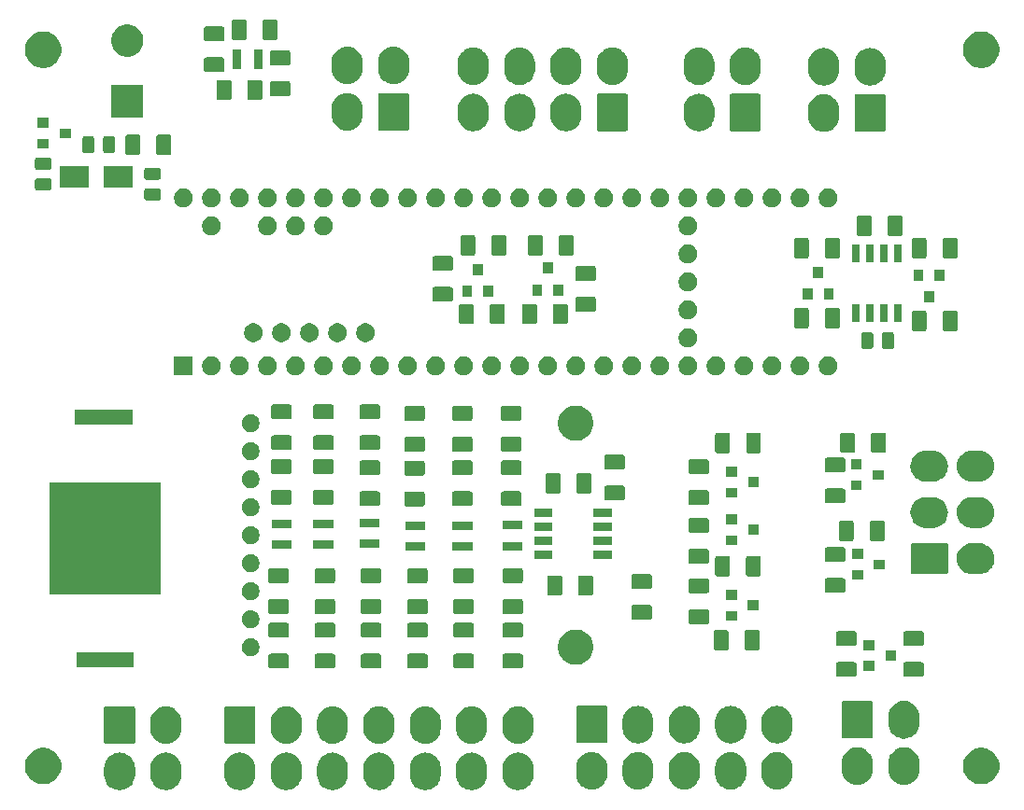
<source format=gbr>
G04 #@! TF.GenerationSoftware,KiCad,Pcbnew,(5.1.0)-1*
G04 #@! TF.CreationDate,2019-10-16T16:56:12+11:00*
G04 #@! TF.ProjectId,Teensy_Shield_Board,5465656e-7379-45f5-9368-69656c645f42,rev?*
G04 #@! TF.SameCoordinates,Original*
G04 #@! TF.FileFunction,Soldermask,Bot*
G04 #@! TF.FilePolarity,Negative*
%FSLAX46Y46*%
G04 Gerber Fmt 4.6, Leading zero omitted, Abs format (unit mm)*
G04 Created by KiCad (PCBNEW (5.1.0)-1) date 2019-10-16 16:56:12*
%MOMM*%
%LPD*%
G04 APERTURE LIST*
%ADD10C,0.100000*%
G04 APERTURE END LIST*
D10*
G36*
X97249643Y-155844272D02*
G01*
X97445016Y-155903538D01*
X97513736Y-155924384D01*
X97743201Y-156047036D01*
X97757119Y-156054475D01*
X97798797Y-156088680D01*
X97970450Y-156229550D01*
X98104491Y-156392881D01*
X98145525Y-156442880D01*
X98145526Y-156442882D01*
X98275616Y-156686263D01*
X98296462Y-156754983D01*
X98355728Y-156950356D01*
X98355728Y-156950358D01*
X98371076Y-157106182D01*
X98376000Y-157156182D01*
X98376000Y-157893817D01*
X98355728Y-158099643D01*
X98345876Y-158132120D01*
X98275616Y-158363737D01*
X98152964Y-158593202D01*
X98145525Y-158607120D01*
X98120549Y-158637553D01*
X97970450Y-158820450D01*
X97812691Y-158949918D01*
X97757120Y-158995525D01*
X97757118Y-158995526D01*
X97513737Y-159125616D01*
X97445017Y-159146462D01*
X97249644Y-159205728D01*
X96975000Y-159232778D01*
X96700357Y-159205728D01*
X96504984Y-159146462D01*
X96436264Y-159125616D01*
X96192883Y-158995526D01*
X96192881Y-158995525D01*
X96151203Y-158961320D01*
X95979550Y-158820450D01*
X95829451Y-158637553D01*
X95804475Y-158607120D01*
X95797036Y-158593202D01*
X95674384Y-158363737D01*
X95604123Y-158132118D01*
X95594272Y-158099644D01*
X95574000Y-157893818D01*
X95574000Y-157156183D01*
X95578925Y-157106183D01*
X95594272Y-156950359D01*
X95594272Y-156950357D01*
X95674383Y-156686268D01*
X95674384Y-156686264D01*
X95804474Y-156442883D01*
X95804475Y-156442881D01*
X95845510Y-156392880D01*
X95979550Y-156229550D01*
X96153360Y-156086908D01*
X96192880Y-156054475D01*
X96206798Y-156047036D01*
X96436263Y-155924384D01*
X96504983Y-155903538D01*
X96700356Y-155844272D01*
X96975000Y-155817222D01*
X97249643Y-155844272D01*
X97249643Y-155844272D01*
G37*
G36*
X101449643Y-155844272D02*
G01*
X101645016Y-155903538D01*
X101713736Y-155924384D01*
X101943201Y-156047036D01*
X101957119Y-156054475D01*
X101998797Y-156088680D01*
X102170450Y-156229550D01*
X102304491Y-156392881D01*
X102345525Y-156442880D01*
X102345526Y-156442882D01*
X102475616Y-156686263D01*
X102496462Y-156754983D01*
X102555728Y-156950356D01*
X102555728Y-156950358D01*
X102571076Y-157106182D01*
X102576000Y-157156182D01*
X102576000Y-157893817D01*
X102555728Y-158099643D01*
X102545876Y-158132120D01*
X102475616Y-158363737D01*
X102352964Y-158593202D01*
X102345525Y-158607120D01*
X102320549Y-158637553D01*
X102170450Y-158820450D01*
X102012691Y-158949918D01*
X101957120Y-158995525D01*
X101957118Y-158995526D01*
X101713737Y-159125616D01*
X101645017Y-159146462D01*
X101449644Y-159205728D01*
X101175000Y-159232778D01*
X100900357Y-159205728D01*
X100704984Y-159146462D01*
X100636264Y-159125616D01*
X100392883Y-158995526D01*
X100392881Y-158995525D01*
X100351203Y-158961320D01*
X100179550Y-158820450D01*
X100029451Y-158637553D01*
X100004475Y-158607120D01*
X99997036Y-158593202D01*
X99874384Y-158363737D01*
X99804123Y-158132118D01*
X99794272Y-158099644D01*
X99774000Y-157893818D01*
X99774000Y-157156183D01*
X99778925Y-157106183D01*
X99794272Y-156950359D01*
X99794272Y-156950357D01*
X99874383Y-156686268D01*
X99874384Y-156686264D01*
X100004474Y-156442883D01*
X100004475Y-156442881D01*
X100045510Y-156392880D01*
X100179550Y-156229550D01*
X100353360Y-156086908D01*
X100392880Y-156054475D01*
X100406798Y-156047036D01*
X100636263Y-155924384D01*
X100704983Y-155903538D01*
X100900356Y-155844272D01*
X101175000Y-155817222D01*
X101449643Y-155844272D01*
X101449643Y-155844272D01*
G37*
G36*
X129149643Y-155844272D02*
G01*
X129345016Y-155903538D01*
X129413736Y-155924384D01*
X129643201Y-156047036D01*
X129657119Y-156054475D01*
X129698797Y-156088680D01*
X129870450Y-156229550D01*
X130004491Y-156392881D01*
X130045525Y-156442880D01*
X130045526Y-156442882D01*
X130175616Y-156686263D01*
X130196462Y-156754983D01*
X130255728Y-156950356D01*
X130255728Y-156950358D01*
X130271076Y-157106182D01*
X130276000Y-157156182D01*
X130276000Y-157893817D01*
X130255728Y-158099643D01*
X130245876Y-158132120D01*
X130175616Y-158363737D01*
X130052964Y-158593202D01*
X130045525Y-158607120D01*
X130020549Y-158637553D01*
X129870450Y-158820450D01*
X129712691Y-158949918D01*
X129657120Y-158995525D01*
X129657118Y-158995526D01*
X129413737Y-159125616D01*
X129345017Y-159146462D01*
X129149644Y-159205728D01*
X128875000Y-159232778D01*
X128600357Y-159205728D01*
X128404984Y-159146462D01*
X128336264Y-159125616D01*
X128092883Y-158995526D01*
X128092881Y-158995525D01*
X128051203Y-158961320D01*
X127879550Y-158820450D01*
X127729451Y-158637553D01*
X127704475Y-158607120D01*
X127697036Y-158593202D01*
X127574384Y-158363737D01*
X127504123Y-158132118D01*
X127494272Y-158099644D01*
X127474000Y-157893818D01*
X127474000Y-157156183D01*
X127478925Y-157106183D01*
X127494272Y-156950359D01*
X127494272Y-156950357D01*
X127574383Y-156686268D01*
X127574384Y-156686264D01*
X127704474Y-156442883D01*
X127704475Y-156442881D01*
X127745510Y-156392880D01*
X127879550Y-156229550D01*
X128053360Y-156086908D01*
X128092880Y-156054475D01*
X128106798Y-156047036D01*
X128336263Y-155924384D01*
X128404983Y-155903538D01*
X128600356Y-155844272D01*
X128875000Y-155817222D01*
X129149643Y-155844272D01*
X129149643Y-155844272D01*
G37*
G36*
X120749643Y-155844272D02*
G01*
X120945016Y-155903538D01*
X121013736Y-155924384D01*
X121243201Y-156047036D01*
X121257119Y-156054475D01*
X121298797Y-156088680D01*
X121470450Y-156229550D01*
X121604491Y-156392881D01*
X121645525Y-156442880D01*
X121645526Y-156442882D01*
X121775616Y-156686263D01*
X121796462Y-156754983D01*
X121855728Y-156950356D01*
X121855728Y-156950358D01*
X121871076Y-157106182D01*
X121876000Y-157156182D01*
X121876000Y-157893817D01*
X121855728Y-158099643D01*
X121845876Y-158132120D01*
X121775616Y-158363737D01*
X121652964Y-158593202D01*
X121645525Y-158607120D01*
X121620549Y-158637553D01*
X121470450Y-158820450D01*
X121312691Y-158949918D01*
X121257120Y-158995525D01*
X121257118Y-158995526D01*
X121013737Y-159125616D01*
X120945017Y-159146462D01*
X120749644Y-159205728D01*
X120475000Y-159232778D01*
X120200357Y-159205728D01*
X120004984Y-159146462D01*
X119936264Y-159125616D01*
X119692883Y-158995526D01*
X119692881Y-158995525D01*
X119651203Y-158961320D01*
X119479550Y-158820450D01*
X119329451Y-158637553D01*
X119304475Y-158607120D01*
X119297036Y-158593202D01*
X119174384Y-158363737D01*
X119104123Y-158132118D01*
X119094272Y-158099644D01*
X119074000Y-157893818D01*
X119074000Y-157156183D01*
X119078925Y-157106183D01*
X119094272Y-156950359D01*
X119094272Y-156950357D01*
X119174383Y-156686268D01*
X119174384Y-156686264D01*
X119304474Y-156442883D01*
X119304475Y-156442881D01*
X119345510Y-156392880D01*
X119479550Y-156229550D01*
X119653360Y-156086908D01*
X119692880Y-156054475D01*
X119706798Y-156047036D01*
X119936263Y-155924384D01*
X120004983Y-155903538D01*
X120200356Y-155844272D01*
X120475000Y-155817222D01*
X120749643Y-155844272D01*
X120749643Y-155844272D01*
G37*
G36*
X112349643Y-155844272D02*
G01*
X112545016Y-155903538D01*
X112613736Y-155924384D01*
X112843201Y-156047036D01*
X112857119Y-156054475D01*
X112898797Y-156088680D01*
X113070450Y-156229550D01*
X113204491Y-156392881D01*
X113245525Y-156442880D01*
X113245526Y-156442882D01*
X113375616Y-156686263D01*
X113396462Y-156754983D01*
X113455728Y-156950356D01*
X113455728Y-156950358D01*
X113471076Y-157106182D01*
X113476000Y-157156182D01*
X113476000Y-157893817D01*
X113455728Y-158099643D01*
X113445876Y-158132120D01*
X113375616Y-158363737D01*
X113252964Y-158593202D01*
X113245525Y-158607120D01*
X113220549Y-158637553D01*
X113070450Y-158820450D01*
X112912691Y-158949918D01*
X112857120Y-158995525D01*
X112857118Y-158995526D01*
X112613737Y-159125616D01*
X112545017Y-159146462D01*
X112349644Y-159205728D01*
X112075000Y-159232778D01*
X111800357Y-159205728D01*
X111604984Y-159146462D01*
X111536264Y-159125616D01*
X111292883Y-158995526D01*
X111292881Y-158995525D01*
X111251203Y-158961320D01*
X111079550Y-158820450D01*
X110929451Y-158637553D01*
X110904475Y-158607120D01*
X110897036Y-158593202D01*
X110774384Y-158363737D01*
X110704123Y-158132118D01*
X110694272Y-158099644D01*
X110674000Y-157893818D01*
X110674000Y-157156183D01*
X110678925Y-157106183D01*
X110694272Y-156950359D01*
X110694272Y-156950357D01*
X110774383Y-156686268D01*
X110774384Y-156686264D01*
X110904474Y-156442883D01*
X110904475Y-156442881D01*
X110945510Y-156392880D01*
X111079550Y-156229550D01*
X111253360Y-156086908D01*
X111292880Y-156054475D01*
X111306798Y-156047036D01*
X111536263Y-155924384D01*
X111604983Y-155903538D01*
X111800356Y-155844272D01*
X112075000Y-155817222D01*
X112349643Y-155844272D01*
X112349643Y-155844272D01*
G37*
G36*
X133349643Y-155844272D02*
G01*
X133545016Y-155903538D01*
X133613736Y-155924384D01*
X133843201Y-156047036D01*
X133857119Y-156054475D01*
X133898797Y-156088680D01*
X134070450Y-156229550D01*
X134204491Y-156392881D01*
X134245525Y-156442880D01*
X134245526Y-156442882D01*
X134375616Y-156686263D01*
X134396462Y-156754983D01*
X134455728Y-156950356D01*
X134455728Y-156950358D01*
X134471076Y-157106182D01*
X134476000Y-157156182D01*
X134476000Y-157893817D01*
X134455728Y-158099643D01*
X134445876Y-158132120D01*
X134375616Y-158363737D01*
X134252964Y-158593202D01*
X134245525Y-158607120D01*
X134220549Y-158637553D01*
X134070450Y-158820450D01*
X133912691Y-158949918D01*
X133857120Y-158995525D01*
X133857118Y-158995526D01*
X133613737Y-159125616D01*
X133545017Y-159146462D01*
X133349644Y-159205728D01*
X133075000Y-159232778D01*
X132800357Y-159205728D01*
X132604984Y-159146462D01*
X132536264Y-159125616D01*
X132292883Y-158995526D01*
X132292881Y-158995525D01*
X132251203Y-158961320D01*
X132079550Y-158820450D01*
X131929451Y-158637553D01*
X131904475Y-158607120D01*
X131897036Y-158593202D01*
X131774384Y-158363737D01*
X131704123Y-158132118D01*
X131694272Y-158099644D01*
X131674000Y-157893818D01*
X131674000Y-157156183D01*
X131678925Y-157106183D01*
X131694272Y-156950359D01*
X131694272Y-156950357D01*
X131774383Y-156686268D01*
X131774384Y-156686264D01*
X131904474Y-156442883D01*
X131904475Y-156442881D01*
X131945510Y-156392880D01*
X132079550Y-156229550D01*
X132253360Y-156086908D01*
X132292880Y-156054475D01*
X132306798Y-156047036D01*
X132536263Y-155924384D01*
X132604983Y-155903538D01*
X132800356Y-155844272D01*
X133075000Y-155817222D01*
X133349643Y-155844272D01*
X133349643Y-155844272D01*
G37*
G36*
X108149643Y-155844272D02*
G01*
X108345016Y-155903538D01*
X108413736Y-155924384D01*
X108643201Y-156047036D01*
X108657119Y-156054475D01*
X108698797Y-156088680D01*
X108870450Y-156229550D01*
X109004491Y-156392881D01*
X109045525Y-156442880D01*
X109045526Y-156442882D01*
X109175616Y-156686263D01*
X109196462Y-156754983D01*
X109255728Y-156950356D01*
X109255728Y-156950358D01*
X109271076Y-157106182D01*
X109276000Y-157156182D01*
X109276000Y-157893817D01*
X109255728Y-158099643D01*
X109245876Y-158132120D01*
X109175616Y-158363737D01*
X109052964Y-158593202D01*
X109045525Y-158607120D01*
X109020549Y-158637553D01*
X108870450Y-158820450D01*
X108712691Y-158949918D01*
X108657120Y-158995525D01*
X108657118Y-158995526D01*
X108413737Y-159125616D01*
X108345017Y-159146462D01*
X108149644Y-159205728D01*
X107875000Y-159232778D01*
X107600357Y-159205728D01*
X107404984Y-159146462D01*
X107336264Y-159125616D01*
X107092883Y-158995526D01*
X107092881Y-158995525D01*
X107051203Y-158961320D01*
X106879550Y-158820450D01*
X106729451Y-158637553D01*
X106704475Y-158607120D01*
X106697036Y-158593202D01*
X106574384Y-158363737D01*
X106504123Y-158132118D01*
X106494272Y-158099644D01*
X106474000Y-157893818D01*
X106474000Y-157156183D01*
X106478925Y-157106183D01*
X106494272Y-156950359D01*
X106494272Y-156950357D01*
X106574383Y-156686268D01*
X106574384Y-156686264D01*
X106704474Y-156442883D01*
X106704475Y-156442881D01*
X106745510Y-156392880D01*
X106879550Y-156229550D01*
X107053360Y-156086908D01*
X107092880Y-156054475D01*
X107106798Y-156047036D01*
X107336263Y-155924384D01*
X107404983Y-155903538D01*
X107600356Y-155844272D01*
X107875000Y-155817222D01*
X108149643Y-155844272D01*
X108149643Y-155844272D01*
G37*
G36*
X116549643Y-155844272D02*
G01*
X116745016Y-155903538D01*
X116813736Y-155924384D01*
X117043201Y-156047036D01*
X117057119Y-156054475D01*
X117098797Y-156088680D01*
X117270450Y-156229550D01*
X117404491Y-156392881D01*
X117445525Y-156442880D01*
X117445526Y-156442882D01*
X117575616Y-156686263D01*
X117596462Y-156754983D01*
X117655728Y-156950356D01*
X117655728Y-156950358D01*
X117671076Y-157106182D01*
X117676000Y-157156182D01*
X117676000Y-157893817D01*
X117655728Y-158099643D01*
X117645876Y-158132120D01*
X117575616Y-158363737D01*
X117452964Y-158593202D01*
X117445525Y-158607120D01*
X117420549Y-158637553D01*
X117270450Y-158820450D01*
X117112691Y-158949918D01*
X117057120Y-158995525D01*
X117057118Y-158995526D01*
X116813737Y-159125616D01*
X116745017Y-159146462D01*
X116549644Y-159205728D01*
X116275000Y-159232778D01*
X116000357Y-159205728D01*
X115804984Y-159146462D01*
X115736264Y-159125616D01*
X115492883Y-158995526D01*
X115492881Y-158995525D01*
X115451203Y-158961320D01*
X115279550Y-158820450D01*
X115129451Y-158637553D01*
X115104475Y-158607120D01*
X115097036Y-158593202D01*
X114974384Y-158363737D01*
X114904123Y-158132118D01*
X114894272Y-158099644D01*
X114874000Y-157893818D01*
X114874000Y-157156183D01*
X114878925Y-157106183D01*
X114894272Y-156950359D01*
X114894272Y-156950357D01*
X114974383Y-156686268D01*
X114974384Y-156686264D01*
X115104474Y-156442883D01*
X115104475Y-156442881D01*
X115145510Y-156392880D01*
X115279550Y-156229550D01*
X115453360Y-156086908D01*
X115492880Y-156054475D01*
X115506798Y-156047036D01*
X115736263Y-155924384D01*
X115804983Y-155903538D01*
X116000356Y-155844272D01*
X116275000Y-155817222D01*
X116549643Y-155844272D01*
X116549643Y-155844272D01*
G37*
G36*
X124949643Y-155844272D02*
G01*
X125145016Y-155903538D01*
X125213736Y-155924384D01*
X125443201Y-156047036D01*
X125457119Y-156054475D01*
X125498797Y-156088680D01*
X125670450Y-156229550D01*
X125804491Y-156392881D01*
X125845525Y-156442880D01*
X125845526Y-156442882D01*
X125975616Y-156686263D01*
X125996462Y-156754983D01*
X126055728Y-156950356D01*
X126055728Y-156950358D01*
X126071076Y-157106182D01*
X126076000Y-157156182D01*
X126076000Y-157893817D01*
X126055728Y-158099643D01*
X126045876Y-158132120D01*
X125975616Y-158363737D01*
X125852964Y-158593202D01*
X125845525Y-158607120D01*
X125820549Y-158637553D01*
X125670450Y-158820450D01*
X125512691Y-158949918D01*
X125457120Y-158995525D01*
X125457118Y-158995526D01*
X125213737Y-159125616D01*
X125145017Y-159146462D01*
X124949644Y-159205728D01*
X124675000Y-159232778D01*
X124400357Y-159205728D01*
X124204984Y-159146462D01*
X124136264Y-159125616D01*
X123892883Y-158995526D01*
X123892881Y-158995525D01*
X123851203Y-158961320D01*
X123679550Y-158820450D01*
X123529451Y-158637553D01*
X123504475Y-158607120D01*
X123497036Y-158593202D01*
X123374384Y-158363737D01*
X123304123Y-158132118D01*
X123294272Y-158099644D01*
X123274000Y-157893818D01*
X123274000Y-157156183D01*
X123278925Y-157106183D01*
X123294272Y-156950359D01*
X123294272Y-156950357D01*
X123374383Y-156686268D01*
X123374384Y-156686264D01*
X123504474Y-156442883D01*
X123504475Y-156442881D01*
X123545510Y-156392880D01*
X123679550Y-156229550D01*
X123853360Y-156086908D01*
X123892880Y-156054475D01*
X123906798Y-156047036D01*
X124136263Y-155924384D01*
X124204983Y-155903538D01*
X124400356Y-155844272D01*
X124675000Y-155817222D01*
X124949643Y-155844272D01*
X124949643Y-155844272D01*
G37*
G36*
X148424643Y-155794272D02*
G01*
X148589470Y-155844272D01*
X148688736Y-155874384D01*
X148863656Y-155967881D01*
X148932119Y-156004475D01*
X148973797Y-156038680D01*
X149145450Y-156179550D01*
X149288092Y-156353360D01*
X149320525Y-156392880D01*
X149320526Y-156392882D01*
X149450616Y-156636263D01*
X149464241Y-156681180D01*
X149530728Y-156900356D01*
X149535653Y-156950357D01*
X149551000Y-157106180D01*
X149551000Y-157843819D01*
X149546075Y-157893818D01*
X149530728Y-158049643D01*
X149471461Y-158245018D01*
X149450616Y-158313737D01*
X149423890Y-158363737D01*
X149320525Y-158557120D01*
X149279492Y-158607118D01*
X149145450Y-158770450D01*
X148987691Y-158899918D01*
X148932120Y-158945525D01*
X148932118Y-158945526D01*
X148688737Y-159075616D01*
X148620017Y-159096462D01*
X148424644Y-159155728D01*
X148150000Y-159182778D01*
X147875357Y-159155728D01*
X147679984Y-159096462D01*
X147611264Y-159075616D01*
X147367883Y-158945526D01*
X147367881Y-158945525D01*
X147326203Y-158911320D01*
X147154550Y-158770450D01*
X147011908Y-158596640D01*
X146979475Y-158557120D01*
X146876110Y-158363737D01*
X146849384Y-158313737D01*
X146794291Y-158132120D01*
X146769272Y-158049644D01*
X146753925Y-157893819D01*
X146749000Y-157843820D01*
X146749000Y-157106181D01*
X146764347Y-156950358D01*
X146769272Y-156900357D01*
X146849383Y-156636268D01*
X146849384Y-156636264D01*
X146979474Y-156392883D01*
X146979475Y-156392881D01*
X147013680Y-156351203D01*
X147154550Y-156179550D01*
X147328360Y-156036908D01*
X147367880Y-156004475D01*
X147436343Y-155967881D01*
X147611263Y-155874384D01*
X147710529Y-155844272D01*
X147875356Y-155794272D01*
X148150000Y-155767222D01*
X148424643Y-155794272D01*
X148424643Y-155794272D01*
G37*
G36*
X156824643Y-155794272D02*
G01*
X156989470Y-155844272D01*
X157088736Y-155874384D01*
X157263656Y-155967881D01*
X157332119Y-156004475D01*
X157373797Y-156038680D01*
X157545450Y-156179550D01*
X157688092Y-156353360D01*
X157720525Y-156392880D01*
X157720526Y-156392882D01*
X157850616Y-156636263D01*
X157864241Y-156681180D01*
X157930728Y-156900356D01*
X157935653Y-156950357D01*
X157951000Y-157106180D01*
X157951000Y-157843819D01*
X157946075Y-157893818D01*
X157930728Y-158049643D01*
X157871461Y-158245018D01*
X157850616Y-158313737D01*
X157823890Y-158363737D01*
X157720525Y-158557120D01*
X157679492Y-158607118D01*
X157545450Y-158770450D01*
X157387691Y-158899918D01*
X157332120Y-158945525D01*
X157332118Y-158945526D01*
X157088737Y-159075616D01*
X157020017Y-159096462D01*
X156824644Y-159155728D01*
X156550000Y-159182778D01*
X156275357Y-159155728D01*
X156079984Y-159096462D01*
X156011264Y-159075616D01*
X155767883Y-158945526D01*
X155767881Y-158945525D01*
X155726203Y-158911320D01*
X155554550Y-158770450D01*
X155411908Y-158596640D01*
X155379475Y-158557120D01*
X155276110Y-158363737D01*
X155249384Y-158313737D01*
X155194291Y-158132120D01*
X155169272Y-158049644D01*
X155153925Y-157893819D01*
X155149000Y-157843820D01*
X155149000Y-157106181D01*
X155164347Y-156950358D01*
X155169272Y-156900357D01*
X155249383Y-156636268D01*
X155249384Y-156636264D01*
X155379474Y-156392883D01*
X155379475Y-156392881D01*
X155413680Y-156351203D01*
X155554550Y-156179550D01*
X155728360Y-156036908D01*
X155767880Y-156004475D01*
X155836343Y-155967881D01*
X156011263Y-155874384D01*
X156110529Y-155844272D01*
X156275356Y-155794272D01*
X156550000Y-155767222D01*
X156824643Y-155794272D01*
X156824643Y-155794272D01*
G37*
G36*
X152624643Y-155794272D02*
G01*
X152789470Y-155844272D01*
X152888736Y-155874384D01*
X153063656Y-155967881D01*
X153132119Y-156004475D01*
X153173797Y-156038680D01*
X153345450Y-156179550D01*
X153488092Y-156353360D01*
X153520525Y-156392880D01*
X153520526Y-156392882D01*
X153650616Y-156636263D01*
X153664241Y-156681180D01*
X153730728Y-156900356D01*
X153735653Y-156950357D01*
X153751000Y-157106180D01*
X153751000Y-157843819D01*
X153746075Y-157893818D01*
X153730728Y-158049643D01*
X153671461Y-158245018D01*
X153650616Y-158313737D01*
X153623890Y-158363737D01*
X153520525Y-158557120D01*
X153479492Y-158607118D01*
X153345450Y-158770450D01*
X153187691Y-158899918D01*
X153132120Y-158945525D01*
X153132118Y-158945526D01*
X152888737Y-159075616D01*
X152820017Y-159096462D01*
X152624644Y-159155728D01*
X152350000Y-159182778D01*
X152075357Y-159155728D01*
X151879984Y-159096462D01*
X151811264Y-159075616D01*
X151567883Y-158945526D01*
X151567881Y-158945525D01*
X151526203Y-158911320D01*
X151354550Y-158770450D01*
X151211908Y-158596640D01*
X151179475Y-158557120D01*
X151076110Y-158363737D01*
X151049384Y-158313737D01*
X150994291Y-158132120D01*
X150969272Y-158049644D01*
X150953925Y-157893819D01*
X150949000Y-157843820D01*
X150949000Y-157106181D01*
X150964347Y-156950358D01*
X150969272Y-156900357D01*
X151049383Y-156636268D01*
X151049384Y-156636264D01*
X151179474Y-156392883D01*
X151179475Y-156392881D01*
X151213680Y-156351203D01*
X151354550Y-156179550D01*
X151528360Y-156036908D01*
X151567880Y-156004475D01*
X151636343Y-155967881D01*
X151811263Y-155874384D01*
X151910529Y-155844272D01*
X152075356Y-155794272D01*
X152350000Y-155767222D01*
X152624643Y-155794272D01*
X152624643Y-155794272D01*
G37*
G36*
X144224643Y-155794272D02*
G01*
X144389470Y-155844272D01*
X144488736Y-155874384D01*
X144663656Y-155967881D01*
X144732119Y-156004475D01*
X144773797Y-156038680D01*
X144945450Y-156179550D01*
X145088092Y-156353360D01*
X145120525Y-156392880D01*
X145120526Y-156392882D01*
X145250616Y-156636263D01*
X145264241Y-156681180D01*
X145330728Y-156900356D01*
X145335653Y-156950357D01*
X145351000Y-157106180D01*
X145351000Y-157843819D01*
X145346075Y-157893818D01*
X145330728Y-158049643D01*
X145271461Y-158245018D01*
X145250616Y-158313737D01*
X145223890Y-158363737D01*
X145120525Y-158557120D01*
X145079492Y-158607118D01*
X144945450Y-158770450D01*
X144787691Y-158899918D01*
X144732120Y-158945525D01*
X144732118Y-158945526D01*
X144488737Y-159075616D01*
X144420017Y-159096462D01*
X144224644Y-159155728D01*
X143950000Y-159182778D01*
X143675357Y-159155728D01*
X143479984Y-159096462D01*
X143411264Y-159075616D01*
X143167883Y-158945526D01*
X143167881Y-158945525D01*
X143126203Y-158911320D01*
X142954550Y-158770450D01*
X142811908Y-158596640D01*
X142779475Y-158557120D01*
X142676110Y-158363737D01*
X142649384Y-158313737D01*
X142594291Y-158132120D01*
X142569272Y-158049644D01*
X142553925Y-157893819D01*
X142549000Y-157843820D01*
X142549000Y-157106181D01*
X142564347Y-156950358D01*
X142569272Y-156900357D01*
X142649383Y-156636268D01*
X142649384Y-156636264D01*
X142779474Y-156392883D01*
X142779475Y-156392881D01*
X142813680Y-156351203D01*
X142954550Y-156179550D01*
X143128360Y-156036908D01*
X143167880Y-156004475D01*
X143236343Y-155967881D01*
X143411263Y-155874384D01*
X143510529Y-155844272D01*
X143675356Y-155794272D01*
X143950000Y-155767222D01*
X144224643Y-155794272D01*
X144224643Y-155794272D01*
G37*
G36*
X140024643Y-155794272D02*
G01*
X140189470Y-155844272D01*
X140288736Y-155874384D01*
X140463656Y-155967881D01*
X140532119Y-156004475D01*
X140573797Y-156038680D01*
X140745450Y-156179550D01*
X140888092Y-156353360D01*
X140920525Y-156392880D01*
X140920526Y-156392882D01*
X141050616Y-156636263D01*
X141064241Y-156681180D01*
X141130728Y-156900356D01*
X141135653Y-156950357D01*
X141151000Y-157106180D01*
X141151000Y-157843819D01*
X141146075Y-157893818D01*
X141130728Y-158049643D01*
X141071461Y-158245018D01*
X141050616Y-158313737D01*
X141023890Y-158363737D01*
X140920525Y-158557120D01*
X140879492Y-158607118D01*
X140745450Y-158770450D01*
X140587691Y-158899918D01*
X140532120Y-158945525D01*
X140532118Y-158945526D01*
X140288737Y-159075616D01*
X140220017Y-159096462D01*
X140024644Y-159155728D01*
X139750000Y-159182778D01*
X139475357Y-159155728D01*
X139279984Y-159096462D01*
X139211264Y-159075616D01*
X138967883Y-158945526D01*
X138967881Y-158945525D01*
X138926203Y-158911320D01*
X138754550Y-158770450D01*
X138611908Y-158596640D01*
X138579475Y-158557120D01*
X138476110Y-158363737D01*
X138449384Y-158313737D01*
X138394291Y-158132120D01*
X138369272Y-158049644D01*
X138353925Y-157893819D01*
X138349000Y-157843820D01*
X138349000Y-157106181D01*
X138364347Y-156950358D01*
X138369272Y-156900357D01*
X138449383Y-156636268D01*
X138449384Y-156636264D01*
X138579474Y-156392883D01*
X138579475Y-156392881D01*
X138613680Y-156351203D01*
X138754550Y-156179550D01*
X138928360Y-156036908D01*
X138967880Y-156004475D01*
X139036343Y-155967881D01*
X139211263Y-155874384D01*
X139310529Y-155844272D01*
X139475356Y-155794272D01*
X139750000Y-155767222D01*
X140024643Y-155794272D01*
X140024643Y-155794272D01*
G37*
G36*
X168311643Y-155369272D02*
G01*
X168409642Y-155399000D01*
X168575736Y-155449384D01*
X168805201Y-155572036D01*
X168819119Y-155579475D01*
X168860797Y-155613680D01*
X169032450Y-155754550D01*
X169171828Y-155924384D01*
X169207525Y-155967880D01*
X169207526Y-155967882D01*
X169337616Y-156211263D01*
X169343164Y-156229552D01*
X169417728Y-156475356D01*
X169438000Y-156681182D01*
X169438000Y-157418817D01*
X169417728Y-157624643D01*
X169358461Y-157820018D01*
X169337616Y-157888737D01*
X169251611Y-158049641D01*
X169207525Y-158132120D01*
X169161918Y-158187691D01*
X169032450Y-158345450D01*
X168874691Y-158474918D01*
X168819120Y-158520525D01*
X168819118Y-158520526D01*
X168575737Y-158650616D01*
X168507017Y-158671462D01*
X168311644Y-158730728D01*
X168037000Y-158757778D01*
X167762357Y-158730728D01*
X167566984Y-158671462D01*
X167498264Y-158650616D01*
X167254883Y-158520526D01*
X167254881Y-158520525D01*
X167213203Y-158486320D01*
X167041550Y-158345450D01*
X166898908Y-158171640D01*
X166866475Y-158132120D01*
X166822389Y-158049641D01*
X166736384Y-157888737D01*
X166715538Y-157820017D01*
X166656272Y-157624644D01*
X166636000Y-157418818D01*
X166636000Y-156681183D01*
X166656272Y-156475357D01*
X166719186Y-156267958D01*
X166736384Y-156211264D01*
X166866474Y-155967883D01*
X166866475Y-155967881D01*
X166902173Y-155924383D01*
X167041550Y-155754550D01*
X167215360Y-155611908D01*
X167254880Y-155579475D01*
X167268798Y-155572036D01*
X167498263Y-155449384D01*
X167664357Y-155399000D01*
X167762356Y-155369272D01*
X168037000Y-155342222D01*
X168311643Y-155369272D01*
X168311643Y-155369272D01*
G37*
G36*
X164111643Y-155369272D02*
G01*
X164209642Y-155399000D01*
X164375736Y-155449384D01*
X164605201Y-155572036D01*
X164619119Y-155579475D01*
X164660797Y-155613680D01*
X164832450Y-155754550D01*
X164971828Y-155924384D01*
X165007525Y-155967880D01*
X165007526Y-155967882D01*
X165137616Y-156211263D01*
X165143164Y-156229552D01*
X165217728Y-156475356D01*
X165238000Y-156681182D01*
X165238000Y-157418817D01*
X165217728Y-157624643D01*
X165158461Y-157820018D01*
X165137616Y-157888737D01*
X165051611Y-158049641D01*
X165007525Y-158132120D01*
X164961918Y-158187691D01*
X164832450Y-158345450D01*
X164674691Y-158474918D01*
X164619120Y-158520525D01*
X164619118Y-158520526D01*
X164375737Y-158650616D01*
X164307017Y-158671462D01*
X164111644Y-158730728D01*
X163837000Y-158757778D01*
X163562357Y-158730728D01*
X163366984Y-158671462D01*
X163298264Y-158650616D01*
X163054883Y-158520526D01*
X163054881Y-158520525D01*
X163013203Y-158486320D01*
X162841550Y-158345450D01*
X162698908Y-158171640D01*
X162666475Y-158132120D01*
X162622389Y-158049641D01*
X162536384Y-157888737D01*
X162515538Y-157820017D01*
X162456272Y-157624644D01*
X162436000Y-157418818D01*
X162436000Y-156681183D01*
X162456272Y-156475357D01*
X162519186Y-156267958D01*
X162536384Y-156211264D01*
X162666474Y-155967883D01*
X162666475Y-155967881D01*
X162702173Y-155924383D01*
X162841550Y-155754550D01*
X163015360Y-155611908D01*
X163054880Y-155579475D01*
X163068798Y-155572036D01*
X163298263Y-155449384D01*
X163464357Y-155399000D01*
X163562356Y-155369272D01*
X163837000Y-155342222D01*
X164111643Y-155369272D01*
X164111643Y-155369272D01*
G37*
G36*
X90425256Y-155441298D02*
G01*
X90531579Y-155462447D01*
X90744037Y-155550450D01*
X90814110Y-155579475D01*
X90832042Y-155586903D01*
X91102451Y-155767585D01*
X91332415Y-155997549D01*
X91513097Y-156267958D01*
X91637553Y-156568421D01*
X91701000Y-156887391D01*
X91701000Y-157212609D01*
X91637553Y-157531579D01*
X91513097Y-157832042D01*
X91332415Y-158102451D01*
X91102451Y-158332415D01*
X90832042Y-158513097D01*
X90832041Y-158513098D01*
X90832040Y-158513098D01*
X90814107Y-158520526D01*
X90531579Y-158637553D01*
X90425256Y-158658702D01*
X90212611Y-158701000D01*
X89887389Y-158701000D01*
X89674744Y-158658702D01*
X89568421Y-158637553D01*
X89285893Y-158520526D01*
X89267960Y-158513098D01*
X89267959Y-158513098D01*
X89267958Y-158513097D01*
X88997549Y-158332415D01*
X88767585Y-158102451D01*
X88586903Y-157832042D01*
X88462447Y-157531579D01*
X88399000Y-157212609D01*
X88399000Y-156887391D01*
X88462447Y-156568421D01*
X88586903Y-156267958D01*
X88767585Y-155997549D01*
X88997549Y-155767585D01*
X89267958Y-155586903D01*
X89285891Y-155579475D01*
X89355963Y-155550450D01*
X89568421Y-155462447D01*
X89674744Y-155441298D01*
X89887389Y-155399000D01*
X90212611Y-155399000D01*
X90425256Y-155441298D01*
X90425256Y-155441298D01*
G37*
G36*
X175425256Y-155441298D02*
G01*
X175531579Y-155462447D01*
X175744037Y-155550450D01*
X175814110Y-155579475D01*
X175832042Y-155586903D01*
X176102451Y-155767585D01*
X176332415Y-155997549D01*
X176513097Y-156267958D01*
X176637553Y-156568421D01*
X176701000Y-156887391D01*
X176701000Y-157212609D01*
X176637553Y-157531579D01*
X176513097Y-157832042D01*
X176332415Y-158102451D01*
X176102451Y-158332415D01*
X175832042Y-158513097D01*
X175832041Y-158513098D01*
X175832040Y-158513098D01*
X175814107Y-158520526D01*
X175531579Y-158637553D01*
X175425256Y-158658702D01*
X175212611Y-158701000D01*
X174887389Y-158701000D01*
X174674744Y-158658702D01*
X174568421Y-158637553D01*
X174285893Y-158520526D01*
X174267960Y-158513098D01*
X174267959Y-158513098D01*
X174267958Y-158513097D01*
X173997549Y-158332415D01*
X173767585Y-158102451D01*
X173586903Y-157832042D01*
X173462447Y-157531579D01*
X173399000Y-157212609D01*
X173399000Y-156887391D01*
X173462447Y-156568421D01*
X173586903Y-156267958D01*
X173767585Y-155997549D01*
X173997549Y-155767585D01*
X174267958Y-155586903D01*
X174285891Y-155579475D01*
X174355963Y-155550450D01*
X174568421Y-155462447D01*
X174674744Y-155441298D01*
X174887389Y-155399000D01*
X175212611Y-155399000D01*
X175425256Y-155441298D01*
X175425256Y-155441298D01*
G37*
G36*
X124949643Y-151644272D02*
G01*
X125136547Y-151700969D01*
X125213736Y-151724384D01*
X125443201Y-151847036D01*
X125457119Y-151854475D01*
X125492419Y-151883445D01*
X125670450Y-152029550D01*
X125804491Y-152192881D01*
X125845525Y-152242880D01*
X125845526Y-152242882D01*
X125975616Y-152486263D01*
X125996462Y-152554983D01*
X126055728Y-152750356D01*
X126055728Y-152750358D01*
X126071076Y-152906182D01*
X126076000Y-152956182D01*
X126076000Y-153693817D01*
X126055728Y-153899643D01*
X126045876Y-153932120D01*
X125975616Y-154163737D01*
X125856137Y-154387266D01*
X125845525Y-154407120D01*
X125831646Y-154424031D01*
X125670450Y-154620450D01*
X125512691Y-154749918D01*
X125457120Y-154795525D01*
X125457118Y-154795526D01*
X125213737Y-154925616D01*
X125145017Y-154946462D01*
X124949644Y-155005728D01*
X124675000Y-155032778D01*
X124400357Y-155005728D01*
X124204984Y-154946462D01*
X124136264Y-154925616D01*
X123892883Y-154795526D01*
X123892881Y-154795525D01*
X123851203Y-154761320D01*
X123679550Y-154620450D01*
X123518354Y-154424031D01*
X123504475Y-154407120D01*
X123493863Y-154387266D01*
X123374384Y-154163737D01*
X123304123Y-153932118D01*
X123294272Y-153899644D01*
X123274000Y-153693818D01*
X123274000Y-152956183D01*
X123278925Y-152906183D01*
X123294272Y-152750359D01*
X123294272Y-152750357D01*
X123374383Y-152486268D01*
X123374384Y-152486264D01*
X123504474Y-152242883D01*
X123504475Y-152242881D01*
X123545510Y-152192880D01*
X123679550Y-152029550D01*
X123853360Y-151886908D01*
X123892880Y-151854475D01*
X123906798Y-151847036D01*
X124136263Y-151724384D01*
X124213452Y-151700969D01*
X124400356Y-151644272D01*
X124675000Y-151617222D01*
X124949643Y-151644272D01*
X124949643Y-151644272D01*
G37*
G36*
X129149643Y-151644272D02*
G01*
X129336547Y-151700969D01*
X129413736Y-151724384D01*
X129643201Y-151847036D01*
X129657119Y-151854475D01*
X129692419Y-151883445D01*
X129870450Y-152029550D01*
X130004491Y-152192881D01*
X130045525Y-152242880D01*
X130045526Y-152242882D01*
X130175616Y-152486263D01*
X130196462Y-152554983D01*
X130255728Y-152750356D01*
X130255728Y-152750358D01*
X130271076Y-152906182D01*
X130276000Y-152956182D01*
X130276000Y-153693817D01*
X130255728Y-153899643D01*
X130245876Y-153932120D01*
X130175616Y-154163737D01*
X130056137Y-154387266D01*
X130045525Y-154407120D01*
X130031646Y-154424031D01*
X129870450Y-154620450D01*
X129712691Y-154749918D01*
X129657120Y-154795525D01*
X129657118Y-154795526D01*
X129413737Y-154925616D01*
X129345017Y-154946462D01*
X129149644Y-155005728D01*
X128875000Y-155032778D01*
X128600357Y-155005728D01*
X128404984Y-154946462D01*
X128336264Y-154925616D01*
X128092883Y-154795526D01*
X128092881Y-154795525D01*
X128051203Y-154761320D01*
X127879550Y-154620450D01*
X127718354Y-154424031D01*
X127704475Y-154407120D01*
X127693863Y-154387266D01*
X127574384Y-154163737D01*
X127504123Y-153932118D01*
X127494272Y-153899644D01*
X127474000Y-153693818D01*
X127474000Y-152956183D01*
X127478925Y-152906183D01*
X127494272Y-152750359D01*
X127494272Y-152750357D01*
X127574383Y-152486268D01*
X127574384Y-152486264D01*
X127704474Y-152242883D01*
X127704475Y-152242881D01*
X127745510Y-152192880D01*
X127879550Y-152029550D01*
X128053360Y-151886908D01*
X128092880Y-151854475D01*
X128106798Y-151847036D01*
X128336263Y-151724384D01*
X128413452Y-151700969D01*
X128600356Y-151644272D01*
X128875000Y-151617222D01*
X129149643Y-151644272D01*
X129149643Y-151644272D01*
G37*
G36*
X112349643Y-151644272D02*
G01*
X112536547Y-151700969D01*
X112613736Y-151724384D01*
X112843201Y-151847036D01*
X112857119Y-151854475D01*
X112892419Y-151883445D01*
X113070450Y-152029550D01*
X113204491Y-152192881D01*
X113245525Y-152242880D01*
X113245526Y-152242882D01*
X113375616Y-152486263D01*
X113396462Y-152554983D01*
X113455728Y-152750356D01*
X113455728Y-152750358D01*
X113471076Y-152906182D01*
X113476000Y-152956182D01*
X113476000Y-153693817D01*
X113455728Y-153899643D01*
X113445876Y-153932120D01*
X113375616Y-154163737D01*
X113256137Y-154387266D01*
X113245525Y-154407120D01*
X113231646Y-154424031D01*
X113070450Y-154620450D01*
X112912691Y-154749918D01*
X112857120Y-154795525D01*
X112857118Y-154795526D01*
X112613737Y-154925616D01*
X112545017Y-154946462D01*
X112349644Y-155005728D01*
X112075000Y-155032778D01*
X111800357Y-155005728D01*
X111604984Y-154946462D01*
X111536264Y-154925616D01*
X111292883Y-154795526D01*
X111292881Y-154795525D01*
X111251203Y-154761320D01*
X111079550Y-154620450D01*
X110918354Y-154424031D01*
X110904475Y-154407120D01*
X110893863Y-154387266D01*
X110774384Y-154163737D01*
X110704123Y-153932118D01*
X110694272Y-153899644D01*
X110674000Y-153693818D01*
X110674000Y-152956183D01*
X110678925Y-152906183D01*
X110694272Y-152750359D01*
X110694272Y-152750357D01*
X110774383Y-152486268D01*
X110774384Y-152486264D01*
X110904474Y-152242883D01*
X110904475Y-152242881D01*
X110945510Y-152192880D01*
X111079550Y-152029550D01*
X111253360Y-151886908D01*
X111292880Y-151854475D01*
X111306798Y-151847036D01*
X111536263Y-151724384D01*
X111613452Y-151700969D01*
X111800356Y-151644272D01*
X112075000Y-151617222D01*
X112349643Y-151644272D01*
X112349643Y-151644272D01*
G37*
G36*
X133349643Y-151644272D02*
G01*
X133536547Y-151700969D01*
X133613736Y-151724384D01*
X133843201Y-151847036D01*
X133857119Y-151854475D01*
X133892419Y-151883445D01*
X134070450Y-152029550D01*
X134204491Y-152192881D01*
X134245525Y-152242880D01*
X134245526Y-152242882D01*
X134375616Y-152486263D01*
X134396462Y-152554983D01*
X134455728Y-152750356D01*
X134455728Y-152750358D01*
X134471076Y-152906182D01*
X134476000Y-152956182D01*
X134476000Y-153693817D01*
X134455728Y-153899643D01*
X134445876Y-153932120D01*
X134375616Y-154163737D01*
X134256137Y-154387266D01*
X134245525Y-154407120D01*
X134231646Y-154424031D01*
X134070450Y-154620450D01*
X133912691Y-154749918D01*
X133857120Y-154795525D01*
X133857118Y-154795526D01*
X133613737Y-154925616D01*
X133545017Y-154946462D01*
X133349644Y-155005728D01*
X133075000Y-155032778D01*
X132800357Y-155005728D01*
X132604984Y-154946462D01*
X132536264Y-154925616D01*
X132292883Y-154795526D01*
X132292881Y-154795525D01*
X132251203Y-154761320D01*
X132079550Y-154620450D01*
X131918354Y-154424031D01*
X131904475Y-154407120D01*
X131893863Y-154387266D01*
X131774384Y-154163737D01*
X131704123Y-153932118D01*
X131694272Y-153899644D01*
X131674000Y-153693818D01*
X131674000Y-152956183D01*
X131678925Y-152906183D01*
X131694272Y-152750359D01*
X131694272Y-152750357D01*
X131774383Y-152486268D01*
X131774384Y-152486264D01*
X131904474Y-152242883D01*
X131904475Y-152242881D01*
X131945510Y-152192880D01*
X132079550Y-152029550D01*
X132253360Y-151886908D01*
X132292880Y-151854475D01*
X132306798Y-151847036D01*
X132536263Y-151724384D01*
X132613452Y-151700969D01*
X132800356Y-151644272D01*
X133075000Y-151617222D01*
X133349643Y-151644272D01*
X133349643Y-151644272D01*
G37*
G36*
X116549643Y-151644272D02*
G01*
X116736547Y-151700969D01*
X116813736Y-151724384D01*
X117043201Y-151847036D01*
X117057119Y-151854475D01*
X117092419Y-151883445D01*
X117270450Y-152029550D01*
X117404491Y-152192881D01*
X117445525Y-152242880D01*
X117445526Y-152242882D01*
X117575616Y-152486263D01*
X117596462Y-152554983D01*
X117655728Y-152750356D01*
X117655728Y-152750358D01*
X117671076Y-152906182D01*
X117676000Y-152956182D01*
X117676000Y-153693817D01*
X117655728Y-153899643D01*
X117645876Y-153932120D01*
X117575616Y-154163737D01*
X117456137Y-154387266D01*
X117445525Y-154407120D01*
X117431646Y-154424031D01*
X117270450Y-154620450D01*
X117112691Y-154749918D01*
X117057120Y-154795525D01*
X117057118Y-154795526D01*
X116813737Y-154925616D01*
X116745017Y-154946462D01*
X116549644Y-155005728D01*
X116275000Y-155032778D01*
X116000357Y-155005728D01*
X115804984Y-154946462D01*
X115736264Y-154925616D01*
X115492883Y-154795526D01*
X115492881Y-154795525D01*
X115451203Y-154761320D01*
X115279550Y-154620450D01*
X115118354Y-154424031D01*
X115104475Y-154407120D01*
X115093863Y-154387266D01*
X114974384Y-154163737D01*
X114904123Y-153932118D01*
X114894272Y-153899644D01*
X114874000Y-153693818D01*
X114874000Y-152956183D01*
X114878925Y-152906183D01*
X114894272Y-152750359D01*
X114894272Y-152750357D01*
X114974383Y-152486268D01*
X114974384Y-152486264D01*
X115104474Y-152242883D01*
X115104475Y-152242881D01*
X115145510Y-152192880D01*
X115279550Y-152029550D01*
X115453360Y-151886908D01*
X115492880Y-151854475D01*
X115506798Y-151847036D01*
X115736263Y-151724384D01*
X115813452Y-151700969D01*
X116000356Y-151644272D01*
X116275000Y-151617222D01*
X116549643Y-151644272D01*
X116549643Y-151644272D01*
G37*
G36*
X120749643Y-151644272D02*
G01*
X120936547Y-151700969D01*
X121013736Y-151724384D01*
X121243201Y-151847036D01*
X121257119Y-151854475D01*
X121292419Y-151883445D01*
X121470450Y-152029550D01*
X121604491Y-152192881D01*
X121645525Y-152242880D01*
X121645526Y-152242882D01*
X121775616Y-152486263D01*
X121796462Y-152554983D01*
X121855728Y-152750356D01*
X121855728Y-152750358D01*
X121871076Y-152906182D01*
X121876000Y-152956182D01*
X121876000Y-153693817D01*
X121855728Y-153899643D01*
X121845876Y-153932120D01*
X121775616Y-154163737D01*
X121656137Y-154387266D01*
X121645525Y-154407120D01*
X121631646Y-154424031D01*
X121470450Y-154620450D01*
X121312691Y-154749918D01*
X121257120Y-154795525D01*
X121257118Y-154795526D01*
X121013737Y-154925616D01*
X120945017Y-154946462D01*
X120749644Y-155005728D01*
X120475000Y-155032778D01*
X120200357Y-155005728D01*
X120004984Y-154946462D01*
X119936264Y-154925616D01*
X119692883Y-154795526D01*
X119692881Y-154795525D01*
X119651203Y-154761320D01*
X119479550Y-154620450D01*
X119318354Y-154424031D01*
X119304475Y-154407120D01*
X119293863Y-154387266D01*
X119174384Y-154163737D01*
X119104123Y-153932118D01*
X119094272Y-153899644D01*
X119074000Y-153693818D01*
X119074000Y-152956183D01*
X119078925Y-152906183D01*
X119094272Y-152750359D01*
X119094272Y-152750357D01*
X119174383Y-152486268D01*
X119174384Y-152486264D01*
X119304474Y-152242883D01*
X119304475Y-152242881D01*
X119345510Y-152192880D01*
X119479550Y-152029550D01*
X119653360Y-151886908D01*
X119692880Y-151854475D01*
X119706798Y-151847036D01*
X119936263Y-151724384D01*
X120013452Y-151700969D01*
X120200356Y-151644272D01*
X120475000Y-151617222D01*
X120749643Y-151644272D01*
X120749643Y-151644272D01*
G37*
G36*
X101449643Y-151644272D02*
G01*
X101636547Y-151700969D01*
X101713736Y-151724384D01*
X101943201Y-151847036D01*
X101957119Y-151854475D01*
X101992419Y-151883445D01*
X102170450Y-152029550D01*
X102304491Y-152192881D01*
X102345525Y-152242880D01*
X102345526Y-152242882D01*
X102475616Y-152486263D01*
X102496462Y-152554983D01*
X102555728Y-152750356D01*
X102555728Y-152750358D01*
X102571076Y-152906182D01*
X102576000Y-152956182D01*
X102576000Y-153693817D01*
X102555728Y-153899643D01*
X102545876Y-153932120D01*
X102475616Y-154163737D01*
X102356137Y-154387266D01*
X102345525Y-154407120D01*
X102331646Y-154424031D01*
X102170450Y-154620450D01*
X102012691Y-154749918D01*
X101957120Y-154795525D01*
X101957118Y-154795526D01*
X101713737Y-154925616D01*
X101645017Y-154946462D01*
X101449644Y-155005728D01*
X101175000Y-155032778D01*
X100900357Y-155005728D01*
X100704984Y-154946462D01*
X100636264Y-154925616D01*
X100392883Y-154795526D01*
X100392881Y-154795525D01*
X100351203Y-154761320D01*
X100179550Y-154620450D01*
X100018354Y-154424031D01*
X100004475Y-154407120D01*
X99993863Y-154387266D01*
X99874384Y-154163737D01*
X99804123Y-153932118D01*
X99794272Y-153899644D01*
X99774000Y-153693818D01*
X99774000Y-152956183D01*
X99778925Y-152906183D01*
X99794272Y-152750359D01*
X99794272Y-152750357D01*
X99874383Y-152486268D01*
X99874384Y-152486264D01*
X100004474Y-152242883D01*
X100004475Y-152242881D01*
X100045510Y-152192880D01*
X100179550Y-152029550D01*
X100353360Y-151886908D01*
X100392880Y-151854475D01*
X100406798Y-151847036D01*
X100636263Y-151724384D01*
X100713452Y-151700969D01*
X100900356Y-151644272D01*
X101175000Y-151617222D01*
X101449643Y-151644272D01*
X101449643Y-151644272D01*
G37*
G36*
X98249031Y-151627621D02*
G01*
X98278486Y-151636556D01*
X98305623Y-151651062D01*
X98329414Y-151670586D01*
X98348938Y-151694377D01*
X98363444Y-151721514D01*
X98372379Y-151750969D01*
X98376000Y-151787734D01*
X98376000Y-154862266D01*
X98372379Y-154899031D01*
X98363444Y-154928486D01*
X98348938Y-154955623D01*
X98329414Y-154979414D01*
X98305623Y-154998938D01*
X98278486Y-155013444D01*
X98249031Y-155022379D01*
X98212266Y-155026000D01*
X95737734Y-155026000D01*
X95700969Y-155022379D01*
X95671514Y-155013444D01*
X95644377Y-154998938D01*
X95620586Y-154979414D01*
X95601062Y-154955623D01*
X95586556Y-154928486D01*
X95577621Y-154899031D01*
X95574000Y-154862266D01*
X95574000Y-151787734D01*
X95577621Y-151750969D01*
X95586556Y-151721514D01*
X95601062Y-151694377D01*
X95620586Y-151670586D01*
X95644377Y-151651062D01*
X95671514Y-151636556D01*
X95700969Y-151627621D01*
X95737734Y-151624000D01*
X98212266Y-151624000D01*
X98249031Y-151627621D01*
X98249031Y-151627621D01*
G37*
G36*
X109149031Y-151627621D02*
G01*
X109178486Y-151636556D01*
X109205623Y-151651062D01*
X109229414Y-151670586D01*
X109248938Y-151694377D01*
X109263444Y-151721514D01*
X109272379Y-151750969D01*
X109276000Y-151787734D01*
X109276000Y-154862266D01*
X109272379Y-154899031D01*
X109263444Y-154928486D01*
X109248938Y-154955623D01*
X109229414Y-154979414D01*
X109205623Y-154998938D01*
X109178486Y-155013444D01*
X109149031Y-155022379D01*
X109112266Y-155026000D01*
X106637734Y-155026000D01*
X106600969Y-155022379D01*
X106571514Y-155013444D01*
X106544377Y-154998938D01*
X106520586Y-154979414D01*
X106501062Y-154955623D01*
X106486556Y-154928486D01*
X106477621Y-154899031D01*
X106474000Y-154862266D01*
X106474000Y-151787734D01*
X106477621Y-151750969D01*
X106486556Y-151721514D01*
X106501062Y-151694377D01*
X106520586Y-151670586D01*
X106544377Y-151651062D01*
X106571514Y-151636556D01*
X106600969Y-151627621D01*
X106637734Y-151624000D01*
X109112266Y-151624000D01*
X109149031Y-151627621D01*
X109149031Y-151627621D01*
G37*
G36*
X148424643Y-151594272D02*
G01*
X148611853Y-151651062D01*
X148688736Y-151674384D01*
X148863656Y-151767881D01*
X148932119Y-151804475D01*
X148966669Y-151832830D01*
X149145450Y-151979550D01*
X149288092Y-152153360D01*
X149320525Y-152192880D01*
X149320526Y-152192882D01*
X149450616Y-152436263D01*
X149464241Y-152481180D01*
X149530728Y-152700356D01*
X149535653Y-152750357D01*
X149551000Y-152906180D01*
X149551000Y-153643819D01*
X149546075Y-153693818D01*
X149530728Y-153849643D01*
X149471461Y-154045018D01*
X149450616Y-154113737D01*
X149423890Y-154163737D01*
X149320525Y-154357120D01*
X149292851Y-154390840D01*
X149145450Y-154570450D01*
X148987691Y-154699918D01*
X148932120Y-154745525D01*
X148932118Y-154745526D01*
X148688737Y-154875616D01*
X148620017Y-154896462D01*
X148424644Y-154955728D01*
X148150000Y-154982778D01*
X147875357Y-154955728D01*
X147679984Y-154896462D01*
X147611264Y-154875616D01*
X147367883Y-154745526D01*
X147367881Y-154745525D01*
X147326203Y-154711320D01*
X147154550Y-154570450D01*
X147004216Y-154387266D01*
X146979475Y-154357120D01*
X146876110Y-154163737D01*
X146849384Y-154113737D01*
X146794291Y-153932120D01*
X146769272Y-153849644D01*
X146753925Y-153693819D01*
X146749000Y-153643820D01*
X146749000Y-152906181D01*
X146764347Y-152750358D01*
X146769272Y-152700357D01*
X146849383Y-152436268D01*
X146849384Y-152436264D01*
X146979474Y-152192883D01*
X146979475Y-152192881D01*
X147013680Y-152151203D01*
X147154550Y-151979550D01*
X147328360Y-151836908D01*
X147367880Y-151804475D01*
X147436343Y-151767881D01*
X147611263Y-151674384D01*
X147688146Y-151651062D01*
X147875356Y-151594272D01*
X148150000Y-151567222D01*
X148424643Y-151594272D01*
X148424643Y-151594272D01*
G37*
G36*
X152624643Y-151594272D02*
G01*
X152811853Y-151651062D01*
X152888736Y-151674384D01*
X153063656Y-151767881D01*
X153132119Y-151804475D01*
X153166669Y-151832830D01*
X153345450Y-151979550D01*
X153488092Y-152153360D01*
X153520525Y-152192880D01*
X153520526Y-152192882D01*
X153650616Y-152436263D01*
X153664241Y-152481180D01*
X153730728Y-152700356D01*
X153735653Y-152750357D01*
X153751000Y-152906180D01*
X153751000Y-153643819D01*
X153746075Y-153693818D01*
X153730728Y-153849643D01*
X153671461Y-154045018D01*
X153650616Y-154113737D01*
X153623890Y-154163737D01*
X153520525Y-154357120D01*
X153492851Y-154390840D01*
X153345450Y-154570450D01*
X153187691Y-154699918D01*
X153132120Y-154745525D01*
X153132118Y-154745526D01*
X152888737Y-154875616D01*
X152820017Y-154896462D01*
X152624644Y-154955728D01*
X152350000Y-154982778D01*
X152075357Y-154955728D01*
X151879984Y-154896462D01*
X151811264Y-154875616D01*
X151567883Y-154745526D01*
X151567881Y-154745525D01*
X151526203Y-154711320D01*
X151354550Y-154570450D01*
X151204216Y-154387266D01*
X151179475Y-154357120D01*
X151076110Y-154163737D01*
X151049384Y-154113737D01*
X150994291Y-153932120D01*
X150969272Y-153849644D01*
X150953925Y-153693819D01*
X150949000Y-153643820D01*
X150949000Y-152906181D01*
X150964347Y-152750358D01*
X150969272Y-152700357D01*
X151049383Y-152436268D01*
X151049384Y-152436264D01*
X151179474Y-152192883D01*
X151179475Y-152192881D01*
X151213680Y-152151203D01*
X151354550Y-151979550D01*
X151528360Y-151836908D01*
X151567880Y-151804475D01*
X151636343Y-151767881D01*
X151811263Y-151674384D01*
X151888146Y-151651062D01*
X152075356Y-151594272D01*
X152350000Y-151567222D01*
X152624643Y-151594272D01*
X152624643Y-151594272D01*
G37*
G36*
X156824643Y-151594272D02*
G01*
X157011853Y-151651062D01*
X157088736Y-151674384D01*
X157263656Y-151767881D01*
X157332119Y-151804475D01*
X157366669Y-151832830D01*
X157545450Y-151979550D01*
X157688092Y-152153360D01*
X157720525Y-152192880D01*
X157720526Y-152192882D01*
X157850616Y-152436263D01*
X157864241Y-152481180D01*
X157930728Y-152700356D01*
X157935653Y-152750357D01*
X157951000Y-152906180D01*
X157951000Y-153643819D01*
X157946075Y-153693818D01*
X157930728Y-153849643D01*
X157871461Y-154045018D01*
X157850616Y-154113737D01*
X157823890Y-154163737D01*
X157720525Y-154357120D01*
X157692851Y-154390840D01*
X157545450Y-154570450D01*
X157387691Y-154699918D01*
X157332120Y-154745525D01*
X157332118Y-154745526D01*
X157088737Y-154875616D01*
X157020017Y-154896462D01*
X156824644Y-154955728D01*
X156550000Y-154982778D01*
X156275357Y-154955728D01*
X156079984Y-154896462D01*
X156011264Y-154875616D01*
X155767883Y-154745526D01*
X155767881Y-154745525D01*
X155726203Y-154711320D01*
X155554550Y-154570450D01*
X155404216Y-154387266D01*
X155379475Y-154357120D01*
X155276110Y-154163737D01*
X155249384Y-154113737D01*
X155194291Y-153932120D01*
X155169272Y-153849644D01*
X155153925Y-153693819D01*
X155149000Y-153643820D01*
X155149000Y-152906181D01*
X155164347Y-152750358D01*
X155169272Y-152700357D01*
X155249383Y-152436268D01*
X155249384Y-152436264D01*
X155379474Y-152192883D01*
X155379475Y-152192881D01*
X155413680Y-152151203D01*
X155554550Y-151979550D01*
X155728360Y-151836908D01*
X155767880Y-151804475D01*
X155836343Y-151767881D01*
X156011263Y-151674384D01*
X156088146Y-151651062D01*
X156275356Y-151594272D01*
X156550000Y-151567222D01*
X156824643Y-151594272D01*
X156824643Y-151594272D01*
G37*
G36*
X144224643Y-151594272D02*
G01*
X144411853Y-151651062D01*
X144488736Y-151674384D01*
X144663656Y-151767881D01*
X144732119Y-151804475D01*
X144766669Y-151832830D01*
X144945450Y-151979550D01*
X145088092Y-152153360D01*
X145120525Y-152192880D01*
X145120526Y-152192882D01*
X145250616Y-152436263D01*
X145264241Y-152481180D01*
X145330728Y-152700356D01*
X145335653Y-152750357D01*
X145351000Y-152906180D01*
X145351000Y-153643819D01*
X145346075Y-153693818D01*
X145330728Y-153849643D01*
X145271461Y-154045018D01*
X145250616Y-154113737D01*
X145223890Y-154163737D01*
X145120525Y-154357120D01*
X145092851Y-154390840D01*
X144945450Y-154570450D01*
X144787691Y-154699918D01*
X144732120Y-154745525D01*
X144732118Y-154745526D01*
X144488737Y-154875616D01*
X144420017Y-154896462D01*
X144224644Y-154955728D01*
X143950000Y-154982778D01*
X143675357Y-154955728D01*
X143479984Y-154896462D01*
X143411264Y-154875616D01*
X143167883Y-154745526D01*
X143167881Y-154745525D01*
X143126203Y-154711320D01*
X142954550Y-154570450D01*
X142804216Y-154387266D01*
X142779475Y-154357120D01*
X142676110Y-154163737D01*
X142649384Y-154113737D01*
X142594291Y-153932120D01*
X142569272Y-153849644D01*
X142553925Y-153693819D01*
X142549000Y-153643820D01*
X142549000Y-152906181D01*
X142564347Y-152750358D01*
X142569272Y-152700357D01*
X142649383Y-152436268D01*
X142649384Y-152436264D01*
X142779474Y-152192883D01*
X142779475Y-152192881D01*
X142813680Y-152151203D01*
X142954550Y-151979550D01*
X143128360Y-151836908D01*
X143167880Y-151804475D01*
X143236343Y-151767881D01*
X143411263Y-151674384D01*
X143488146Y-151651062D01*
X143675356Y-151594272D01*
X143950000Y-151567222D01*
X144224643Y-151594272D01*
X144224643Y-151594272D01*
G37*
G36*
X141024031Y-151577621D02*
G01*
X141053486Y-151586556D01*
X141080623Y-151601062D01*
X141104414Y-151620586D01*
X141123938Y-151644377D01*
X141138444Y-151671514D01*
X141147379Y-151700969D01*
X141151000Y-151737734D01*
X141151000Y-154812266D01*
X141147379Y-154849031D01*
X141138444Y-154878486D01*
X141123938Y-154905623D01*
X141104414Y-154929414D01*
X141080623Y-154948938D01*
X141053486Y-154963444D01*
X141024031Y-154972379D01*
X140987266Y-154976000D01*
X138512734Y-154976000D01*
X138475969Y-154972379D01*
X138446514Y-154963444D01*
X138419377Y-154948938D01*
X138395586Y-154929414D01*
X138376062Y-154905623D01*
X138361556Y-154878486D01*
X138352621Y-154849031D01*
X138349000Y-154812266D01*
X138349000Y-151737734D01*
X138352621Y-151700969D01*
X138361556Y-151671514D01*
X138376062Y-151644377D01*
X138395586Y-151620586D01*
X138419377Y-151601062D01*
X138446514Y-151586556D01*
X138475969Y-151577621D01*
X138512734Y-151574000D01*
X140987266Y-151574000D01*
X141024031Y-151577621D01*
X141024031Y-151577621D01*
G37*
G36*
X168311643Y-151169272D02*
G01*
X168507016Y-151228538D01*
X168575736Y-151249384D01*
X168778624Y-151357830D01*
X168819119Y-151379475D01*
X168854419Y-151408445D01*
X169032450Y-151554550D01*
X169171828Y-151724384D01*
X169207525Y-151767880D01*
X169207526Y-151767882D01*
X169337616Y-152011263D01*
X169343164Y-152029552D01*
X169417728Y-152275356D01*
X169438000Y-152481182D01*
X169438000Y-153218817D01*
X169417728Y-153424643D01*
X169358461Y-153620018D01*
X169337616Y-153688737D01*
X169251611Y-153849641D01*
X169207525Y-153932120D01*
X169161918Y-153987691D01*
X169032450Y-154145450D01*
X168874691Y-154274918D01*
X168819120Y-154320525D01*
X168819118Y-154320526D01*
X168575737Y-154450616D01*
X168507017Y-154471462D01*
X168311644Y-154530728D01*
X168037000Y-154557778D01*
X167762357Y-154530728D01*
X167566984Y-154471462D01*
X167498264Y-154450616D01*
X167254883Y-154320526D01*
X167254881Y-154320525D01*
X167213203Y-154286320D01*
X167041550Y-154145450D01*
X166898908Y-153971640D01*
X166866475Y-153932120D01*
X166822389Y-153849641D01*
X166736384Y-153688737D01*
X166715538Y-153620017D01*
X166656272Y-153424644D01*
X166636000Y-153218818D01*
X166636000Y-152481183D01*
X166656272Y-152275357D01*
X166715538Y-152079984D01*
X166736384Y-152011264D01*
X166866474Y-151767883D01*
X166866475Y-151767881D01*
X166904528Y-151721514D01*
X167041550Y-151554550D01*
X167215360Y-151411908D01*
X167254880Y-151379475D01*
X167295375Y-151357830D01*
X167498263Y-151249384D01*
X167566983Y-151228538D01*
X167762356Y-151169272D01*
X168037000Y-151142222D01*
X168311643Y-151169272D01*
X168311643Y-151169272D01*
G37*
G36*
X165111031Y-151152621D02*
G01*
X165140486Y-151161556D01*
X165167623Y-151176062D01*
X165191414Y-151195586D01*
X165210938Y-151219377D01*
X165225444Y-151246514D01*
X165234379Y-151275969D01*
X165238000Y-151312734D01*
X165238000Y-154387266D01*
X165234379Y-154424031D01*
X165225444Y-154453486D01*
X165210938Y-154480623D01*
X165191414Y-154504414D01*
X165167623Y-154523938D01*
X165140486Y-154538444D01*
X165111031Y-154547379D01*
X165074266Y-154551000D01*
X162599734Y-154551000D01*
X162562969Y-154547379D01*
X162533514Y-154538444D01*
X162506377Y-154523938D01*
X162482586Y-154504414D01*
X162463062Y-154480623D01*
X162448556Y-154453486D01*
X162439621Y-154424031D01*
X162436000Y-154387266D01*
X162436000Y-151312734D01*
X162439621Y-151275969D01*
X162448556Y-151246514D01*
X162463062Y-151219377D01*
X162482586Y-151195586D01*
X162506377Y-151176062D01*
X162533514Y-151161556D01*
X162562969Y-151152621D01*
X162599734Y-151149000D01*
X165074266Y-151149000D01*
X165111031Y-151152621D01*
X165111031Y-151152621D01*
G37*
G36*
X169685604Y-147618347D02*
G01*
X169722144Y-147629432D01*
X169755821Y-147647433D01*
X169785341Y-147671659D01*
X169809567Y-147701179D01*
X169827568Y-147734856D01*
X169838653Y-147771396D01*
X169843000Y-147815538D01*
X169843000Y-148764462D01*
X169838653Y-148808604D01*
X169827568Y-148845144D01*
X169809567Y-148878821D01*
X169785341Y-148908341D01*
X169755821Y-148932567D01*
X169722144Y-148950568D01*
X169685604Y-148961653D01*
X169641462Y-148966000D01*
X168192538Y-148966000D01*
X168148396Y-148961653D01*
X168111856Y-148950568D01*
X168078179Y-148932567D01*
X168048659Y-148908341D01*
X168024433Y-148878821D01*
X168006432Y-148845144D01*
X167995347Y-148808604D01*
X167991000Y-148764462D01*
X167991000Y-147815538D01*
X167995347Y-147771396D01*
X168006432Y-147734856D01*
X168024433Y-147701179D01*
X168048659Y-147671659D01*
X168078179Y-147647433D01*
X168111856Y-147629432D01*
X168148396Y-147618347D01*
X168192538Y-147614000D01*
X169641462Y-147614000D01*
X169685604Y-147618347D01*
X169685604Y-147618347D01*
G37*
G36*
X163589604Y-147615347D02*
G01*
X163626144Y-147626432D01*
X163659821Y-147644433D01*
X163689341Y-147668659D01*
X163713567Y-147698179D01*
X163731568Y-147731856D01*
X163742653Y-147768396D01*
X163747000Y-147812538D01*
X163747000Y-148761462D01*
X163742653Y-148805604D01*
X163731568Y-148842144D01*
X163713567Y-148875821D01*
X163689341Y-148905341D01*
X163659821Y-148929567D01*
X163626144Y-148947568D01*
X163589604Y-148958653D01*
X163545462Y-148963000D01*
X162096538Y-148963000D01*
X162052396Y-148958653D01*
X162015856Y-148947568D01*
X161982179Y-148929567D01*
X161952659Y-148905341D01*
X161928433Y-148875821D01*
X161910432Y-148842144D01*
X161899347Y-148805604D01*
X161895000Y-148761462D01*
X161895000Y-147812538D01*
X161899347Y-147768396D01*
X161910432Y-147731856D01*
X161928433Y-147698179D01*
X161952659Y-147668659D01*
X161982179Y-147644433D01*
X162015856Y-147626432D01*
X162052396Y-147615347D01*
X162096538Y-147611000D01*
X163545462Y-147611000D01*
X163589604Y-147615347D01*
X163589604Y-147615347D01*
G37*
G36*
X165370000Y-148418000D02*
G01*
X164368000Y-148418000D01*
X164368000Y-147516000D01*
X165370000Y-147516000D01*
X165370000Y-148418000D01*
X165370000Y-148418000D01*
G37*
G36*
X124727604Y-146856347D02*
G01*
X124764144Y-146867432D01*
X124797821Y-146885433D01*
X124827341Y-146909659D01*
X124851567Y-146939179D01*
X124869568Y-146972856D01*
X124880653Y-147009396D01*
X124885000Y-147053538D01*
X124885000Y-148002462D01*
X124880653Y-148046604D01*
X124869568Y-148083144D01*
X124851567Y-148116821D01*
X124827341Y-148146341D01*
X124797821Y-148170567D01*
X124764144Y-148188568D01*
X124727604Y-148199653D01*
X124683462Y-148204000D01*
X123234538Y-148204000D01*
X123190396Y-148199653D01*
X123153856Y-148188568D01*
X123120179Y-148170567D01*
X123090659Y-148146341D01*
X123066433Y-148116821D01*
X123048432Y-148083144D01*
X123037347Y-148046604D01*
X123033000Y-148002462D01*
X123033000Y-147053538D01*
X123037347Y-147009396D01*
X123048432Y-146972856D01*
X123066433Y-146939179D01*
X123090659Y-146909659D01*
X123120179Y-146885433D01*
X123153856Y-146867432D01*
X123190396Y-146856347D01*
X123234538Y-146852000D01*
X124683462Y-146852000D01*
X124727604Y-146856347D01*
X124727604Y-146856347D01*
G37*
G36*
X133363604Y-146856347D02*
G01*
X133400144Y-146867432D01*
X133433821Y-146885433D01*
X133463341Y-146909659D01*
X133487567Y-146939179D01*
X133505568Y-146972856D01*
X133516653Y-147009396D01*
X133521000Y-147053538D01*
X133521000Y-148002462D01*
X133516653Y-148046604D01*
X133505568Y-148083144D01*
X133487567Y-148116821D01*
X133463341Y-148146341D01*
X133433821Y-148170567D01*
X133400144Y-148188568D01*
X133363604Y-148199653D01*
X133319462Y-148204000D01*
X131870538Y-148204000D01*
X131826396Y-148199653D01*
X131789856Y-148188568D01*
X131756179Y-148170567D01*
X131726659Y-148146341D01*
X131702433Y-148116821D01*
X131684432Y-148083144D01*
X131673347Y-148046604D01*
X131669000Y-148002462D01*
X131669000Y-147053538D01*
X131673347Y-147009396D01*
X131684432Y-146972856D01*
X131702433Y-146939179D01*
X131726659Y-146909659D01*
X131756179Y-146885433D01*
X131789856Y-146867432D01*
X131826396Y-146856347D01*
X131870538Y-146852000D01*
X133319462Y-146852000D01*
X133363604Y-146856347D01*
X133363604Y-146856347D01*
G37*
G36*
X120536604Y-146856347D02*
G01*
X120573144Y-146867432D01*
X120606821Y-146885433D01*
X120636341Y-146909659D01*
X120660567Y-146939179D01*
X120678568Y-146972856D01*
X120689653Y-147009396D01*
X120694000Y-147053538D01*
X120694000Y-148002462D01*
X120689653Y-148046604D01*
X120678568Y-148083144D01*
X120660567Y-148116821D01*
X120636341Y-148146341D01*
X120606821Y-148170567D01*
X120573144Y-148188568D01*
X120536604Y-148199653D01*
X120492462Y-148204000D01*
X119043538Y-148204000D01*
X118999396Y-148199653D01*
X118962856Y-148188568D01*
X118929179Y-148170567D01*
X118899659Y-148146341D01*
X118875433Y-148116821D01*
X118857432Y-148083144D01*
X118846347Y-148046604D01*
X118842000Y-148002462D01*
X118842000Y-147053538D01*
X118846347Y-147009396D01*
X118857432Y-146972856D01*
X118875433Y-146939179D01*
X118899659Y-146909659D01*
X118929179Y-146885433D01*
X118962856Y-146867432D01*
X118999396Y-146856347D01*
X119043538Y-146852000D01*
X120492462Y-146852000D01*
X120536604Y-146856347D01*
X120536604Y-146856347D01*
G37*
G36*
X116348604Y-146856347D02*
G01*
X116385144Y-146867432D01*
X116418821Y-146885433D01*
X116448341Y-146909659D01*
X116472567Y-146939179D01*
X116490568Y-146972856D01*
X116501653Y-147009396D01*
X116506000Y-147053538D01*
X116506000Y-148002462D01*
X116501653Y-148046604D01*
X116490568Y-148083144D01*
X116472567Y-148116821D01*
X116448341Y-148146341D01*
X116418821Y-148170567D01*
X116385144Y-148188568D01*
X116348604Y-148199653D01*
X116304462Y-148204000D01*
X114855538Y-148204000D01*
X114811396Y-148199653D01*
X114774856Y-148188568D01*
X114741179Y-148170567D01*
X114711659Y-148146341D01*
X114687433Y-148116821D01*
X114669432Y-148083144D01*
X114658347Y-148046604D01*
X114654000Y-148002462D01*
X114654000Y-147053538D01*
X114658347Y-147009396D01*
X114669432Y-146972856D01*
X114687433Y-146939179D01*
X114711659Y-146909659D01*
X114741179Y-146885433D01*
X114774856Y-146867432D01*
X114811396Y-146856347D01*
X114855538Y-146852000D01*
X116304462Y-146852000D01*
X116348604Y-146856347D01*
X116348604Y-146856347D01*
G37*
G36*
X112154604Y-146856347D02*
G01*
X112191144Y-146867432D01*
X112224821Y-146885433D01*
X112254341Y-146909659D01*
X112278567Y-146939179D01*
X112296568Y-146972856D01*
X112307653Y-147009396D01*
X112312000Y-147053538D01*
X112312000Y-148002462D01*
X112307653Y-148046604D01*
X112296568Y-148083144D01*
X112278567Y-148116821D01*
X112254341Y-148146341D01*
X112224821Y-148170567D01*
X112191144Y-148188568D01*
X112154604Y-148199653D01*
X112110462Y-148204000D01*
X110661538Y-148204000D01*
X110617396Y-148199653D01*
X110580856Y-148188568D01*
X110547179Y-148170567D01*
X110517659Y-148146341D01*
X110493433Y-148116821D01*
X110475432Y-148083144D01*
X110464347Y-148046604D01*
X110460000Y-148002462D01*
X110460000Y-147053538D01*
X110464347Y-147009396D01*
X110475432Y-146972856D01*
X110493433Y-146939179D01*
X110517659Y-146909659D01*
X110547179Y-146885433D01*
X110580856Y-146867432D01*
X110617396Y-146856347D01*
X110661538Y-146852000D01*
X112110462Y-146852000D01*
X112154604Y-146856347D01*
X112154604Y-146856347D01*
G37*
G36*
X128918604Y-146853347D02*
G01*
X128955144Y-146864432D01*
X128988821Y-146882433D01*
X129018341Y-146906659D01*
X129042567Y-146936179D01*
X129060568Y-146969856D01*
X129071653Y-147006396D01*
X129076000Y-147050538D01*
X129076000Y-147999462D01*
X129071653Y-148043604D01*
X129060568Y-148080144D01*
X129042567Y-148113821D01*
X129018341Y-148143341D01*
X128988821Y-148167567D01*
X128955144Y-148185568D01*
X128918604Y-148196653D01*
X128874462Y-148201000D01*
X127425538Y-148201000D01*
X127381396Y-148196653D01*
X127344856Y-148185568D01*
X127311179Y-148167567D01*
X127281659Y-148143341D01*
X127257433Y-148113821D01*
X127239432Y-148080144D01*
X127228347Y-148043604D01*
X127224000Y-147999462D01*
X127224000Y-147050538D01*
X127228347Y-147006396D01*
X127239432Y-146969856D01*
X127257433Y-146936179D01*
X127281659Y-146906659D01*
X127311179Y-146882433D01*
X127344856Y-146864432D01*
X127381396Y-146853347D01*
X127425538Y-146849000D01*
X128874462Y-146849000D01*
X128918604Y-146853347D01*
X128918604Y-146853347D01*
G37*
G36*
X98229000Y-148078000D02*
G01*
X93047000Y-148078000D01*
X93047000Y-146706000D01*
X98229000Y-146706000D01*
X98229000Y-148078000D01*
X98229000Y-148078000D01*
G37*
G36*
X138506217Y-144661665D02*
G01*
X138776995Y-144715525D01*
X139068358Y-144836212D01*
X139330578Y-145011422D01*
X139553578Y-145234422D01*
X139728788Y-145496642D01*
X139849475Y-145788005D01*
X139911000Y-146097315D01*
X139911000Y-146412685D01*
X139849475Y-146721995D01*
X139728788Y-147013358D01*
X139553578Y-147275578D01*
X139330578Y-147498578D01*
X139068358Y-147673788D01*
X138776995Y-147794475D01*
X138506217Y-147848335D01*
X138467686Y-147856000D01*
X138152314Y-147856000D01*
X138113783Y-147848335D01*
X137843005Y-147794475D01*
X137551642Y-147673788D01*
X137289422Y-147498578D01*
X137066422Y-147275578D01*
X136891212Y-147013358D01*
X136770525Y-146721995D01*
X136709000Y-146412685D01*
X136709000Y-146097315D01*
X136770525Y-145788005D01*
X136891212Y-145496642D01*
X137066422Y-145234422D01*
X137289422Y-145011422D01*
X137551642Y-144836212D01*
X137843005Y-144715525D01*
X138113783Y-144661665D01*
X138152314Y-144654000D01*
X138467686Y-144654000D01*
X138506217Y-144661665D01*
X138506217Y-144661665D01*
G37*
G36*
X167370000Y-147468000D02*
G01*
X166368000Y-147468000D01*
X166368000Y-146566000D01*
X167370000Y-146566000D01*
X167370000Y-147468000D01*
X167370000Y-147468000D01*
G37*
G36*
X109079642Y-145484781D02*
G01*
X109225414Y-145545162D01*
X109225416Y-145545163D01*
X109356608Y-145632822D01*
X109468178Y-145744392D01*
X109497320Y-145788007D01*
X109555838Y-145875586D01*
X109616219Y-146021358D01*
X109647000Y-146176107D01*
X109647000Y-146333893D01*
X109616219Y-146488642D01*
X109584176Y-146566000D01*
X109555837Y-146634416D01*
X109468178Y-146765608D01*
X109356608Y-146877178D01*
X109225416Y-146964837D01*
X109225415Y-146964838D01*
X109225414Y-146964838D01*
X109079642Y-147025219D01*
X108924893Y-147056000D01*
X108767107Y-147056000D01*
X108612358Y-147025219D01*
X108466586Y-146964838D01*
X108466585Y-146964838D01*
X108466584Y-146964837D01*
X108335392Y-146877178D01*
X108223822Y-146765608D01*
X108136163Y-146634416D01*
X108107824Y-146566000D01*
X108075781Y-146488642D01*
X108045000Y-146333893D01*
X108045000Y-146176107D01*
X108075781Y-146021358D01*
X108136162Y-145875586D01*
X108194680Y-145788007D01*
X108223822Y-145744392D01*
X108335392Y-145632822D01*
X108466584Y-145545163D01*
X108466586Y-145545162D01*
X108612358Y-145484781D01*
X108767107Y-145454000D01*
X108924893Y-145454000D01*
X109079642Y-145484781D01*
X109079642Y-145484781D01*
G37*
G36*
X154809604Y-144722347D02*
G01*
X154846144Y-144733432D01*
X154879821Y-144751433D01*
X154909341Y-144775659D01*
X154933567Y-144805179D01*
X154951568Y-144838856D01*
X154962653Y-144875396D01*
X154967000Y-144919538D01*
X154967000Y-146368462D01*
X154962653Y-146412604D01*
X154951568Y-146449144D01*
X154933567Y-146482821D01*
X154909341Y-146512341D01*
X154879821Y-146536567D01*
X154846144Y-146554568D01*
X154809604Y-146565653D01*
X154765462Y-146570000D01*
X153816538Y-146570000D01*
X153772396Y-146565653D01*
X153735856Y-146554568D01*
X153702179Y-146536567D01*
X153672659Y-146512341D01*
X153648433Y-146482821D01*
X153630432Y-146449144D01*
X153619347Y-146412604D01*
X153615000Y-146368462D01*
X153615000Y-144919538D01*
X153619347Y-144875396D01*
X153630432Y-144838856D01*
X153648433Y-144805179D01*
X153672659Y-144775659D01*
X153702179Y-144751433D01*
X153735856Y-144733432D01*
X153772396Y-144722347D01*
X153816538Y-144718000D01*
X154765462Y-144718000D01*
X154809604Y-144722347D01*
X154809604Y-144722347D01*
G37*
G36*
X152009604Y-144722347D02*
G01*
X152046144Y-144733432D01*
X152079821Y-144751433D01*
X152109341Y-144775659D01*
X152133567Y-144805179D01*
X152151568Y-144838856D01*
X152162653Y-144875396D01*
X152167000Y-144919538D01*
X152167000Y-146368462D01*
X152162653Y-146412604D01*
X152151568Y-146449144D01*
X152133567Y-146482821D01*
X152109341Y-146512341D01*
X152079821Y-146536567D01*
X152046144Y-146554568D01*
X152009604Y-146565653D01*
X151965462Y-146570000D01*
X151016538Y-146570000D01*
X150972396Y-146565653D01*
X150935856Y-146554568D01*
X150902179Y-146536567D01*
X150872659Y-146512341D01*
X150848433Y-146482821D01*
X150830432Y-146449144D01*
X150819347Y-146412604D01*
X150815000Y-146368462D01*
X150815000Y-144919538D01*
X150819347Y-144875396D01*
X150830432Y-144838856D01*
X150848433Y-144805179D01*
X150872659Y-144775659D01*
X150902179Y-144751433D01*
X150935856Y-144733432D01*
X150972396Y-144722347D01*
X151016538Y-144718000D01*
X151965462Y-144718000D01*
X152009604Y-144722347D01*
X152009604Y-144722347D01*
G37*
G36*
X165370000Y-146518000D02*
G01*
X164368000Y-146518000D01*
X164368000Y-145616000D01*
X165370000Y-145616000D01*
X165370000Y-146518000D01*
X165370000Y-146518000D01*
G37*
G36*
X169685604Y-144818347D02*
G01*
X169722144Y-144829432D01*
X169755821Y-144847433D01*
X169785341Y-144871659D01*
X169809567Y-144901179D01*
X169827568Y-144934856D01*
X169838653Y-144971396D01*
X169843000Y-145015538D01*
X169843000Y-145964462D01*
X169838653Y-146008604D01*
X169827568Y-146045144D01*
X169809567Y-146078821D01*
X169785341Y-146108341D01*
X169755821Y-146132567D01*
X169722144Y-146150568D01*
X169685604Y-146161653D01*
X169641462Y-146166000D01*
X168192538Y-146166000D01*
X168148396Y-146161653D01*
X168111856Y-146150568D01*
X168078179Y-146132567D01*
X168048659Y-146108341D01*
X168024433Y-146078821D01*
X168006432Y-146045144D01*
X167995347Y-146008604D01*
X167991000Y-145964462D01*
X167991000Y-145015538D01*
X167995347Y-144971396D01*
X168006432Y-144934856D01*
X168024433Y-144901179D01*
X168048659Y-144871659D01*
X168078179Y-144847433D01*
X168111856Y-144829432D01*
X168148396Y-144818347D01*
X168192538Y-144814000D01*
X169641462Y-144814000D01*
X169685604Y-144818347D01*
X169685604Y-144818347D01*
G37*
G36*
X163589604Y-144815347D02*
G01*
X163626144Y-144826432D01*
X163659821Y-144844433D01*
X163689341Y-144868659D01*
X163713567Y-144898179D01*
X163731568Y-144931856D01*
X163742653Y-144968396D01*
X163747000Y-145012538D01*
X163747000Y-145961462D01*
X163742653Y-146005604D01*
X163731568Y-146042144D01*
X163713567Y-146075821D01*
X163689341Y-146105341D01*
X163659821Y-146129567D01*
X163626144Y-146147568D01*
X163589604Y-146158653D01*
X163545462Y-146163000D01*
X162096538Y-146163000D01*
X162052396Y-146158653D01*
X162015856Y-146147568D01*
X161982179Y-146129567D01*
X161952659Y-146105341D01*
X161928433Y-146075821D01*
X161910432Y-146042144D01*
X161899347Y-146005604D01*
X161895000Y-145961462D01*
X161895000Y-145012538D01*
X161899347Y-144968396D01*
X161910432Y-144931856D01*
X161928433Y-144898179D01*
X161952659Y-144868659D01*
X161982179Y-144844433D01*
X162015856Y-144826432D01*
X162052396Y-144815347D01*
X162096538Y-144811000D01*
X163545462Y-144811000D01*
X163589604Y-144815347D01*
X163589604Y-144815347D01*
G37*
G36*
X120536604Y-144056347D02*
G01*
X120573144Y-144067432D01*
X120606821Y-144085433D01*
X120636341Y-144109659D01*
X120660567Y-144139179D01*
X120678568Y-144172856D01*
X120689653Y-144209396D01*
X120694000Y-144253538D01*
X120694000Y-145202462D01*
X120689653Y-145246604D01*
X120678568Y-145283144D01*
X120660567Y-145316821D01*
X120636341Y-145346341D01*
X120606821Y-145370567D01*
X120573144Y-145388568D01*
X120536604Y-145399653D01*
X120492462Y-145404000D01*
X119043538Y-145404000D01*
X118999396Y-145399653D01*
X118962856Y-145388568D01*
X118929179Y-145370567D01*
X118899659Y-145346341D01*
X118875433Y-145316821D01*
X118857432Y-145283144D01*
X118846347Y-145246604D01*
X118842000Y-145202462D01*
X118842000Y-144253538D01*
X118846347Y-144209396D01*
X118857432Y-144172856D01*
X118875433Y-144139179D01*
X118899659Y-144109659D01*
X118929179Y-144085433D01*
X118962856Y-144067432D01*
X118999396Y-144056347D01*
X119043538Y-144052000D01*
X120492462Y-144052000D01*
X120536604Y-144056347D01*
X120536604Y-144056347D01*
G37*
G36*
X116348604Y-144056347D02*
G01*
X116385144Y-144067432D01*
X116418821Y-144085433D01*
X116448341Y-144109659D01*
X116472567Y-144139179D01*
X116490568Y-144172856D01*
X116501653Y-144209396D01*
X116506000Y-144253538D01*
X116506000Y-145202462D01*
X116501653Y-145246604D01*
X116490568Y-145283144D01*
X116472567Y-145316821D01*
X116448341Y-145346341D01*
X116418821Y-145370567D01*
X116385144Y-145388568D01*
X116348604Y-145399653D01*
X116304462Y-145404000D01*
X114855538Y-145404000D01*
X114811396Y-145399653D01*
X114774856Y-145388568D01*
X114741179Y-145370567D01*
X114711659Y-145346341D01*
X114687433Y-145316821D01*
X114669432Y-145283144D01*
X114658347Y-145246604D01*
X114654000Y-145202462D01*
X114654000Y-144253538D01*
X114658347Y-144209396D01*
X114669432Y-144172856D01*
X114687433Y-144139179D01*
X114711659Y-144109659D01*
X114741179Y-144085433D01*
X114774856Y-144067432D01*
X114811396Y-144056347D01*
X114855538Y-144052000D01*
X116304462Y-144052000D01*
X116348604Y-144056347D01*
X116348604Y-144056347D01*
G37*
G36*
X133363604Y-144056347D02*
G01*
X133400144Y-144067432D01*
X133433821Y-144085433D01*
X133463341Y-144109659D01*
X133487567Y-144139179D01*
X133505568Y-144172856D01*
X133516653Y-144209396D01*
X133521000Y-144253538D01*
X133521000Y-145202462D01*
X133516653Y-145246604D01*
X133505568Y-145283144D01*
X133487567Y-145316821D01*
X133463341Y-145346341D01*
X133433821Y-145370567D01*
X133400144Y-145388568D01*
X133363604Y-145399653D01*
X133319462Y-145404000D01*
X131870538Y-145404000D01*
X131826396Y-145399653D01*
X131789856Y-145388568D01*
X131756179Y-145370567D01*
X131726659Y-145346341D01*
X131702433Y-145316821D01*
X131684432Y-145283144D01*
X131673347Y-145246604D01*
X131669000Y-145202462D01*
X131669000Y-144253538D01*
X131673347Y-144209396D01*
X131684432Y-144172856D01*
X131702433Y-144139179D01*
X131726659Y-144109659D01*
X131756179Y-144085433D01*
X131789856Y-144067432D01*
X131826396Y-144056347D01*
X131870538Y-144052000D01*
X133319462Y-144052000D01*
X133363604Y-144056347D01*
X133363604Y-144056347D01*
G37*
G36*
X124727604Y-144056347D02*
G01*
X124764144Y-144067432D01*
X124797821Y-144085433D01*
X124827341Y-144109659D01*
X124851567Y-144139179D01*
X124869568Y-144172856D01*
X124880653Y-144209396D01*
X124885000Y-144253538D01*
X124885000Y-145202462D01*
X124880653Y-145246604D01*
X124869568Y-145283144D01*
X124851567Y-145316821D01*
X124827341Y-145346341D01*
X124797821Y-145370567D01*
X124764144Y-145388568D01*
X124727604Y-145399653D01*
X124683462Y-145404000D01*
X123234538Y-145404000D01*
X123190396Y-145399653D01*
X123153856Y-145388568D01*
X123120179Y-145370567D01*
X123090659Y-145346341D01*
X123066433Y-145316821D01*
X123048432Y-145283144D01*
X123037347Y-145246604D01*
X123033000Y-145202462D01*
X123033000Y-144253538D01*
X123037347Y-144209396D01*
X123048432Y-144172856D01*
X123066433Y-144139179D01*
X123090659Y-144109659D01*
X123120179Y-144085433D01*
X123153856Y-144067432D01*
X123190396Y-144056347D01*
X123234538Y-144052000D01*
X124683462Y-144052000D01*
X124727604Y-144056347D01*
X124727604Y-144056347D01*
G37*
G36*
X112154604Y-144056347D02*
G01*
X112191144Y-144067432D01*
X112224821Y-144085433D01*
X112254341Y-144109659D01*
X112278567Y-144139179D01*
X112296568Y-144172856D01*
X112307653Y-144209396D01*
X112312000Y-144253538D01*
X112312000Y-145202462D01*
X112307653Y-145246604D01*
X112296568Y-145283144D01*
X112278567Y-145316821D01*
X112254341Y-145346341D01*
X112224821Y-145370567D01*
X112191144Y-145388568D01*
X112154604Y-145399653D01*
X112110462Y-145404000D01*
X110661538Y-145404000D01*
X110617396Y-145399653D01*
X110580856Y-145388568D01*
X110547179Y-145370567D01*
X110517659Y-145346341D01*
X110493433Y-145316821D01*
X110475432Y-145283144D01*
X110464347Y-145246604D01*
X110460000Y-145202462D01*
X110460000Y-144253538D01*
X110464347Y-144209396D01*
X110475432Y-144172856D01*
X110493433Y-144139179D01*
X110517659Y-144109659D01*
X110547179Y-144085433D01*
X110580856Y-144067432D01*
X110617396Y-144056347D01*
X110661538Y-144052000D01*
X112110462Y-144052000D01*
X112154604Y-144056347D01*
X112154604Y-144056347D01*
G37*
G36*
X128918604Y-144053347D02*
G01*
X128955144Y-144064432D01*
X128988821Y-144082433D01*
X129018341Y-144106659D01*
X129042567Y-144136179D01*
X129060568Y-144169856D01*
X129071653Y-144206396D01*
X129076000Y-144250538D01*
X129076000Y-145199462D01*
X129071653Y-145243604D01*
X129060568Y-145280144D01*
X129042567Y-145313821D01*
X129018341Y-145343341D01*
X128988821Y-145367567D01*
X128955144Y-145385568D01*
X128918604Y-145396653D01*
X128874462Y-145401000D01*
X127425538Y-145401000D01*
X127381396Y-145396653D01*
X127344856Y-145385568D01*
X127311179Y-145367567D01*
X127281659Y-145343341D01*
X127257433Y-145313821D01*
X127239432Y-145280144D01*
X127228347Y-145243604D01*
X127224000Y-145199462D01*
X127224000Y-144250538D01*
X127228347Y-144206396D01*
X127239432Y-144169856D01*
X127257433Y-144136179D01*
X127281659Y-144106659D01*
X127311179Y-144082433D01*
X127344856Y-144064432D01*
X127381396Y-144053347D01*
X127425538Y-144049000D01*
X128874462Y-144049000D01*
X128918604Y-144053347D01*
X128918604Y-144053347D01*
G37*
G36*
X109079642Y-142944781D02*
G01*
X109166116Y-142980600D01*
X109225416Y-143005163D01*
X109356608Y-143092822D01*
X109468178Y-143204392D01*
X109499320Y-143251000D01*
X109555838Y-143335586D01*
X109616219Y-143481358D01*
X109647000Y-143636107D01*
X109647000Y-143793893D01*
X109616219Y-143948642D01*
X109572497Y-144054196D01*
X109555837Y-144094416D01*
X109468178Y-144225608D01*
X109356608Y-144337178D01*
X109225416Y-144424837D01*
X109225415Y-144424838D01*
X109225414Y-144424838D01*
X109079642Y-144485219D01*
X108924893Y-144516000D01*
X108767107Y-144516000D01*
X108612358Y-144485219D01*
X108466586Y-144424838D01*
X108466585Y-144424838D01*
X108466584Y-144424837D01*
X108335392Y-144337178D01*
X108223822Y-144225608D01*
X108136163Y-144094416D01*
X108119503Y-144054196D01*
X108075781Y-143948642D01*
X108045000Y-143793893D01*
X108045000Y-143636107D01*
X108075781Y-143481358D01*
X108136162Y-143335586D01*
X108192680Y-143251000D01*
X108223822Y-143204392D01*
X108335392Y-143092822D01*
X108466584Y-143005163D01*
X108525884Y-142980600D01*
X108612358Y-142944781D01*
X108767107Y-142914000D01*
X108924893Y-142914000D01*
X109079642Y-142944781D01*
X109079642Y-142944781D01*
G37*
G36*
X150230604Y-142816347D02*
G01*
X150267144Y-142827432D01*
X150300821Y-142845433D01*
X150330341Y-142869659D01*
X150354567Y-142899179D01*
X150372568Y-142932856D01*
X150383653Y-142969396D01*
X150388000Y-143013538D01*
X150388000Y-143962462D01*
X150383653Y-144006604D01*
X150372568Y-144043144D01*
X150354567Y-144076821D01*
X150330341Y-144106341D01*
X150300821Y-144130567D01*
X150267144Y-144148568D01*
X150230604Y-144159653D01*
X150186462Y-144164000D01*
X148737538Y-144164000D01*
X148693396Y-144159653D01*
X148656856Y-144148568D01*
X148623179Y-144130567D01*
X148593659Y-144106341D01*
X148569433Y-144076821D01*
X148551432Y-144043144D01*
X148540347Y-144006604D01*
X148536000Y-143962462D01*
X148536000Y-143013538D01*
X148540347Y-142969396D01*
X148551432Y-142932856D01*
X148569433Y-142899179D01*
X148593659Y-142869659D01*
X148623179Y-142845433D01*
X148656856Y-142827432D01*
X148693396Y-142816347D01*
X148737538Y-142812000D01*
X150186462Y-142812000D01*
X150230604Y-142816347D01*
X150230604Y-142816347D01*
G37*
G36*
X152900000Y-143870000D02*
G01*
X151898000Y-143870000D01*
X151898000Y-142968000D01*
X152900000Y-142968000D01*
X152900000Y-143870000D01*
X152900000Y-143870000D01*
G37*
G36*
X145043604Y-142428347D02*
G01*
X145080144Y-142439432D01*
X145113821Y-142457433D01*
X145143341Y-142481659D01*
X145167567Y-142511179D01*
X145185568Y-142544856D01*
X145196653Y-142581396D01*
X145201000Y-142625538D01*
X145201000Y-143574462D01*
X145196653Y-143618604D01*
X145185568Y-143655144D01*
X145167567Y-143688821D01*
X145143341Y-143718341D01*
X145113821Y-143742567D01*
X145080144Y-143760568D01*
X145043604Y-143771653D01*
X144999462Y-143776000D01*
X143550538Y-143776000D01*
X143506396Y-143771653D01*
X143469856Y-143760568D01*
X143436179Y-143742567D01*
X143406659Y-143718341D01*
X143382433Y-143688821D01*
X143364432Y-143655144D01*
X143353347Y-143618604D01*
X143349000Y-143574462D01*
X143349000Y-142625538D01*
X143353347Y-142581396D01*
X143364432Y-142544856D01*
X143382433Y-142511179D01*
X143406659Y-142481659D01*
X143436179Y-142457433D01*
X143469856Y-142439432D01*
X143506396Y-142428347D01*
X143550538Y-142424000D01*
X144999462Y-142424000D01*
X145043604Y-142428347D01*
X145043604Y-142428347D01*
G37*
G36*
X112154604Y-141903347D02*
G01*
X112191144Y-141914432D01*
X112224821Y-141932433D01*
X112254341Y-141956659D01*
X112278567Y-141986179D01*
X112296568Y-142019856D01*
X112307653Y-142056396D01*
X112312000Y-142100538D01*
X112312000Y-143049462D01*
X112307653Y-143093604D01*
X112296568Y-143130144D01*
X112278567Y-143163821D01*
X112254341Y-143193341D01*
X112224821Y-143217567D01*
X112191144Y-143235568D01*
X112154604Y-143246653D01*
X112110462Y-143251000D01*
X110661538Y-143251000D01*
X110617396Y-143246653D01*
X110580856Y-143235568D01*
X110547179Y-143217567D01*
X110517659Y-143193341D01*
X110493433Y-143163821D01*
X110475432Y-143130144D01*
X110464347Y-143093604D01*
X110460000Y-143049462D01*
X110460000Y-142100538D01*
X110464347Y-142056396D01*
X110475432Y-142019856D01*
X110493433Y-141986179D01*
X110517659Y-141956659D01*
X110547179Y-141932433D01*
X110580856Y-141914432D01*
X110617396Y-141903347D01*
X110661538Y-141899000D01*
X112110462Y-141899000D01*
X112154604Y-141903347D01*
X112154604Y-141903347D01*
G37*
G36*
X116345604Y-141903347D02*
G01*
X116382144Y-141914432D01*
X116415821Y-141932433D01*
X116445341Y-141956659D01*
X116469567Y-141986179D01*
X116487568Y-142019856D01*
X116498653Y-142056396D01*
X116503000Y-142100538D01*
X116503000Y-143049462D01*
X116498653Y-143093604D01*
X116487568Y-143130144D01*
X116469567Y-143163821D01*
X116445341Y-143193341D01*
X116415821Y-143217567D01*
X116382144Y-143235568D01*
X116345604Y-143246653D01*
X116301462Y-143251000D01*
X114852538Y-143251000D01*
X114808396Y-143246653D01*
X114771856Y-143235568D01*
X114738179Y-143217567D01*
X114708659Y-143193341D01*
X114684433Y-143163821D01*
X114666432Y-143130144D01*
X114655347Y-143093604D01*
X114651000Y-143049462D01*
X114651000Y-142100538D01*
X114655347Y-142056396D01*
X114666432Y-142019856D01*
X114684433Y-141986179D01*
X114708659Y-141956659D01*
X114738179Y-141932433D01*
X114771856Y-141914432D01*
X114808396Y-141903347D01*
X114852538Y-141899000D01*
X116301462Y-141899000D01*
X116345604Y-141903347D01*
X116345604Y-141903347D01*
G37*
G36*
X124727604Y-141903347D02*
G01*
X124764144Y-141914432D01*
X124797821Y-141932433D01*
X124827341Y-141956659D01*
X124851567Y-141986179D01*
X124869568Y-142019856D01*
X124880653Y-142056396D01*
X124885000Y-142100538D01*
X124885000Y-143049462D01*
X124880653Y-143093604D01*
X124869568Y-143130144D01*
X124851567Y-143163821D01*
X124827341Y-143193341D01*
X124797821Y-143217567D01*
X124764144Y-143235568D01*
X124727604Y-143246653D01*
X124683462Y-143251000D01*
X123234538Y-143251000D01*
X123190396Y-143246653D01*
X123153856Y-143235568D01*
X123120179Y-143217567D01*
X123090659Y-143193341D01*
X123066433Y-143163821D01*
X123048432Y-143130144D01*
X123037347Y-143093604D01*
X123033000Y-143049462D01*
X123033000Y-142100538D01*
X123037347Y-142056396D01*
X123048432Y-142019856D01*
X123066433Y-141986179D01*
X123090659Y-141956659D01*
X123120179Y-141932433D01*
X123153856Y-141914432D01*
X123190396Y-141903347D01*
X123234538Y-141899000D01*
X124683462Y-141899000D01*
X124727604Y-141903347D01*
X124727604Y-141903347D01*
G37*
G36*
X120536604Y-141903347D02*
G01*
X120573144Y-141914432D01*
X120606821Y-141932433D01*
X120636341Y-141956659D01*
X120660567Y-141986179D01*
X120678568Y-142019856D01*
X120689653Y-142056396D01*
X120694000Y-142100538D01*
X120694000Y-143049462D01*
X120689653Y-143093604D01*
X120678568Y-143130144D01*
X120660567Y-143163821D01*
X120636341Y-143193341D01*
X120606821Y-143217567D01*
X120573144Y-143235568D01*
X120536604Y-143246653D01*
X120492462Y-143251000D01*
X119043538Y-143251000D01*
X118999396Y-143246653D01*
X118962856Y-143235568D01*
X118929179Y-143217567D01*
X118899659Y-143193341D01*
X118875433Y-143163821D01*
X118857432Y-143130144D01*
X118846347Y-143093604D01*
X118842000Y-143049462D01*
X118842000Y-142100538D01*
X118846347Y-142056396D01*
X118857432Y-142019856D01*
X118875433Y-141986179D01*
X118899659Y-141956659D01*
X118929179Y-141932433D01*
X118962856Y-141914432D01*
X118999396Y-141903347D01*
X119043538Y-141899000D01*
X120492462Y-141899000D01*
X120536604Y-141903347D01*
X120536604Y-141903347D01*
G37*
G36*
X133363604Y-141900347D02*
G01*
X133400144Y-141911432D01*
X133433821Y-141929433D01*
X133463341Y-141953659D01*
X133487567Y-141983179D01*
X133505568Y-142016856D01*
X133516653Y-142053396D01*
X133521000Y-142097538D01*
X133521000Y-143046462D01*
X133516653Y-143090604D01*
X133505568Y-143127144D01*
X133487567Y-143160821D01*
X133463341Y-143190341D01*
X133433821Y-143214567D01*
X133400144Y-143232568D01*
X133363604Y-143243653D01*
X133319462Y-143248000D01*
X131870538Y-143248000D01*
X131826396Y-143243653D01*
X131789856Y-143232568D01*
X131756179Y-143214567D01*
X131726659Y-143190341D01*
X131702433Y-143160821D01*
X131684432Y-143127144D01*
X131673347Y-143090604D01*
X131669000Y-143046462D01*
X131669000Y-142097538D01*
X131673347Y-142053396D01*
X131684432Y-142016856D01*
X131702433Y-141983179D01*
X131726659Y-141953659D01*
X131756179Y-141929433D01*
X131789856Y-141911432D01*
X131826396Y-141900347D01*
X131870538Y-141896000D01*
X133319462Y-141896000D01*
X133363604Y-141900347D01*
X133363604Y-141900347D01*
G37*
G36*
X128918604Y-141900347D02*
G01*
X128955144Y-141911432D01*
X128988821Y-141929433D01*
X129018341Y-141953659D01*
X129042567Y-141983179D01*
X129060568Y-142016856D01*
X129071653Y-142053396D01*
X129076000Y-142097538D01*
X129076000Y-143046462D01*
X129071653Y-143090604D01*
X129060568Y-143127144D01*
X129042567Y-143160821D01*
X129018341Y-143190341D01*
X128988821Y-143214567D01*
X128955144Y-143232568D01*
X128918604Y-143243653D01*
X128874462Y-143248000D01*
X127425538Y-143248000D01*
X127381396Y-143243653D01*
X127344856Y-143232568D01*
X127311179Y-143214567D01*
X127281659Y-143190341D01*
X127257433Y-143160821D01*
X127239432Y-143127144D01*
X127228347Y-143090604D01*
X127224000Y-143046462D01*
X127224000Y-142097538D01*
X127228347Y-142053396D01*
X127239432Y-142016856D01*
X127257433Y-141983179D01*
X127281659Y-141953659D01*
X127311179Y-141929433D01*
X127344856Y-141911432D01*
X127381396Y-141900347D01*
X127425538Y-141896000D01*
X128874462Y-141896000D01*
X128918604Y-141900347D01*
X128918604Y-141900347D01*
G37*
G36*
X154900000Y-142920000D02*
G01*
X153898000Y-142920000D01*
X153898000Y-142018000D01*
X154900000Y-142018000D01*
X154900000Y-142920000D01*
X154900000Y-142920000D01*
G37*
G36*
X109079642Y-140404781D02*
G01*
X109225414Y-140465162D01*
X109225416Y-140465163D01*
X109356608Y-140552822D01*
X109468178Y-140664392D01*
X109555837Y-140795584D01*
X109555838Y-140795586D01*
X109616219Y-140941358D01*
X109647000Y-141096107D01*
X109647000Y-141253893D01*
X109616219Y-141408642D01*
X109601987Y-141443000D01*
X109555837Y-141554416D01*
X109468178Y-141685608D01*
X109356608Y-141797178D01*
X109225416Y-141884837D01*
X109225415Y-141884838D01*
X109225414Y-141884838D01*
X109079642Y-141945219D01*
X108924893Y-141976000D01*
X108767107Y-141976000D01*
X108612358Y-141945219D01*
X108466586Y-141884838D01*
X108466585Y-141884838D01*
X108466584Y-141884837D01*
X108335392Y-141797178D01*
X108223822Y-141685608D01*
X108136163Y-141554416D01*
X108090013Y-141443000D01*
X108075781Y-141408642D01*
X108045000Y-141253893D01*
X108045000Y-141096107D01*
X108075781Y-140941358D01*
X108136162Y-140795586D01*
X108136163Y-140795584D01*
X108223822Y-140664392D01*
X108335392Y-140552822D01*
X108466584Y-140465163D01*
X108466586Y-140465162D01*
X108612358Y-140404781D01*
X108767107Y-140374000D01*
X108924893Y-140374000D01*
X109079642Y-140404781D01*
X109079642Y-140404781D01*
G37*
G36*
X152900000Y-141970000D02*
G01*
X151898000Y-141970000D01*
X151898000Y-141068000D01*
X152900000Y-141068000D01*
X152900000Y-141970000D01*
X152900000Y-141970000D01*
G37*
G36*
X139720604Y-139745347D02*
G01*
X139757144Y-139756432D01*
X139790821Y-139774433D01*
X139820341Y-139798659D01*
X139844567Y-139828179D01*
X139862568Y-139861856D01*
X139873653Y-139898396D01*
X139878000Y-139942538D01*
X139878000Y-141391462D01*
X139873653Y-141435604D01*
X139862568Y-141472144D01*
X139844567Y-141505821D01*
X139820341Y-141535341D01*
X139790821Y-141559567D01*
X139757144Y-141577568D01*
X139720604Y-141588653D01*
X139676462Y-141593000D01*
X138727538Y-141593000D01*
X138683396Y-141588653D01*
X138646856Y-141577568D01*
X138613179Y-141559567D01*
X138583659Y-141535341D01*
X138559433Y-141505821D01*
X138541432Y-141472144D01*
X138530347Y-141435604D01*
X138526000Y-141391462D01*
X138526000Y-139942538D01*
X138530347Y-139898396D01*
X138541432Y-139861856D01*
X138559433Y-139828179D01*
X138583659Y-139798659D01*
X138613179Y-139774433D01*
X138646856Y-139756432D01*
X138683396Y-139745347D01*
X138727538Y-139741000D01*
X139676462Y-139741000D01*
X139720604Y-139745347D01*
X139720604Y-139745347D01*
G37*
G36*
X136920604Y-139745347D02*
G01*
X136957144Y-139756432D01*
X136990821Y-139774433D01*
X137020341Y-139798659D01*
X137044567Y-139828179D01*
X137062568Y-139861856D01*
X137073653Y-139898396D01*
X137078000Y-139942538D01*
X137078000Y-141391462D01*
X137073653Y-141435604D01*
X137062568Y-141472144D01*
X137044567Y-141505821D01*
X137020341Y-141535341D01*
X136990821Y-141559567D01*
X136957144Y-141577568D01*
X136920604Y-141588653D01*
X136876462Y-141593000D01*
X135927538Y-141593000D01*
X135883396Y-141588653D01*
X135846856Y-141577568D01*
X135813179Y-141559567D01*
X135783659Y-141535341D01*
X135759433Y-141505821D01*
X135741432Y-141472144D01*
X135730347Y-141435604D01*
X135726000Y-141391462D01*
X135726000Y-139942538D01*
X135730347Y-139898396D01*
X135741432Y-139861856D01*
X135759433Y-139828179D01*
X135783659Y-139798659D01*
X135813179Y-139774433D01*
X135846856Y-139756432D01*
X135883396Y-139745347D01*
X135927538Y-139741000D01*
X136876462Y-139741000D01*
X136920604Y-139745347D01*
X136920604Y-139745347D01*
G37*
G36*
X100689000Y-141443000D02*
G01*
X90587000Y-141443000D01*
X90587000Y-131341000D01*
X100689000Y-131341000D01*
X100689000Y-141443000D01*
X100689000Y-141443000D01*
G37*
G36*
X150230604Y-140016347D02*
G01*
X150267144Y-140027432D01*
X150300821Y-140045433D01*
X150330341Y-140069659D01*
X150354567Y-140099179D01*
X150372568Y-140132856D01*
X150383653Y-140169396D01*
X150388000Y-140213538D01*
X150388000Y-141162462D01*
X150383653Y-141206604D01*
X150372568Y-141243144D01*
X150354567Y-141276821D01*
X150330341Y-141306341D01*
X150300821Y-141330567D01*
X150267144Y-141348568D01*
X150230604Y-141359653D01*
X150186462Y-141364000D01*
X148737538Y-141364000D01*
X148693396Y-141359653D01*
X148656856Y-141348568D01*
X148623179Y-141330567D01*
X148593659Y-141306341D01*
X148569433Y-141276821D01*
X148551432Y-141243144D01*
X148540347Y-141206604D01*
X148536000Y-141162462D01*
X148536000Y-140213538D01*
X148540347Y-140169396D01*
X148551432Y-140132856D01*
X148569433Y-140099179D01*
X148593659Y-140069659D01*
X148623179Y-140045433D01*
X148656856Y-140027432D01*
X148693396Y-140016347D01*
X148737538Y-140012000D01*
X150186462Y-140012000D01*
X150230604Y-140016347D01*
X150230604Y-140016347D01*
G37*
G36*
X162573604Y-139998347D02*
G01*
X162610144Y-140009432D01*
X162643821Y-140027433D01*
X162673341Y-140051659D01*
X162697567Y-140081179D01*
X162715568Y-140114856D01*
X162726653Y-140151396D01*
X162731000Y-140195538D01*
X162731000Y-141144462D01*
X162726653Y-141188604D01*
X162715568Y-141225144D01*
X162697567Y-141258821D01*
X162673341Y-141288341D01*
X162643821Y-141312567D01*
X162610144Y-141330568D01*
X162573604Y-141341653D01*
X162529462Y-141346000D01*
X161080538Y-141346000D01*
X161036396Y-141341653D01*
X160999856Y-141330568D01*
X160966179Y-141312567D01*
X160936659Y-141288341D01*
X160912433Y-141258821D01*
X160894432Y-141225144D01*
X160883347Y-141188604D01*
X160879000Y-141144462D01*
X160879000Y-140195538D01*
X160883347Y-140151396D01*
X160894432Y-140114856D01*
X160912433Y-140081179D01*
X160936659Y-140051659D01*
X160966179Y-140027433D01*
X160999856Y-140009432D01*
X161036396Y-139998347D01*
X161080538Y-139994000D01*
X162529462Y-139994000D01*
X162573604Y-139998347D01*
X162573604Y-139998347D01*
G37*
G36*
X145043604Y-139628347D02*
G01*
X145080144Y-139639432D01*
X145113821Y-139657433D01*
X145143341Y-139681659D01*
X145167567Y-139711179D01*
X145185568Y-139744856D01*
X145196653Y-139781396D01*
X145201000Y-139825538D01*
X145201000Y-140774462D01*
X145196653Y-140818604D01*
X145185568Y-140855144D01*
X145167567Y-140888821D01*
X145143341Y-140918341D01*
X145113821Y-140942567D01*
X145080144Y-140960568D01*
X145043604Y-140971653D01*
X144999462Y-140976000D01*
X143550538Y-140976000D01*
X143506396Y-140971653D01*
X143469856Y-140960568D01*
X143436179Y-140942567D01*
X143406659Y-140918341D01*
X143382433Y-140888821D01*
X143364432Y-140855144D01*
X143353347Y-140818604D01*
X143349000Y-140774462D01*
X143349000Y-139825538D01*
X143353347Y-139781396D01*
X143364432Y-139744856D01*
X143382433Y-139711179D01*
X143406659Y-139681659D01*
X143436179Y-139657433D01*
X143469856Y-139639432D01*
X143506396Y-139628347D01*
X143550538Y-139624000D01*
X144999462Y-139624000D01*
X145043604Y-139628347D01*
X145043604Y-139628347D01*
G37*
G36*
X112154604Y-139103347D02*
G01*
X112191144Y-139114432D01*
X112224821Y-139132433D01*
X112254341Y-139156659D01*
X112278567Y-139186179D01*
X112296568Y-139219856D01*
X112307653Y-139256396D01*
X112312000Y-139300538D01*
X112312000Y-140249462D01*
X112307653Y-140293604D01*
X112296568Y-140330144D01*
X112278567Y-140363821D01*
X112254341Y-140393341D01*
X112224821Y-140417567D01*
X112191144Y-140435568D01*
X112154604Y-140446653D01*
X112110462Y-140451000D01*
X110661538Y-140451000D01*
X110617396Y-140446653D01*
X110580856Y-140435568D01*
X110547179Y-140417567D01*
X110517659Y-140393341D01*
X110493433Y-140363821D01*
X110475432Y-140330144D01*
X110464347Y-140293604D01*
X110460000Y-140249462D01*
X110460000Y-139300538D01*
X110464347Y-139256396D01*
X110475432Y-139219856D01*
X110493433Y-139186179D01*
X110517659Y-139156659D01*
X110547179Y-139132433D01*
X110580856Y-139114432D01*
X110617396Y-139103347D01*
X110661538Y-139099000D01*
X112110462Y-139099000D01*
X112154604Y-139103347D01*
X112154604Y-139103347D01*
G37*
G36*
X120536604Y-139103347D02*
G01*
X120573144Y-139114432D01*
X120606821Y-139132433D01*
X120636341Y-139156659D01*
X120660567Y-139186179D01*
X120678568Y-139219856D01*
X120689653Y-139256396D01*
X120694000Y-139300538D01*
X120694000Y-140249462D01*
X120689653Y-140293604D01*
X120678568Y-140330144D01*
X120660567Y-140363821D01*
X120636341Y-140393341D01*
X120606821Y-140417567D01*
X120573144Y-140435568D01*
X120536604Y-140446653D01*
X120492462Y-140451000D01*
X119043538Y-140451000D01*
X118999396Y-140446653D01*
X118962856Y-140435568D01*
X118929179Y-140417567D01*
X118899659Y-140393341D01*
X118875433Y-140363821D01*
X118857432Y-140330144D01*
X118846347Y-140293604D01*
X118842000Y-140249462D01*
X118842000Y-139300538D01*
X118846347Y-139256396D01*
X118857432Y-139219856D01*
X118875433Y-139186179D01*
X118899659Y-139156659D01*
X118929179Y-139132433D01*
X118962856Y-139114432D01*
X118999396Y-139103347D01*
X119043538Y-139099000D01*
X120492462Y-139099000D01*
X120536604Y-139103347D01*
X120536604Y-139103347D01*
G37*
G36*
X116345604Y-139103347D02*
G01*
X116382144Y-139114432D01*
X116415821Y-139132433D01*
X116445341Y-139156659D01*
X116469567Y-139186179D01*
X116487568Y-139219856D01*
X116498653Y-139256396D01*
X116503000Y-139300538D01*
X116503000Y-140249462D01*
X116498653Y-140293604D01*
X116487568Y-140330144D01*
X116469567Y-140363821D01*
X116445341Y-140393341D01*
X116415821Y-140417567D01*
X116382144Y-140435568D01*
X116345604Y-140446653D01*
X116301462Y-140451000D01*
X114852538Y-140451000D01*
X114808396Y-140446653D01*
X114771856Y-140435568D01*
X114738179Y-140417567D01*
X114708659Y-140393341D01*
X114684433Y-140363821D01*
X114666432Y-140330144D01*
X114655347Y-140293604D01*
X114651000Y-140249462D01*
X114651000Y-139300538D01*
X114655347Y-139256396D01*
X114666432Y-139219856D01*
X114684433Y-139186179D01*
X114708659Y-139156659D01*
X114738179Y-139132433D01*
X114771856Y-139114432D01*
X114808396Y-139103347D01*
X114852538Y-139099000D01*
X116301462Y-139099000D01*
X116345604Y-139103347D01*
X116345604Y-139103347D01*
G37*
G36*
X124727604Y-139103347D02*
G01*
X124764144Y-139114432D01*
X124797821Y-139132433D01*
X124827341Y-139156659D01*
X124851567Y-139186179D01*
X124869568Y-139219856D01*
X124880653Y-139256396D01*
X124885000Y-139300538D01*
X124885000Y-140249462D01*
X124880653Y-140293604D01*
X124869568Y-140330144D01*
X124851567Y-140363821D01*
X124827341Y-140393341D01*
X124797821Y-140417567D01*
X124764144Y-140435568D01*
X124727604Y-140446653D01*
X124683462Y-140451000D01*
X123234538Y-140451000D01*
X123190396Y-140446653D01*
X123153856Y-140435568D01*
X123120179Y-140417567D01*
X123090659Y-140393341D01*
X123066433Y-140363821D01*
X123048432Y-140330144D01*
X123037347Y-140293604D01*
X123033000Y-140249462D01*
X123033000Y-139300538D01*
X123037347Y-139256396D01*
X123048432Y-139219856D01*
X123066433Y-139186179D01*
X123090659Y-139156659D01*
X123120179Y-139132433D01*
X123153856Y-139114432D01*
X123190396Y-139103347D01*
X123234538Y-139099000D01*
X124683462Y-139099000D01*
X124727604Y-139103347D01*
X124727604Y-139103347D01*
G37*
G36*
X133363604Y-139100347D02*
G01*
X133400144Y-139111432D01*
X133433821Y-139129433D01*
X133463341Y-139153659D01*
X133487567Y-139183179D01*
X133505568Y-139216856D01*
X133516653Y-139253396D01*
X133521000Y-139297538D01*
X133521000Y-140246462D01*
X133516653Y-140290604D01*
X133505568Y-140327144D01*
X133487567Y-140360821D01*
X133463341Y-140390341D01*
X133433821Y-140414567D01*
X133400144Y-140432568D01*
X133363604Y-140443653D01*
X133319462Y-140448000D01*
X131870538Y-140448000D01*
X131826396Y-140443653D01*
X131789856Y-140432568D01*
X131756179Y-140414567D01*
X131726659Y-140390341D01*
X131702433Y-140360821D01*
X131684432Y-140327144D01*
X131673347Y-140290604D01*
X131669000Y-140246462D01*
X131669000Y-139297538D01*
X131673347Y-139253396D01*
X131684432Y-139216856D01*
X131702433Y-139183179D01*
X131726659Y-139153659D01*
X131756179Y-139129433D01*
X131789856Y-139111432D01*
X131826396Y-139100347D01*
X131870538Y-139096000D01*
X133319462Y-139096000D01*
X133363604Y-139100347D01*
X133363604Y-139100347D01*
G37*
G36*
X128918604Y-139100347D02*
G01*
X128955144Y-139111432D01*
X128988821Y-139129433D01*
X129018341Y-139153659D01*
X129042567Y-139183179D01*
X129060568Y-139216856D01*
X129071653Y-139253396D01*
X129076000Y-139297538D01*
X129076000Y-140246462D01*
X129071653Y-140290604D01*
X129060568Y-140327144D01*
X129042567Y-140360821D01*
X129018341Y-140390341D01*
X128988821Y-140414567D01*
X128955144Y-140432568D01*
X128918604Y-140443653D01*
X128874462Y-140448000D01*
X127425538Y-140448000D01*
X127381396Y-140443653D01*
X127344856Y-140432568D01*
X127311179Y-140414567D01*
X127281659Y-140390341D01*
X127257433Y-140360821D01*
X127239432Y-140327144D01*
X127228347Y-140290604D01*
X127224000Y-140246462D01*
X127224000Y-139297538D01*
X127228347Y-139253396D01*
X127239432Y-139216856D01*
X127257433Y-139183179D01*
X127281659Y-139153659D01*
X127311179Y-139129433D01*
X127344856Y-139111432D01*
X127381396Y-139100347D01*
X127425538Y-139096000D01*
X128874462Y-139096000D01*
X128918604Y-139100347D01*
X128918604Y-139100347D01*
G37*
G36*
X164338000Y-140163000D02*
G01*
X163336000Y-140163000D01*
X163336000Y-139261000D01*
X164338000Y-139261000D01*
X164338000Y-140163000D01*
X164338000Y-140163000D01*
G37*
G36*
X152136604Y-137991347D02*
G01*
X152173144Y-138002432D01*
X152206821Y-138020433D01*
X152236341Y-138044659D01*
X152260567Y-138074179D01*
X152278568Y-138107856D01*
X152289653Y-138144396D01*
X152294000Y-138188538D01*
X152294000Y-139637462D01*
X152289653Y-139681604D01*
X152278568Y-139718144D01*
X152260567Y-139751821D01*
X152236341Y-139781341D01*
X152206821Y-139805567D01*
X152173144Y-139823568D01*
X152136604Y-139834653D01*
X152092462Y-139839000D01*
X151143538Y-139839000D01*
X151099396Y-139834653D01*
X151062856Y-139823568D01*
X151029179Y-139805567D01*
X150999659Y-139781341D01*
X150975433Y-139751821D01*
X150957432Y-139718144D01*
X150946347Y-139681604D01*
X150942000Y-139637462D01*
X150942000Y-138188538D01*
X150946347Y-138144396D01*
X150957432Y-138107856D01*
X150975433Y-138074179D01*
X150999659Y-138044659D01*
X151029179Y-138020433D01*
X151062856Y-138002432D01*
X151099396Y-137991347D01*
X151143538Y-137987000D01*
X152092462Y-137987000D01*
X152136604Y-137991347D01*
X152136604Y-137991347D01*
G37*
G36*
X154936604Y-137991347D02*
G01*
X154973144Y-138002432D01*
X155006821Y-138020433D01*
X155036341Y-138044659D01*
X155060567Y-138074179D01*
X155078568Y-138107856D01*
X155089653Y-138144396D01*
X155094000Y-138188538D01*
X155094000Y-139637462D01*
X155089653Y-139681604D01*
X155078568Y-139718144D01*
X155060567Y-139751821D01*
X155036341Y-139781341D01*
X155006821Y-139805567D01*
X154973144Y-139823568D01*
X154936604Y-139834653D01*
X154892462Y-139839000D01*
X153943538Y-139839000D01*
X153899396Y-139834653D01*
X153862856Y-139823568D01*
X153829179Y-139805567D01*
X153799659Y-139781341D01*
X153775433Y-139751821D01*
X153757432Y-139718144D01*
X153746347Y-139681604D01*
X153742000Y-139637462D01*
X153742000Y-138188538D01*
X153746347Y-138144396D01*
X153757432Y-138107856D01*
X153775433Y-138074179D01*
X153799659Y-138044659D01*
X153829179Y-138020433D01*
X153862856Y-138002432D01*
X153899396Y-137991347D01*
X153943538Y-137987000D01*
X154892462Y-137987000D01*
X154936604Y-137991347D01*
X154936604Y-137991347D01*
G37*
G36*
X175018731Y-136845136D02*
G01*
X175121644Y-136855272D01*
X175317017Y-136914538D01*
X175385737Y-136935384D01*
X175588625Y-137043830D01*
X175629120Y-137065475D01*
X175684691Y-137111082D01*
X175842450Y-137240550D01*
X175941236Y-137360922D01*
X176017525Y-137453880D01*
X176017526Y-137453882D01*
X176147616Y-137697263D01*
X176147617Y-137697267D01*
X176227728Y-137961356D01*
X176254778Y-138236000D01*
X176227728Y-138510644D01*
X176187778Y-138642341D01*
X176147616Y-138774737D01*
X176024964Y-139004202D01*
X176017525Y-139018120D01*
X175971918Y-139073691D01*
X175842450Y-139231450D01*
X175704285Y-139344838D01*
X175629120Y-139406525D01*
X175629118Y-139406526D01*
X175385737Y-139536616D01*
X175317017Y-139557462D01*
X175121644Y-139616728D01*
X175018731Y-139626864D01*
X174915820Y-139637000D01*
X174178180Y-139637000D01*
X174075269Y-139626864D01*
X173972356Y-139616728D01*
X173776983Y-139557462D01*
X173708263Y-139536616D01*
X173464882Y-139406526D01*
X173464880Y-139406525D01*
X173389715Y-139344838D01*
X173251550Y-139231450D01*
X173122082Y-139073691D01*
X173076475Y-139018120D01*
X173069036Y-139004202D01*
X172946384Y-138774737D01*
X172906222Y-138642341D01*
X172866272Y-138510644D01*
X172839222Y-138236000D01*
X172866272Y-137961356D01*
X172946383Y-137697267D01*
X172946384Y-137697263D01*
X173076474Y-137453882D01*
X173076475Y-137453880D01*
X173152764Y-137360922D01*
X173251550Y-137240550D01*
X173409309Y-137111082D01*
X173464880Y-137065475D01*
X173505375Y-137043830D01*
X173708263Y-136935384D01*
X173776983Y-136914538D01*
X173972356Y-136855272D01*
X174075269Y-136845136D01*
X174178180Y-136835000D01*
X174915820Y-136835000D01*
X175018731Y-136845136D01*
X175018731Y-136845136D01*
G37*
G36*
X171921031Y-136838621D02*
G01*
X171950486Y-136847556D01*
X171977623Y-136862062D01*
X172001414Y-136881586D01*
X172020938Y-136905377D01*
X172035444Y-136932514D01*
X172044379Y-136961969D01*
X172048000Y-136998734D01*
X172048000Y-139473266D01*
X172044379Y-139510031D01*
X172035444Y-139539486D01*
X172020938Y-139566623D01*
X172001414Y-139590414D01*
X171977623Y-139609938D01*
X171950486Y-139624444D01*
X171921031Y-139633379D01*
X171884266Y-139637000D01*
X168809734Y-139637000D01*
X168772969Y-139633379D01*
X168743514Y-139624444D01*
X168716377Y-139609938D01*
X168692586Y-139590414D01*
X168673062Y-139566623D01*
X168658556Y-139539486D01*
X168649621Y-139510031D01*
X168646000Y-139473266D01*
X168646000Y-136998734D01*
X168649621Y-136961969D01*
X168658556Y-136932514D01*
X168673062Y-136905377D01*
X168692586Y-136881586D01*
X168716377Y-136862062D01*
X168743514Y-136847556D01*
X168772969Y-136838621D01*
X168809734Y-136835000D01*
X171884266Y-136835000D01*
X171921031Y-136838621D01*
X171921031Y-136838621D01*
G37*
G36*
X109079642Y-137864781D02*
G01*
X109225414Y-137925162D01*
X109225416Y-137925163D01*
X109356608Y-138012822D01*
X109468178Y-138124392D01*
X109534733Y-138224000D01*
X109555838Y-138255586D01*
X109616219Y-138401358D01*
X109647000Y-138556107D01*
X109647000Y-138713893D01*
X109616219Y-138868642D01*
X109555838Y-139014414D01*
X109555837Y-139014416D01*
X109468178Y-139145608D01*
X109356608Y-139257178D01*
X109225416Y-139344837D01*
X109225415Y-139344838D01*
X109225414Y-139344838D01*
X109079642Y-139405219D01*
X108924893Y-139436000D01*
X108767107Y-139436000D01*
X108612358Y-139405219D01*
X108466586Y-139344838D01*
X108466585Y-139344838D01*
X108466584Y-139344837D01*
X108335392Y-139257178D01*
X108223822Y-139145608D01*
X108136163Y-139014416D01*
X108136162Y-139014414D01*
X108075781Y-138868642D01*
X108045000Y-138713893D01*
X108045000Y-138556107D01*
X108075781Y-138401358D01*
X108136162Y-138255586D01*
X108157267Y-138224000D01*
X108223822Y-138124392D01*
X108335392Y-138012822D01*
X108466584Y-137925163D01*
X108466586Y-137925162D01*
X108612358Y-137864781D01*
X108767107Y-137834000D01*
X108924893Y-137834000D01*
X109079642Y-137864781D01*
X109079642Y-137864781D01*
G37*
G36*
X166338000Y-139213000D02*
G01*
X165336000Y-139213000D01*
X165336000Y-138311000D01*
X166338000Y-138311000D01*
X166338000Y-139213000D01*
X166338000Y-139213000D01*
G37*
G36*
X150230604Y-137352347D02*
G01*
X150267144Y-137363432D01*
X150300821Y-137381433D01*
X150330341Y-137405659D01*
X150354567Y-137435179D01*
X150372568Y-137468856D01*
X150383653Y-137505396D01*
X150388000Y-137549538D01*
X150388000Y-138498462D01*
X150383653Y-138542604D01*
X150372568Y-138579144D01*
X150354567Y-138612821D01*
X150330341Y-138642341D01*
X150300821Y-138666567D01*
X150267144Y-138684568D01*
X150230604Y-138695653D01*
X150186462Y-138700000D01*
X148737538Y-138700000D01*
X148693396Y-138695653D01*
X148656856Y-138684568D01*
X148623179Y-138666567D01*
X148593659Y-138642341D01*
X148569433Y-138612821D01*
X148551432Y-138579144D01*
X148540347Y-138542604D01*
X148536000Y-138498462D01*
X148536000Y-137549538D01*
X148540347Y-137505396D01*
X148551432Y-137468856D01*
X148569433Y-137435179D01*
X148593659Y-137405659D01*
X148623179Y-137381433D01*
X148656856Y-137363432D01*
X148693396Y-137352347D01*
X148737538Y-137348000D01*
X150186462Y-137348000D01*
X150230604Y-137352347D01*
X150230604Y-137352347D01*
G37*
G36*
X162573604Y-137198347D02*
G01*
X162610144Y-137209432D01*
X162643821Y-137227433D01*
X162673341Y-137251659D01*
X162697567Y-137281179D01*
X162715568Y-137314856D01*
X162726653Y-137351396D01*
X162731000Y-137395538D01*
X162731000Y-138344462D01*
X162726653Y-138388604D01*
X162715568Y-138425144D01*
X162697567Y-138458821D01*
X162673341Y-138488341D01*
X162643821Y-138512567D01*
X162610144Y-138530568D01*
X162573604Y-138541653D01*
X162529462Y-138546000D01*
X161080538Y-138546000D01*
X161036396Y-138541653D01*
X160999856Y-138530568D01*
X160966179Y-138512567D01*
X160936659Y-138488341D01*
X160912433Y-138458821D01*
X160894432Y-138425144D01*
X160883347Y-138388604D01*
X160879000Y-138344462D01*
X160879000Y-137395538D01*
X160883347Y-137351396D01*
X160894432Y-137314856D01*
X160912433Y-137281179D01*
X160936659Y-137251659D01*
X160966179Y-137227433D01*
X160999856Y-137209432D01*
X161036396Y-137198347D01*
X161080538Y-137194000D01*
X162529462Y-137194000D01*
X162573604Y-137198347D01*
X162573604Y-137198347D01*
G37*
G36*
X164338000Y-138263000D02*
G01*
X163336000Y-138263000D01*
X163336000Y-137361000D01*
X164338000Y-137361000D01*
X164338000Y-138263000D01*
X164338000Y-138263000D01*
G37*
G36*
X141582000Y-138224000D02*
G01*
X139930000Y-138224000D01*
X139930000Y-137522000D01*
X141582000Y-137522000D01*
X141582000Y-138224000D01*
X141582000Y-138224000D01*
G37*
G36*
X136182000Y-138224000D02*
G01*
X134530000Y-138224000D01*
X134530000Y-137522000D01*
X136182000Y-137522000D01*
X136182000Y-138224000D01*
X136182000Y-138224000D01*
G37*
G36*
X124651000Y-137526000D02*
G01*
X122849000Y-137526000D01*
X122849000Y-136774000D01*
X124651000Y-136774000D01*
X124651000Y-137526000D01*
X124651000Y-137526000D01*
G37*
G36*
X128951000Y-137501000D02*
G01*
X127149000Y-137501000D01*
X127149000Y-136749000D01*
X128951000Y-136749000D01*
X128951000Y-137501000D01*
X128951000Y-137501000D01*
G37*
G36*
X133501000Y-137476000D02*
G01*
X131699000Y-137476000D01*
X131699000Y-136724000D01*
X133501000Y-136724000D01*
X133501000Y-137476000D01*
X133501000Y-137476000D01*
G37*
G36*
X112551000Y-137351000D02*
G01*
X110749000Y-137351000D01*
X110749000Y-136599000D01*
X112551000Y-136599000D01*
X112551000Y-137351000D01*
X112551000Y-137351000D01*
G37*
G36*
X116326000Y-137326000D02*
G01*
X114524000Y-137326000D01*
X114524000Y-136574000D01*
X116326000Y-136574000D01*
X116326000Y-137326000D01*
X116326000Y-137326000D01*
G37*
G36*
X120551000Y-137251000D02*
G01*
X118749000Y-137251000D01*
X118749000Y-136499000D01*
X120551000Y-136499000D01*
X120551000Y-137251000D01*
X120551000Y-137251000D01*
G37*
G36*
X152916000Y-137012000D02*
G01*
X151914000Y-137012000D01*
X151914000Y-136110000D01*
X152916000Y-136110000D01*
X152916000Y-137012000D01*
X152916000Y-137012000D01*
G37*
G36*
X141582000Y-136954000D02*
G01*
X139930000Y-136954000D01*
X139930000Y-136252000D01*
X141582000Y-136252000D01*
X141582000Y-136954000D01*
X141582000Y-136954000D01*
G37*
G36*
X136182000Y-136954000D02*
G01*
X134530000Y-136954000D01*
X134530000Y-136252000D01*
X136182000Y-136252000D01*
X136182000Y-136954000D01*
X136182000Y-136954000D01*
G37*
G36*
X109079642Y-135324781D02*
G01*
X109225414Y-135385162D01*
X109225416Y-135385163D01*
X109356608Y-135472822D01*
X109468178Y-135584392D01*
X109555837Y-135715584D01*
X109555838Y-135715586D01*
X109616219Y-135861358D01*
X109647000Y-136016107D01*
X109647000Y-136173893D01*
X109616219Y-136328642D01*
X109577403Y-136422352D01*
X109555837Y-136474416D01*
X109468178Y-136605608D01*
X109356608Y-136717178D01*
X109225416Y-136804837D01*
X109225415Y-136804838D01*
X109225414Y-136804838D01*
X109079642Y-136865219D01*
X108924893Y-136896000D01*
X108767107Y-136896000D01*
X108612358Y-136865219D01*
X108466586Y-136804838D01*
X108466585Y-136804838D01*
X108466584Y-136804837D01*
X108335392Y-136717178D01*
X108223822Y-136605608D01*
X108136163Y-136474416D01*
X108114597Y-136422352D01*
X108075781Y-136328642D01*
X108045000Y-136173893D01*
X108045000Y-136016107D01*
X108075781Y-135861358D01*
X108136162Y-135715586D01*
X108136163Y-135715584D01*
X108223822Y-135584392D01*
X108335392Y-135472822D01*
X108466584Y-135385163D01*
X108466586Y-135385162D01*
X108612358Y-135324781D01*
X108767107Y-135294000D01*
X108924893Y-135294000D01*
X109079642Y-135324781D01*
X109079642Y-135324781D01*
G37*
G36*
X166136604Y-134792347D02*
G01*
X166173144Y-134803432D01*
X166206821Y-134821433D01*
X166236341Y-134845659D01*
X166260567Y-134875179D01*
X166278568Y-134908856D01*
X166289653Y-134945396D01*
X166294000Y-134989538D01*
X166294000Y-136438462D01*
X166289653Y-136482604D01*
X166278568Y-136519144D01*
X166260567Y-136552821D01*
X166236341Y-136582341D01*
X166206821Y-136606567D01*
X166173144Y-136624568D01*
X166136604Y-136635653D01*
X166092462Y-136640000D01*
X165143538Y-136640000D01*
X165099396Y-136635653D01*
X165062856Y-136624568D01*
X165029179Y-136606567D01*
X164999659Y-136582341D01*
X164975433Y-136552821D01*
X164957432Y-136519144D01*
X164946347Y-136482604D01*
X164942000Y-136438462D01*
X164942000Y-134989538D01*
X164946347Y-134945396D01*
X164957432Y-134908856D01*
X164975433Y-134875179D01*
X164999659Y-134845659D01*
X165029179Y-134821433D01*
X165062856Y-134803432D01*
X165099396Y-134792347D01*
X165143538Y-134788000D01*
X166092462Y-134788000D01*
X166136604Y-134792347D01*
X166136604Y-134792347D01*
G37*
G36*
X163336604Y-134792347D02*
G01*
X163373144Y-134803432D01*
X163406821Y-134821433D01*
X163436341Y-134845659D01*
X163460567Y-134875179D01*
X163478568Y-134908856D01*
X163489653Y-134945396D01*
X163494000Y-134989538D01*
X163494000Y-136438462D01*
X163489653Y-136482604D01*
X163478568Y-136519144D01*
X163460567Y-136552821D01*
X163436341Y-136582341D01*
X163406821Y-136606567D01*
X163373144Y-136624568D01*
X163336604Y-136635653D01*
X163292462Y-136640000D01*
X162343538Y-136640000D01*
X162299396Y-136635653D01*
X162262856Y-136624568D01*
X162229179Y-136606567D01*
X162199659Y-136582341D01*
X162175433Y-136552821D01*
X162157432Y-136519144D01*
X162146347Y-136482604D01*
X162142000Y-136438462D01*
X162142000Y-134989538D01*
X162146347Y-134945396D01*
X162157432Y-134908856D01*
X162175433Y-134875179D01*
X162199659Y-134845659D01*
X162229179Y-134821433D01*
X162262856Y-134803432D01*
X162299396Y-134792347D01*
X162343538Y-134788000D01*
X163292462Y-134788000D01*
X163336604Y-134792347D01*
X163336604Y-134792347D01*
G37*
G36*
X154916000Y-136062000D02*
G01*
X153914000Y-136062000D01*
X153914000Y-135160000D01*
X154916000Y-135160000D01*
X154916000Y-136062000D01*
X154916000Y-136062000D01*
G37*
G36*
X150230604Y-134552347D02*
G01*
X150267144Y-134563432D01*
X150300821Y-134581433D01*
X150330341Y-134605659D01*
X150354567Y-134635179D01*
X150372568Y-134668856D01*
X150383653Y-134705396D01*
X150388000Y-134749538D01*
X150388000Y-135698462D01*
X150383653Y-135742604D01*
X150372568Y-135779144D01*
X150354567Y-135812821D01*
X150330341Y-135842341D01*
X150300821Y-135866567D01*
X150267144Y-135884568D01*
X150230604Y-135895653D01*
X150186462Y-135900000D01*
X148737538Y-135900000D01*
X148693396Y-135895653D01*
X148656856Y-135884568D01*
X148623179Y-135866567D01*
X148593659Y-135842341D01*
X148569433Y-135812821D01*
X148551432Y-135779144D01*
X148540347Y-135742604D01*
X148536000Y-135698462D01*
X148536000Y-134749538D01*
X148540347Y-134705396D01*
X148551432Y-134668856D01*
X148569433Y-134635179D01*
X148593659Y-134605659D01*
X148623179Y-134581433D01*
X148656856Y-134563432D01*
X148693396Y-134552347D01*
X148737538Y-134548000D01*
X150186462Y-134548000D01*
X150230604Y-134552347D01*
X150230604Y-134552347D01*
G37*
G36*
X136182000Y-135684000D02*
G01*
X134530000Y-135684000D01*
X134530000Y-134982000D01*
X136182000Y-134982000D01*
X136182000Y-135684000D01*
X136182000Y-135684000D01*
G37*
G36*
X141582000Y-135684000D02*
G01*
X139930000Y-135684000D01*
X139930000Y-134982000D01*
X141582000Y-134982000D01*
X141582000Y-135684000D01*
X141582000Y-135684000D01*
G37*
G36*
X124651000Y-135626000D02*
G01*
X122849000Y-135626000D01*
X122849000Y-134874000D01*
X124651000Y-134874000D01*
X124651000Y-135626000D01*
X124651000Y-135626000D01*
G37*
G36*
X128951000Y-135601000D02*
G01*
X127149000Y-135601000D01*
X127149000Y-134849000D01*
X128951000Y-134849000D01*
X128951000Y-135601000D01*
X128951000Y-135601000D01*
G37*
G36*
X133501000Y-135576000D02*
G01*
X131699000Y-135576000D01*
X131699000Y-134824000D01*
X133501000Y-134824000D01*
X133501000Y-135576000D01*
X133501000Y-135576000D01*
G37*
G36*
X112551000Y-135451000D02*
G01*
X110749000Y-135451000D01*
X110749000Y-134699000D01*
X112551000Y-134699000D01*
X112551000Y-135451000D01*
X112551000Y-135451000D01*
G37*
G36*
X170818731Y-132645136D02*
G01*
X170921644Y-132655272D01*
X171049312Y-132694000D01*
X171185737Y-132735384D01*
X171363020Y-132830144D01*
X171429120Y-132865475D01*
X171477804Y-132905429D01*
X171642450Y-133040550D01*
X171760641Y-133184567D01*
X171817525Y-133253880D01*
X171817526Y-133253882D01*
X171947616Y-133497263D01*
X171947617Y-133497267D01*
X172027728Y-133761356D01*
X172054778Y-134036000D01*
X172027728Y-134310644D01*
X172013969Y-134356000D01*
X171947616Y-134574737D01*
X171877777Y-134705396D01*
X171817525Y-134818120D01*
X171794924Y-134845659D01*
X171642450Y-135031450D01*
X171485810Y-135160000D01*
X171429120Y-135206525D01*
X171429118Y-135206526D01*
X171185737Y-135336616D01*
X171138319Y-135351000D01*
X170921644Y-135416728D01*
X170827503Y-135426000D01*
X170715820Y-135437000D01*
X169978180Y-135437000D01*
X169866497Y-135426000D01*
X169772356Y-135416728D01*
X169555681Y-135351000D01*
X169508263Y-135336616D01*
X169264882Y-135206526D01*
X169264880Y-135206525D01*
X169208190Y-135160000D01*
X169051550Y-135031450D01*
X168899076Y-134845659D01*
X168876475Y-134818120D01*
X168816223Y-134705396D01*
X168746384Y-134574737D01*
X168680031Y-134356000D01*
X168666272Y-134310644D01*
X168639222Y-134036000D01*
X168666272Y-133761356D01*
X168746383Y-133497267D01*
X168746384Y-133497263D01*
X168876474Y-133253882D01*
X168876475Y-133253880D01*
X168933359Y-133184567D01*
X169051550Y-133040550D01*
X169216196Y-132905429D01*
X169264880Y-132865475D01*
X169330980Y-132830144D01*
X169508263Y-132735384D01*
X169644688Y-132694000D01*
X169772356Y-132655272D01*
X169875269Y-132645136D01*
X169978180Y-132635000D01*
X170715820Y-132635000D01*
X170818731Y-132645136D01*
X170818731Y-132645136D01*
G37*
G36*
X175018731Y-132645136D02*
G01*
X175121644Y-132655272D01*
X175249312Y-132694000D01*
X175385737Y-132735384D01*
X175563020Y-132830144D01*
X175629120Y-132865475D01*
X175677804Y-132905429D01*
X175842450Y-133040550D01*
X175960641Y-133184567D01*
X176017525Y-133253880D01*
X176017526Y-133253882D01*
X176147616Y-133497263D01*
X176147617Y-133497267D01*
X176227728Y-133761356D01*
X176254778Y-134036000D01*
X176227728Y-134310644D01*
X176213969Y-134356000D01*
X176147616Y-134574737D01*
X176077777Y-134705396D01*
X176017525Y-134818120D01*
X175994924Y-134845659D01*
X175842450Y-135031450D01*
X175685810Y-135160000D01*
X175629120Y-135206525D01*
X175629118Y-135206526D01*
X175385737Y-135336616D01*
X175338319Y-135351000D01*
X175121644Y-135416728D01*
X175027503Y-135426000D01*
X174915820Y-135437000D01*
X174178180Y-135437000D01*
X174066497Y-135426000D01*
X173972356Y-135416728D01*
X173755681Y-135351000D01*
X173708263Y-135336616D01*
X173464882Y-135206526D01*
X173464880Y-135206525D01*
X173408190Y-135160000D01*
X173251550Y-135031450D01*
X173099076Y-134845659D01*
X173076475Y-134818120D01*
X173016223Y-134705396D01*
X172946384Y-134574737D01*
X172880031Y-134356000D01*
X172866272Y-134310644D01*
X172839222Y-134036000D01*
X172866272Y-133761356D01*
X172946383Y-133497267D01*
X172946384Y-133497263D01*
X173076474Y-133253882D01*
X173076475Y-133253880D01*
X173133359Y-133184567D01*
X173251550Y-133040550D01*
X173416196Y-132905429D01*
X173464880Y-132865475D01*
X173530980Y-132830144D01*
X173708263Y-132735384D01*
X173844688Y-132694000D01*
X173972356Y-132655272D01*
X174075269Y-132645136D01*
X174178180Y-132635000D01*
X174915820Y-132635000D01*
X175018731Y-132645136D01*
X175018731Y-132645136D01*
G37*
G36*
X116326000Y-135426000D02*
G01*
X114524000Y-135426000D01*
X114524000Y-134674000D01*
X116326000Y-134674000D01*
X116326000Y-135426000D01*
X116326000Y-135426000D01*
G37*
G36*
X120551000Y-135351000D02*
G01*
X118749000Y-135351000D01*
X118749000Y-134599000D01*
X120551000Y-134599000D01*
X120551000Y-135351000D01*
X120551000Y-135351000D01*
G37*
G36*
X152916000Y-135112000D02*
G01*
X151914000Y-135112000D01*
X151914000Y-134210000D01*
X152916000Y-134210000D01*
X152916000Y-135112000D01*
X152916000Y-135112000D01*
G37*
G36*
X141582000Y-134414000D02*
G01*
X139930000Y-134414000D01*
X139930000Y-133712000D01*
X141582000Y-133712000D01*
X141582000Y-134414000D01*
X141582000Y-134414000D01*
G37*
G36*
X136182000Y-134414000D02*
G01*
X134530000Y-134414000D01*
X134530000Y-133712000D01*
X136182000Y-133712000D01*
X136182000Y-134414000D01*
X136182000Y-134414000D01*
G37*
G36*
X109079642Y-132784781D02*
G01*
X109225414Y-132845162D01*
X109225416Y-132845163D01*
X109356608Y-132932822D01*
X109468178Y-133044392D01*
X109545652Y-133160341D01*
X109555838Y-133175586D01*
X109616219Y-133321358D01*
X109647000Y-133476107D01*
X109647000Y-133633893D01*
X109616219Y-133788642D01*
X109555838Y-133934414D01*
X109555837Y-133934416D01*
X109468178Y-134065608D01*
X109356608Y-134177178D01*
X109225416Y-134264837D01*
X109225415Y-134264838D01*
X109225414Y-134264838D01*
X109079642Y-134325219D01*
X108924893Y-134356000D01*
X108767107Y-134356000D01*
X108612358Y-134325219D01*
X108466586Y-134264838D01*
X108466585Y-134264838D01*
X108466584Y-134264837D01*
X108335392Y-134177178D01*
X108223822Y-134065608D01*
X108136163Y-133934416D01*
X108136162Y-133934414D01*
X108075781Y-133788642D01*
X108045000Y-133633893D01*
X108045000Y-133476107D01*
X108075781Y-133321358D01*
X108136162Y-133175586D01*
X108146348Y-133160341D01*
X108223822Y-133044392D01*
X108335392Y-132932822D01*
X108466584Y-132845163D01*
X108466586Y-132845162D01*
X108612358Y-132784781D01*
X108767107Y-132754000D01*
X108924893Y-132754000D01*
X109079642Y-132784781D01*
X109079642Y-132784781D01*
G37*
G36*
X124473604Y-132142347D02*
G01*
X124510144Y-132153432D01*
X124543821Y-132171433D01*
X124573341Y-132195659D01*
X124597567Y-132225179D01*
X124615568Y-132258856D01*
X124626653Y-132295396D01*
X124631000Y-132339538D01*
X124631000Y-133288462D01*
X124626653Y-133332604D01*
X124615568Y-133369144D01*
X124597567Y-133402821D01*
X124573341Y-133432341D01*
X124543821Y-133456567D01*
X124510144Y-133474568D01*
X124473604Y-133485653D01*
X124429462Y-133490000D01*
X122980538Y-133490000D01*
X122936396Y-133485653D01*
X122899856Y-133474568D01*
X122866179Y-133456567D01*
X122836659Y-133432341D01*
X122812433Y-133402821D01*
X122794432Y-133369144D01*
X122783347Y-133332604D01*
X122779000Y-133288462D01*
X122779000Y-132339538D01*
X122783347Y-132295396D01*
X122794432Y-132258856D01*
X122812433Y-132225179D01*
X122836659Y-132195659D01*
X122866179Y-132171433D01*
X122899856Y-132153432D01*
X122936396Y-132142347D01*
X122980538Y-132138000D01*
X124429462Y-132138000D01*
X124473604Y-132142347D01*
X124473604Y-132142347D01*
G37*
G36*
X133236604Y-132124347D02*
G01*
X133273144Y-132135432D01*
X133306821Y-132153433D01*
X133336341Y-132177659D01*
X133360567Y-132207179D01*
X133378568Y-132240856D01*
X133389653Y-132277396D01*
X133394000Y-132321538D01*
X133394000Y-133270462D01*
X133389653Y-133314604D01*
X133378568Y-133351144D01*
X133360567Y-133384821D01*
X133336341Y-133414341D01*
X133306821Y-133438567D01*
X133273144Y-133456568D01*
X133236604Y-133467653D01*
X133192462Y-133472000D01*
X131743538Y-133472000D01*
X131699396Y-133467653D01*
X131662856Y-133456568D01*
X131629179Y-133438567D01*
X131599659Y-133414341D01*
X131575433Y-133384821D01*
X131557432Y-133351144D01*
X131546347Y-133314604D01*
X131542000Y-133270462D01*
X131542000Y-132321538D01*
X131546347Y-132277396D01*
X131557432Y-132240856D01*
X131575433Y-132207179D01*
X131599659Y-132177659D01*
X131629179Y-132153433D01*
X131662856Y-132135432D01*
X131699396Y-132124347D01*
X131743538Y-132120000D01*
X133192462Y-132120000D01*
X133236604Y-132124347D01*
X133236604Y-132124347D01*
G37*
G36*
X128791604Y-132124347D02*
G01*
X128828144Y-132135432D01*
X128861821Y-132153433D01*
X128891341Y-132177659D01*
X128915567Y-132207179D01*
X128933568Y-132240856D01*
X128944653Y-132277396D01*
X128949000Y-132321538D01*
X128949000Y-133270462D01*
X128944653Y-133314604D01*
X128933568Y-133351144D01*
X128915567Y-133384821D01*
X128891341Y-133414341D01*
X128861821Y-133438567D01*
X128828144Y-133456568D01*
X128791604Y-133467653D01*
X128747462Y-133472000D01*
X127298538Y-133472000D01*
X127254396Y-133467653D01*
X127217856Y-133456568D01*
X127184179Y-133438567D01*
X127154659Y-133414341D01*
X127130433Y-133384821D01*
X127112432Y-133351144D01*
X127101347Y-133314604D01*
X127097000Y-133270462D01*
X127097000Y-132321538D01*
X127101347Y-132277396D01*
X127112432Y-132240856D01*
X127130433Y-132207179D01*
X127154659Y-132177659D01*
X127184179Y-132153433D01*
X127217856Y-132135432D01*
X127254396Y-132124347D01*
X127298538Y-132120000D01*
X128747462Y-132120000D01*
X128791604Y-132124347D01*
X128791604Y-132124347D01*
G37*
G36*
X120409604Y-132124347D02*
G01*
X120446144Y-132135432D01*
X120479821Y-132153433D01*
X120509341Y-132177659D01*
X120533567Y-132207179D01*
X120551568Y-132240856D01*
X120562653Y-132277396D01*
X120567000Y-132321538D01*
X120567000Y-133270462D01*
X120562653Y-133314604D01*
X120551568Y-133351144D01*
X120533567Y-133384821D01*
X120509341Y-133414341D01*
X120479821Y-133438567D01*
X120446144Y-133456568D01*
X120409604Y-133467653D01*
X120365462Y-133472000D01*
X118916538Y-133472000D01*
X118872396Y-133467653D01*
X118835856Y-133456568D01*
X118802179Y-133438567D01*
X118772659Y-133414341D01*
X118748433Y-133384821D01*
X118730432Y-133351144D01*
X118719347Y-133314604D01*
X118715000Y-133270462D01*
X118715000Y-132321538D01*
X118719347Y-132277396D01*
X118730432Y-132240856D01*
X118748433Y-132207179D01*
X118772659Y-132177659D01*
X118802179Y-132153433D01*
X118835856Y-132135432D01*
X118872396Y-132124347D01*
X118916538Y-132120000D01*
X120365462Y-132120000D01*
X120409604Y-132124347D01*
X120409604Y-132124347D01*
G37*
G36*
X150230604Y-132021347D02*
G01*
X150267144Y-132032432D01*
X150300821Y-132050433D01*
X150330341Y-132074659D01*
X150354567Y-132104179D01*
X150372568Y-132137856D01*
X150383653Y-132174396D01*
X150388000Y-132218538D01*
X150388000Y-133167462D01*
X150383653Y-133211604D01*
X150372568Y-133248144D01*
X150354567Y-133281821D01*
X150330341Y-133311341D01*
X150300821Y-133335567D01*
X150267144Y-133353568D01*
X150230604Y-133364653D01*
X150186462Y-133369000D01*
X148737538Y-133369000D01*
X148693396Y-133364653D01*
X148656856Y-133353568D01*
X148623179Y-133335567D01*
X148593659Y-133311341D01*
X148569433Y-133281821D01*
X148551432Y-133248144D01*
X148540347Y-133211604D01*
X148536000Y-133167462D01*
X148536000Y-132218538D01*
X148540347Y-132174396D01*
X148551432Y-132137856D01*
X148569433Y-132104179D01*
X148593659Y-132074659D01*
X148623179Y-132050433D01*
X148656856Y-132032432D01*
X148693396Y-132021347D01*
X148737538Y-132017000D01*
X150186462Y-132017000D01*
X150230604Y-132021347D01*
X150230604Y-132021347D01*
G37*
G36*
X116203604Y-131994347D02*
G01*
X116240144Y-132005432D01*
X116273821Y-132023433D01*
X116303341Y-132047659D01*
X116327567Y-132077179D01*
X116345568Y-132110856D01*
X116356653Y-132147396D01*
X116361000Y-132191538D01*
X116361000Y-133140462D01*
X116356653Y-133184604D01*
X116345568Y-133221144D01*
X116327567Y-133254821D01*
X116303341Y-133284341D01*
X116273821Y-133308567D01*
X116240144Y-133326568D01*
X116203604Y-133337653D01*
X116159462Y-133342000D01*
X114710538Y-133342000D01*
X114666396Y-133337653D01*
X114629856Y-133326568D01*
X114596179Y-133308567D01*
X114566659Y-133284341D01*
X114542433Y-133254821D01*
X114524432Y-133221144D01*
X114513347Y-133184604D01*
X114509000Y-133140462D01*
X114509000Y-132191538D01*
X114513347Y-132147396D01*
X114524432Y-132110856D01*
X114542433Y-132077179D01*
X114566659Y-132047659D01*
X114596179Y-132023433D01*
X114629856Y-132005432D01*
X114666396Y-131994347D01*
X114710538Y-131990000D01*
X116159462Y-131990000D01*
X116203604Y-131994347D01*
X116203604Y-131994347D01*
G37*
G36*
X112408604Y-131994347D02*
G01*
X112445144Y-132005432D01*
X112478821Y-132023433D01*
X112508341Y-132047659D01*
X112532567Y-132077179D01*
X112550568Y-132110856D01*
X112561653Y-132147396D01*
X112566000Y-132191538D01*
X112566000Y-133140462D01*
X112561653Y-133184604D01*
X112550568Y-133221144D01*
X112532567Y-133254821D01*
X112508341Y-133284341D01*
X112478821Y-133308567D01*
X112445144Y-133326568D01*
X112408604Y-133337653D01*
X112364462Y-133342000D01*
X110915538Y-133342000D01*
X110871396Y-133337653D01*
X110834856Y-133326568D01*
X110801179Y-133308567D01*
X110771659Y-133284341D01*
X110747433Y-133254821D01*
X110729432Y-133221144D01*
X110718347Y-133184604D01*
X110714000Y-133140462D01*
X110714000Y-132191538D01*
X110718347Y-132147396D01*
X110729432Y-132110856D01*
X110747433Y-132077179D01*
X110771659Y-132047659D01*
X110801179Y-132023433D01*
X110834856Y-132005432D01*
X110871396Y-131994347D01*
X110915538Y-131990000D01*
X112364462Y-131990000D01*
X112408604Y-131994347D01*
X112408604Y-131994347D01*
G37*
G36*
X162573604Y-131870347D02*
G01*
X162610144Y-131881432D01*
X162643821Y-131899433D01*
X162673341Y-131923659D01*
X162697567Y-131953179D01*
X162715568Y-131986856D01*
X162726653Y-132023396D01*
X162731000Y-132067538D01*
X162731000Y-133016462D01*
X162726653Y-133060604D01*
X162715568Y-133097144D01*
X162697567Y-133130821D01*
X162673341Y-133160341D01*
X162643821Y-133184567D01*
X162610144Y-133202568D01*
X162573604Y-133213653D01*
X162529462Y-133218000D01*
X161080538Y-133218000D01*
X161036396Y-133213653D01*
X160999856Y-133202568D01*
X160966179Y-133184567D01*
X160936659Y-133160341D01*
X160912433Y-133130821D01*
X160894432Y-133097144D01*
X160883347Y-133060604D01*
X160879000Y-133016462D01*
X160879000Y-132067538D01*
X160883347Y-132023396D01*
X160894432Y-131986856D01*
X160912433Y-131953179D01*
X160936659Y-131923659D01*
X160966179Y-131899433D01*
X160999856Y-131881432D01*
X161036396Y-131870347D01*
X161080538Y-131866000D01*
X162529462Y-131866000D01*
X162573604Y-131870347D01*
X162573604Y-131870347D01*
G37*
G36*
X142593604Y-131603347D02*
G01*
X142630144Y-131614432D01*
X142663821Y-131632433D01*
X142693341Y-131656659D01*
X142717567Y-131686179D01*
X142735568Y-131719856D01*
X142746653Y-131756396D01*
X142751000Y-131800538D01*
X142751000Y-132749462D01*
X142746653Y-132793604D01*
X142735568Y-132830144D01*
X142717567Y-132863821D01*
X142693341Y-132893341D01*
X142663821Y-132917567D01*
X142630144Y-132935568D01*
X142593604Y-132946653D01*
X142549462Y-132951000D01*
X141100538Y-132951000D01*
X141056396Y-132946653D01*
X141019856Y-132935568D01*
X140986179Y-132917567D01*
X140956659Y-132893341D01*
X140932433Y-132863821D01*
X140914432Y-132830144D01*
X140903347Y-132793604D01*
X140899000Y-132749462D01*
X140899000Y-131800538D01*
X140903347Y-131756396D01*
X140914432Y-131719856D01*
X140932433Y-131686179D01*
X140956659Y-131656659D01*
X140986179Y-131632433D01*
X141019856Y-131614432D01*
X141056396Y-131603347D01*
X141100538Y-131599000D01*
X142549462Y-131599000D01*
X142593604Y-131603347D01*
X142593604Y-131603347D01*
G37*
G36*
X152916000Y-132694000D02*
G01*
X151914000Y-132694000D01*
X151914000Y-131792000D01*
X152916000Y-131792000D01*
X152916000Y-132694000D01*
X152916000Y-132694000D01*
G37*
G36*
X136793604Y-130474347D02*
G01*
X136830144Y-130485432D01*
X136863821Y-130503433D01*
X136893341Y-130527659D01*
X136917567Y-130557179D01*
X136935568Y-130590856D01*
X136946653Y-130627396D01*
X136951000Y-130671538D01*
X136951000Y-132120462D01*
X136946653Y-132164604D01*
X136935568Y-132201144D01*
X136917567Y-132234821D01*
X136893341Y-132264341D01*
X136863821Y-132288567D01*
X136830144Y-132306568D01*
X136793604Y-132317653D01*
X136749462Y-132322000D01*
X135800538Y-132322000D01*
X135756396Y-132317653D01*
X135719856Y-132306568D01*
X135686179Y-132288567D01*
X135656659Y-132264341D01*
X135632433Y-132234821D01*
X135614432Y-132201144D01*
X135603347Y-132164604D01*
X135599000Y-132120462D01*
X135599000Y-130671538D01*
X135603347Y-130627396D01*
X135614432Y-130590856D01*
X135632433Y-130557179D01*
X135656659Y-130527659D01*
X135686179Y-130503433D01*
X135719856Y-130485432D01*
X135756396Y-130474347D01*
X135800538Y-130470000D01*
X136749462Y-130470000D01*
X136793604Y-130474347D01*
X136793604Y-130474347D01*
G37*
G36*
X139593604Y-130474347D02*
G01*
X139630144Y-130485432D01*
X139663821Y-130503433D01*
X139693341Y-130527659D01*
X139717567Y-130557179D01*
X139735568Y-130590856D01*
X139746653Y-130627396D01*
X139751000Y-130671538D01*
X139751000Y-132120462D01*
X139746653Y-132164604D01*
X139735568Y-132201144D01*
X139717567Y-132234821D01*
X139693341Y-132264341D01*
X139663821Y-132288567D01*
X139630144Y-132306568D01*
X139593604Y-132317653D01*
X139549462Y-132322000D01*
X138600538Y-132322000D01*
X138556396Y-132317653D01*
X138519856Y-132306568D01*
X138486179Y-132288567D01*
X138456659Y-132264341D01*
X138432433Y-132234821D01*
X138414432Y-132201144D01*
X138403347Y-132164604D01*
X138399000Y-132120462D01*
X138399000Y-130671538D01*
X138403347Y-130627396D01*
X138414432Y-130590856D01*
X138432433Y-130557179D01*
X138456659Y-130527659D01*
X138486179Y-130503433D01*
X138519856Y-130485432D01*
X138556396Y-130474347D01*
X138600538Y-130470000D01*
X139549462Y-130470000D01*
X139593604Y-130474347D01*
X139593604Y-130474347D01*
G37*
G36*
X164243000Y-132035000D02*
G01*
X163241000Y-132035000D01*
X163241000Y-131133000D01*
X164243000Y-131133000D01*
X164243000Y-132035000D01*
X164243000Y-132035000D01*
G37*
G36*
X109079642Y-130244781D02*
G01*
X109225414Y-130305162D01*
X109225416Y-130305163D01*
X109356608Y-130392822D01*
X109468178Y-130504392D01*
X109544168Y-130618120D01*
X109555838Y-130635586D01*
X109616219Y-130781358D01*
X109647000Y-130936107D01*
X109647000Y-131093893D01*
X109616219Y-131248642D01*
X109577963Y-131341000D01*
X109555837Y-131394416D01*
X109468178Y-131525608D01*
X109356608Y-131637178D01*
X109225416Y-131724837D01*
X109225415Y-131724838D01*
X109225414Y-131724838D01*
X109079642Y-131785219D01*
X108924893Y-131816000D01*
X108767107Y-131816000D01*
X108612358Y-131785219D01*
X108466586Y-131724838D01*
X108466585Y-131724838D01*
X108466584Y-131724837D01*
X108335392Y-131637178D01*
X108223822Y-131525608D01*
X108136163Y-131394416D01*
X108114037Y-131341000D01*
X108075781Y-131248642D01*
X108045000Y-131093893D01*
X108045000Y-130936107D01*
X108075781Y-130781358D01*
X108136162Y-130635586D01*
X108147832Y-130618120D01*
X108223822Y-130504392D01*
X108335392Y-130392822D01*
X108466584Y-130305163D01*
X108466586Y-130305162D01*
X108612358Y-130244781D01*
X108767107Y-130214000D01*
X108924893Y-130214000D01*
X109079642Y-130244781D01*
X109079642Y-130244781D01*
G37*
G36*
X154916000Y-131744000D02*
G01*
X153914000Y-131744000D01*
X153914000Y-130842000D01*
X154916000Y-130842000D01*
X154916000Y-131744000D01*
X154916000Y-131744000D01*
G37*
G36*
X175018731Y-128445136D02*
G01*
X175121644Y-128455272D01*
X175287565Y-128505604D01*
X175385737Y-128535384D01*
X175585981Y-128642417D01*
X175629120Y-128665475D01*
X175681719Y-128708642D01*
X175842450Y-128840550D01*
X175961494Y-128985607D01*
X176017525Y-129053880D01*
X176017526Y-129053882D01*
X176147616Y-129297263D01*
X176162824Y-129347396D01*
X176227728Y-129561356D01*
X176254778Y-129836000D01*
X176227728Y-130110644D01*
X176170947Y-130297826D01*
X176147616Y-130374737D01*
X176035324Y-130584821D01*
X176017525Y-130618120D01*
X175985972Y-130656567D01*
X175842450Y-130831450D01*
X175714924Y-130936107D01*
X175629120Y-131006525D01*
X175629118Y-131006526D01*
X175385737Y-131136616D01*
X175317017Y-131157462D01*
X175121644Y-131216728D01*
X175018731Y-131226864D01*
X174915820Y-131237000D01*
X174178180Y-131237000D01*
X174075269Y-131226864D01*
X173972356Y-131216728D01*
X173776983Y-131157462D01*
X173708263Y-131136616D01*
X173464882Y-131006526D01*
X173464880Y-131006525D01*
X173379076Y-130936107D01*
X173251550Y-130831450D01*
X173108028Y-130656567D01*
X173076475Y-130618120D01*
X173058676Y-130584821D01*
X172946384Y-130374737D01*
X172923053Y-130297826D01*
X172866272Y-130110644D01*
X172839222Y-129836000D01*
X172866272Y-129561356D01*
X172931176Y-129347396D01*
X172946384Y-129297263D01*
X173076474Y-129053882D01*
X173076475Y-129053880D01*
X173132506Y-128985607D01*
X173251550Y-128840550D01*
X173412281Y-128708642D01*
X173464880Y-128665475D01*
X173508019Y-128642417D01*
X173708263Y-128535384D01*
X173806435Y-128505604D01*
X173972356Y-128455272D01*
X174075269Y-128445136D01*
X174178180Y-128435000D01*
X174915820Y-128435000D01*
X175018731Y-128445136D01*
X175018731Y-128445136D01*
G37*
G36*
X170818731Y-128445136D02*
G01*
X170921644Y-128455272D01*
X171087565Y-128505604D01*
X171185737Y-128535384D01*
X171385981Y-128642417D01*
X171429120Y-128665475D01*
X171481719Y-128708642D01*
X171642450Y-128840550D01*
X171761494Y-128985607D01*
X171817525Y-129053880D01*
X171817526Y-129053882D01*
X171947616Y-129297263D01*
X171962824Y-129347396D01*
X172027728Y-129561356D01*
X172054778Y-129836000D01*
X172027728Y-130110644D01*
X171970947Y-130297826D01*
X171947616Y-130374737D01*
X171835324Y-130584821D01*
X171817525Y-130618120D01*
X171785972Y-130656567D01*
X171642450Y-130831450D01*
X171514924Y-130936107D01*
X171429120Y-131006525D01*
X171429118Y-131006526D01*
X171185737Y-131136616D01*
X171117017Y-131157462D01*
X170921644Y-131216728D01*
X170818731Y-131226864D01*
X170715820Y-131237000D01*
X169978180Y-131237000D01*
X169875269Y-131226864D01*
X169772356Y-131216728D01*
X169576983Y-131157462D01*
X169508263Y-131136616D01*
X169264882Y-131006526D01*
X169264880Y-131006525D01*
X169179076Y-130936107D01*
X169051550Y-130831450D01*
X168908028Y-130656567D01*
X168876475Y-130618120D01*
X168858676Y-130584821D01*
X168746384Y-130374737D01*
X168723053Y-130297826D01*
X168666272Y-130110644D01*
X168639222Y-129836000D01*
X168666272Y-129561356D01*
X168731176Y-129347396D01*
X168746384Y-129297263D01*
X168876474Y-129053882D01*
X168876475Y-129053880D01*
X168932506Y-128985607D01*
X169051550Y-128840550D01*
X169212281Y-128708642D01*
X169264880Y-128665475D01*
X169308019Y-128642417D01*
X169508263Y-128535384D01*
X169606435Y-128505604D01*
X169772356Y-128455272D01*
X169875269Y-128445136D01*
X169978180Y-128435000D01*
X170715820Y-128435000D01*
X170818731Y-128445136D01*
X170818731Y-128445136D01*
G37*
G36*
X166243000Y-131085000D02*
G01*
X165241000Y-131085000D01*
X165241000Y-130183000D01*
X166243000Y-130183000D01*
X166243000Y-131085000D01*
X166243000Y-131085000D01*
G37*
G36*
X152916000Y-130794000D02*
G01*
X151914000Y-130794000D01*
X151914000Y-129892000D01*
X152916000Y-129892000D01*
X152916000Y-130794000D01*
X152916000Y-130794000D01*
G37*
G36*
X124473604Y-129342347D02*
G01*
X124510144Y-129353432D01*
X124543821Y-129371433D01*
X124573341Y-129395659D01*
X124597567Y-129425179D01*
X124615568Y-129458856D01*
X124626653Y-129495396D01*
X124631000Y-129539538D01*
X124631000Y-130488462D01*
X124626653Y-130532604D01*
X124615568Y-130569144D01*
X124597567Y-130602821D01*
X124573341Y-130632341D01*
X124543821Y-130656567D01*
X124510144Y-130674568D01*
X124473604Y-130685653D01*
X124429462Y-130690000D01*
X122980538Y-130690000D01*
X122936396Y-130685653D01*
X122899856Y-130674568D01*
X122866179Y-130656567D01*
X122836659Y-130632341D01*
X122812433Y-130602821D01*
X122794432Y-130569144D01*
X122783347Y-130532604D01*
X122779000Y-130488462D01*
X122779000Y-129539538D01*
X122783347Y-129495396D01*
X122794432Y-129458856D01*
X122812433Y-129425179D01*
X122836659Y-129395659D01*
X122866179Y-129371433D01*
X122899856Y-129353432D01*
X122936396Y-129342347D01*
X122980538Y-129338000D01*
X124429462Y-129338000D01*
X124473604Y-129342347D01*
X124473604Y-129342347D01*
G37*
G36*
X120409604Y-129324347D02*
G01*
X120446144Y-129335432D01*
X120479821Y-129353433D01*
X120509341Y-129377659D01*
X120533567Y-129407179D01*
X120551568Y-129440856D01*
X120562653Y-129477396D01*
X120567000Y-129521538D01*
X120567000Y-130470462D01*
X120562653Y-130514604D01*
X120551568Y-130551144D01*
X120533567Y-130584821D01*
X120509341Y-130614341D01*
X120479821Y-130638567D01*
X120446144Y-130656568D01*
X120409604Y-130667653D01*
X120365462Y-130672000D01*
X118916538Y-130672000D01*
X118872396Y-130667653D01*
X118835856Y-130656568D01*
X118802179Y-130638567D01*
X118772659Y-130614341D01*
X118748433Y-130584821D01*
X118730432Y-130551144D01*
X118719347Y-130514604D01*
X118715000Y-130470462D01*
X118715000Y-129521538D01*
X118719347Y-129477396D01*
X118730432Y-129440856D01*
X118748433Y-129407179D01*
X118772659Y-129377659D01*
X118802179Y-129353433D01*
X118835856Y-129335432D01*
X118872396Y-129324347D01*
X118916538Y-129320000D01*
X120365462Y-129320000D01*
X120409604Y-129324347D01*
X120409604Y-129324347D01*
G37*
G36*
X133236604Y-129324347D02*
G01*
X133273144Y-129335432D01*
X133306821Y-129353433D01*
X133336341Y-129377659D01*
X133360567Y-129407179D01*
X133378568Y-129440856D01*
X133389653Y-129477396D01*
X133394000Y-129521538D01*
X133394000Y-130470462D01*
X133389653Y-130514604D01*
X133378568Y-130551144D01*
X133360567Y-130584821D01*
X133336341Y-130614341D01*
X133306821Y-130638567D01*
X133273144Y-130656568D01*
X133236604Y-130667653D01*
X133192462Y-130672000D01*
X131743538Y-130672000D01*
X131699396Y-130667653D01*
X131662856Y-130656568D01*
X131629179Y-130638567D01*
X131599659Y-130614341D01*
X131575433Y-130584821D01*
X131557432Y-130551144D01*
X131546347Y-130514604D01*
X131542000Y-130470462D01*
X131542000Y-129521538D01*
X131546347Y-129477396D01*
X131557432Y-129440856D01*
X131575433Y-129407179D01*
X131599659Y-129377659D01*
X131629179Y-129353433D01*
X131662856Y-129335432D01*
X131699396Y-129324347D01*
X131743538Y-129320000D01*
X133192462Y-129320000D01*
X133236604Y-129324347D01*
X133236604Y-129324347D01*
G37*
G36*
X128791604Y-129324347D02*
G01*
X128828144Y-129335432D01*
X128861821Y-129353433D01*
X128891341Y-129377659D01*
X128915567Y-129407179D01*
X128933568Y-129440856D01*
X128944653Y-129477396D01*
X128949000Y-129521538D01*
X128949000Y-130470462D01*
X128944653Y-130514604D01*
X128933568Y-130551144D01*
X128915567Y-130584821D01*
X128891341Y-130614341D01*
X128861821Y-130638567D01*
X128828144Y-130656568D01*
X128791604Y-130667653D01*
X128747462Y-130672000D01*
X127298538Y-130672000D01*
X127254396Y-130667653D01*
X127217856Y-130656568D01*
X127184179Y-130638567D01*
X127154659Y-130614341D01*
X127130433Y-130584821D01*
X127112432Y-130551144D01*
X127101347Y-130514604D01*
X127097000Y-130470462D01*
X127097000Y-129521538D01*
X127101347Y-129477396D01*
X127112432Y-129440856D01*
X127130433Y-129407179D01*
X127154659Y-129377659D01*
X127184179Y-129353433D01*
X127217856Y-129335432D01*
X127254396Y-129324347D01*
X127298538Y-129320000D01*
X128747462Y-129320000D01*
X128791604Y-129324347D01*
X128791604Y-129324347D01*
G37*
G36*
X150230604Y-129221347D02*
G01*
X150267144Y-129232432D01*
X150300821Y-129250433D01*
X150330341Y-129274659D01*
X150354567Y-129304179D01*
X150372568Y-129337856D01*
X150383653Y-129374396D01*
X150388000Y-129418538D01*
X150388000Y-130367462D01*
X150383653Y-130411604D01*
X150372568Y-130448144D01*
X150354567Y-130481821D01*
X150330341Y-130511341D01*
X150300821Y-130535567D01*
X150267144Y-130553568D01*
X150230604Y-130564653D01*
X150186462Y-130569000D01*
X148737538Y-130569000D01*
X148693396Y-130564653D01*
X148656856Y-130553568D01*
X148623179Y-130535567D01*
X148593659Y-130511341D01*
X148569433Y-130481821D01*
X148551432Y-130448144D01*
X148540347Y-130411604D01*
X148536000Y-130367462D01*
X148536000Y-129418538D01*
X148540347Y-129374396D01*
X148551432Y-129337856D01*
X148569433Y-129304179D01*
X148593659Y-129274659D01*
X148623179Y-129250433D01*
X148656856Y-129232432D01*
X148693396Y-129221347D01*
X148737538Y-129217000D01*
X150186462Y-129217000D01*
X150230604Y-129221347D01*
X150230604Y-129221347D01*
G37*
G36*
X116203604Y-129194347D02*
G01*
X116240144Y-129205432D01*
X116273821Y-129223433D01*
X116303341Y-129247659D01*
X116327567Y-129277179D01*
X116345568Y-129310856D01*
X116356653Y-129347396D01*
X116361000Y-129391538D01*
X116361000Y-130340462D01*
X116356653Y-130384604D01*
X116345568Y-130421144D01*
X116327567Y-130454821D01*
X116303341Y-130484341D01*
X116273821Y-130508567D01*
X116240144Y-130526568D01*
X116203604Y-130537653D01*
X116159462Y-130542000D01*
X114710538Y-130542000D01*
X114666396Y-130537653D01*
X114629856Y-130526568D01*
X114596179Y-130508567D01*
X114566659Y-130484341D01*
X114542433Y-130454821D01*
X114524432Y-130421144D01*
X114513347Y-130384604D01*
X114509000Y-130340462D01*
X114509000Y-129391538D01*
X114513347Y-129347396D01*
X114524432Y-129310856D01*
X114542433Y-129277179D01*
X114566659Y-129247659D01*
X114596179Y-129223433D01*
X114629856Y-129205432D01*
X114666396Y-129194347D01*
X114710538Y-129190000D01*
X116159462Y-129190000D01*
X116203604Y-129194347D01*
X116203604Y-129194347D01*
G37*
G36*
X112408604Y-129194347D02*
G01*
X112445144Y-129205432D01*
X112478821Y-129223433D01*
X112508341Y-129247659D01*
X112532567Y-129277179D01*
X112550568Y-129310856D01*
X112561653Y-129347396D01*
X112566000Y-129391538D01*
X112566000Y-130340462D01*
X112561653Y-130384604D01*
X112550568Y-130421144D01*
X112532567Y-130454821D01*
X112508341Y-130484341D01*
X112478821Y-130508567D01*
X112445144Y-130526568D01*
X112408604Y-130537653D01*
X112364462Y-130542000D01*
X110915538Y-130542000D01*
X110871396Y-130537653D01*
X110834856Y-130526568D01*
X110801179Y-130508567D01*
X110771659Y-130484341D01*
X110747433Y-130454821D01*
X110729432Y-130421144D01*
X110718347Y-130384604D01*
X110714000Y-130340462D01*
X110714000Y-129391538D01*
X110718347Y-129347396D01*
X110729432Y-129310856D01*
X110747433Y-129277179D01*
X110771659Y-129247659D01*
X110801179Y-129223433D01*
X110834856Y-129205432D01*
X110871396Y-129194347D01*
X110915538Y-129190000D01*
X112364462Y-129190000D01*
X112408604Y-129194347D01*
X112408604Y-129194347D01*
G37*
G36*
X162573604Y-129070347D02*
G01*
X162610144Y-129081432D01*
X162643821Y-129099433D01*
X162673341Y-129123659D01*
X162697567Y-129153179D01*
X162715568Y-129186856D01*
X162726653Y-129223396D01*
X162731000Y-129267538D01*
X162731000Y-130216462D01*
X162726653Y-130260604D01*
X162715568Y-130297144D01*
X162697567Y-130330821D01*
X162673341Y-130360341D01*
X162643821Y-130384567D01*
X162610144Y-130402568D01*
X162573604Y-130413653D01*
X162529462Y-130418000D01*
X161080538Y-130418000D01*
X161036396Y-130413653D01*
X160999856Y-130402568D01*
X160966179Y-130384567D01*
X160936659Y-130360341D01*
X160912433Y-130330821D01*
X160894432Y-130297144D01*
X160883347Y-130260604D01*
X160879000Y-130216462D01*
X160879000Y-129267538D01*
X160883347Y-129223396D01*
X160894432Y-129186856D01*
X160912433Y-129153179D01*
X160936659Y-129123659D01*
X160966179Y-129099433D01*
X160999856Y-129081432D01*
X161036396Y-129070347D01*
X161080538Y-129066000D01*
X162529462Y-129066000D01*
X162573604Y-129070347D01*
X162573604Y-129070347D01*
G37*
G36*
X142593604Y-128803347D02*
G01*
X142630144Y-128814432D01*
X142663821Y-128832433D01*
X142693341Y-128856659D01*
X142717567Y-128886179D01*
X142735568Y-128919856D01*
X142746653Y-128956396D01*
X142751000Y-129000538D01*
X142751000Y-129949462D01*
X142746653Y-129993604D01*
X142735568Y-130030144D01*
X142717567Y-130063821D01*
X142693341Y-130093341D01*
X142663821Y-130117567D01*
X142630144Y-130135568D01*
X142593604Y-130146653D01*
X142549462Y-130151000D01*
X141100538Y-130151000D01*
X141056396Y-130146653D01*
X141019856Y-130135568D01*
X140986179Y-130117567D01*
X140956659Y-130093341D01*
X140932433Y-130063821D01*
X140914432Y-130030144D01*
X140903347Y-129993604D01*
X140899000Y-129949462D01*
X140899000Y-129000538D01*
X140903347Y-128956396D01*
X140914432Y-128919856D01*
X140932433Y-128886179D01*
X140956659Y-128856659D01*
X140986179Y-128832433D01*
X141019856Y-128814432D01*
X141056396Y-128803347D01*
X141100538Y-128799000D01*
X142549462Y-128799000D01*
X142593604Y-128803347D01*
X142593604Y-128803347D01*
G37*
G36*
X164243000Y-130135000D02*
G01*
X163241000Y-130135000D01*
X163241000Y-129233000D01*
X164243000Y-129233000D01*
X164243000Y-130135000D01*
X164243000Y-130135000D01*
G37*
G36*
X109079642Y-127704781D02*
G01*
X109225414Y-127765162D01*
X109225416Y-127765163D01*
X109356608Y-127852822D01*
X109468178Y-127964392D01*
X109555837Y-128095584D01*
X109555838Y-128095586D01*
X109616219Y-128241358D01*
X109647000Y-128396107D01*
X109647000Y-128553893D01*
X109616219Y-128708642D01*
X109561580Y-128840551D01*
X109555837Y-128854416D01*
X109468178Y-128985608D01*
X109356608Y-129097178D01*
X109225416Y-129184837D01*
X109225415Y-129184838D01*
X109225414Y-129184838D01*
X109079642Y-129245219D01*
X108924893Y-129276000D01*
X108767107Y-129276000D01*
X108612358Y-129245219D01*
X108466586Y-129184838D01*
X108466585Y-129184838D01*
X108466584Y-129184837D01*
X108335392Y-129097178D01*
X108223822Y-128985608D01*
X108136163Y-128854416D01*
X108130420Y-128840551D01*
X108075781Y-128708642D01*
X108045000Y-128553893D01*
X108045000Y-128396107D01*
X108075781Y-128241358D01*
X108136162Y-128095586D01*
X108136163Y-128095584D01*
X108223822Y-127964392D01*
X108335392Y-127852822D01*
X108466584Y-127765163D01*
X108466586Y-127765162D01*
X108612358Y-127704781D01*
X108767107Y-127674000D01*
X108924893Y-127674000D01*
X109079642Y-127704781D01*
X109079642Y-127704781D01*
G37*
G36*
X152139604Y-126815347D02*
G01*
X152176144Y-126826432D01*
X152209821Y-126844433D01*
X152239341Y-126868659D01*
X152263567Y-126898179D01*
X152281568Y-126931856D01*
X152292653Y-126968396D01*
X152297000Y-127012538D01*
X152297000Y-128461462D01*
X152292653Y-128505604D01*
X152281568Y-128542144D01*
X152263567Y-128575821D01*
X152239341Y-128605341D01*
X152209821Y-128629567D01*
X152176144Y-128647568D01*
X152139604Y-128658653D01*
X152095462Y-128663000D01*
X151146538Y-128663000D01*
X151102396Y-128658653D01*
X151065856Y-128647568D01*
X151032179Y-128629567D01*
X151002659Y-128605341D01*
X150978433Y-128575821D01*
X150960432Y-128542144D01*
X150949347Y-128505604D01*
X150945000Y-128461462D01*
X150945000Y-127012538D01*
X150949347Y-126968396D01*
X150960432Y-126931856D01*
X150978433Y-126898179D01*
X151002659Y-126868659D01*
X151032179Y-126844433D01*
X151065856Y-126826432D01*
X151102396Y-126815347D01*
X151146538Y-126811000D01*
X152095462Y-126811000D01*
X152139604Y-126815347D01*
X152139604Y-126815347D01*
G37*
G36*
X154939604Y-126815347D02*
G01*
X154976144Y-126826432D01*
X155009821Y-126844433D01*
X155039341Y-126868659D01*
X155063567Y-126898179D01*
X155081568Y-126931856D01*
X155092653Y-126968396D01*
X155097000Y-127012538D01*
X155097000Y-128461462D01*
X155092653Y-128505604D01*
X155081568Y-128542144D01*
X155063567Y-128575821D01*
X155039341Y-128605341D01*
X155009821Y-128629567D01*
X154976144Y-128647568D01*
X154939604Y-128658653D01*
X154895462Y-128663000D01*
X153946538Y-128663000D01*
X153902396Y-128658653D01*
X153865856Y-128647568D01*
X153832179Y-128629567D01*
X153802659Y-128605341D01*
X153778433Y-128575821D01*
X153760432Y-128542144D01*
X153749347Y-128505604D01*
X153745000Y-128461462D01*
X153745000Y-127012538D01*
X153749347Y-126968396D01*
X153760432Y-126931856D01*
X153778433Y-126898179D01*
X153802659Y-126868659D01*
X153832179Y-126844433D01*
X153865856Y-126826432D01*
X153902396Y-126815347D01*
X153946538Y-126811000D01*
X154895462Y-126811000D01*
X154939604Y-126815347D01*
X154939604Y-126815347D01*
G37*
G36*
X163460604Y-126791347D02*
G01*
X163497144Y-126802432D01*
X163530821Y-126820433D01*
X163560341Y-126844659D01*
X163584567Y-126874179D01*
X163602568Y-126907856D01*
X163613653Y-126944396D01*
X163618000Y-126988538D01*
X163618000Y-128437462D01*
X163613653Y-128481604D01*
X163602568Y-128518144D01*
X163584567Y-128551821D01*
X163560341Y-128581341D01*
X163530821Y-128605567D01*
X163497144Y-128623568D01*
X163460604Y-128634653D01*
X163416462Y-128639000D01*
X162467538Y-128639000D01*
X162423396Y-128634653D01*
X162386856Y-128623568D01*
X162353179Y-128605567D01*
X162323659Y-128581341D01*
X162299433Y-128551821D01*
X162281432Y-128518144D01*
X162270347Y-128481604D01*
X162266000Y-128437462D01*
X162266000Y-126988538D01*
X162270347Y-126944396D01*
X162281432Y-126907856D01*
X162299433Y-126874179D01*
X162323659Y-126844659D01*
X162353179Y-126820433D01*
X162386856Y-126802432D01*
X162423396Y-126791347D01*
X162467538Y-126787000D01*
X163416462Y-126787000D01*
X163460604Y-126791347D01*
X163460604Y-126791347D01*
G37*
G36*
X166260604Y-126791347D02*
G01*
X166297144Y-126802432D01*
X166330821Y-126820433D01*
X166360341Y-126844659D01*
X166384567Y-126874179D01*
X166402568Y-126907856D01*
X166413653Y-126944396D01*
X166418000Y-126988538D01*
X166418000Y-128437462D01*
X166413653Y-128481604D01*
X166402568Y-128518144D01*
X166384567Y-128551821D01*
X166360341Y-128581341D01*
X166330821Y-128605567D01*
X166297144Y-128623568D01*
X166260604Y-128634653D01*
X166216462Y-128639000D01*
X165267538Y-128639000D01*
X165223396Y-128634653D01*
X165186856Y-128623568D01*
X165153179Y-128605567D01*
X165123659Y-128581341D01*
X165099433Y-128551821D01*
X165081432Y-128518144D01*
X165070347Y-128481604D01*
X165066000Y-128437462D01*
X165066000Y-126988538D01*
X165070347Y-126944396D01*
X165081432Y-126907856D01*
X165099433Y-126874179D01*
X165123659Y-126844659D01*
X165153179Y-126820433D01*
X165186856Y-126802432D01*
X165223396Y-126791347D01*
X165267538Y-126787000D01*
X166216462Y-126787000D01*
X166260604Y-126791347D01*
X166260604Y-126791347D01*
G37*
G36*
X133236604Y-127171347D02*
G01*
X133273144Y-127182432D01*
X133306821Y-127200433D01*
X133336341Y-127224659D01*
X133360567Y-127254179D01*
X133378568Y-127287856D01*
X133389653Y-127324396D01*
X133394000Y-127368538D01*
X133394000Y-128317462D01*
X133389653Y-128361604D01*
X133378568Y-128398144D01*
X133360567Y-128431821D01*
X133336341Y-128461341D01*
X133306821Y-128485567D01*
X133273144Y-128503568D01*
X133236604Y-128514653D01*
X133192462Y-128519000D01*
X131743538Y-128519000D01*
X131699396Y-128514653D01*
X131662856Y-128503568D01*
X131629179Y-128485567D01*
X131599659Y-128461341D01*
X131575433Y-128431821D01*
X131557432Y-128398144D01*
X131546347Y-128361604D01*
X131542000Y-128317462D01*
X131542000Y-127368538D01*
X131546347Y-127324396D01*
X131557432Y-127287856D01*
X131575433Y-127254179D01*
X131599659Y-127224659D01*
X131629179Y-127200433D01*
X131662856Y-127182432D01*
X131699396Y-127171347D01*
X131743538Y-127167000D01*
X133192462Y-127167000D01*
X133236604Y-127171347D01*
X133236604Y-127171347D01*
G37*
G36*
X124473604Y-127171347D02*
G01*
X124510144Y-127182432D01*
X124543821Y-127200433D01*
X124573341Y-127224659D01*
X124597567Y-127254179D01*
X124615568Y-127287856D01*
X124626653Y-127324396D01*
X124631000Y-127368538D01*
X124631000Y-128317462D01*
X124626653Y-128361604D01*
X124615568Y-128398144D01*
X124597567Y-128431821D01*
X124573341Y-128461341D01*
X124543821Y-128485567D01*
X124510144Y-128503568D01*
X124473604Y-128514653D01*
X124429462Y-128519000D01*
X122980538Y-128519000D01*
X122936396Y-128514653D01*
X122899856Y-128503568D01*
X122866179Y-128485567D01*
X122836659Y-128461341D01*
X122812433Y-128431821D01*
X122794432Y-128398144D01*
X122783347Y-128361604D01*
X122779000Y-128317462D01*
X122779000Y-127368538D01*
X122783347Y-127324396D01*
X122794432Y-127287856D01*
X122812433Y-127254179D01*
X122836659Y-127224659D01*
X122866179Y-127200433D01*
X122899856Y-127182432D01*
X122936396Y-127171347D01*
X122980538Y-127167000D01*
X124429462Y-127167000D01*
X124473604Y-127171347D01*
X124473604Y-127171347D01*
G37*
G36*
X128791604Y-127168347D02*
G01*
X128828144Y-127179432D01*
X128861821Y-127197433D01*
X128891341Y-127221659D01*
X128915567Y-127251179D01*
X128933568Y-127284856D01*
X128944653Y-127321396D01*
X128949000Y-127365538D01*
X128949000Y-128314462D01*
X128944653Y-128358604D01*
X128933568Y-128395144D01*
X128915567Y-128428821D01*
X128891341Y-128458341D01*
X128861821Y-128482567D01*
X128828144Y-128500568D01*
X128791604Y-128511653D01*
X128747462Y-128516000D01*
X127298538Y-128516000D01*
X127254396Y-128511653D01*
X127217856Y-128500568D01*
X127184179Y-128482567D01*
X127154659Y-128458341D01*
X127130433Y-128428821D01*
X127112432Y-128395144D01*
X127101347Y-128358604D01*
X127097000Y-128314462D01*
X127097000Y-127365538D01*
X127101347Y-127321396D01*
X127112432Y-127284856D01*
X127130433Y-127251179D01*
X127154659Y-127221659D01*
X127184179Y-127197433D01*
X127217856Y-127179432D01*
X127254396Y-127168347D01*
X127298538Y-127164000D01*
X128747462Y-127164000D01*
X128791604Y-127168347D01*
X128791604Y-127168347D01*
G37*
G36*
X120409604Y-127041347D02*
G01*
X120446144Y-127052432D01*
X120479821Y-127070433D01*
X120509341Y-127094659D01*
X120533567Y-127124179D01*
X120551568Y-127157856D01*
X120562653Y-127194396D01*
X120567000Y-127238538D01*
X120567000Y-128187462D01*
X120562653Y-128231604D01*
X120551568Y-128268144D01*
X120533567Y-128301821D01*
X120509341Y-128331341D01*
X120479821Y-128355567D01*
X120446144Y-128373568D01*
X120409604Y-128384653D01*
X120365462Y-128389000D01*
X118916538Y-128389000D01*
X118872396Y-128384653D01*
X118835856Y-128373568D01*
X118802179Y-128355567D01*
X118772659Y-128331341D01*
X118748433Y-128301821D01*
X118730432Y-128268144D01*
X118719347Y-128231604D01*
X118715000Y-128187462D01*
X118715000Y-127238538D01*
X118719347Y-127194396D01*
X118730432Y-127157856D01*
X118748433Y-127124179D01*
X118772659Y-127094659D01*
X118802179Y-127070433D01*
X118835856Y-127052432D01*
X118872396Y-127041347D01*
X118916538Y-127037000D01*
X120365462Y-127037000D01*
X120409604Y-127041347D01*
X120409604Y-127041347D01*
G37*
G36*
X112408604Y-127041347D02*
G01*
X112445144Y-127052432D01*
X112478821Y-127070433D01*
X112508341Y-127094659D01*
X112532567Y-127124179D01*
X112550568Y-127157856D01*
X112561653Y-127194396D01*
X112566000Y-127238538D01*
X112566000Y-128187462D01*
X112561653Y-128231604D01*
X112550568Y-128268144D01*
X112532567Y-128301821D01*
X112508341Y-128331341D01*
X112478821Y-128355567D01*
X112445144Y-128373568D01*
X112408604Y-128384653D01*
X112364462Y-128389000D01*
X110915538Y-128389000D01*
X110871396Y-128384653D01*
X110834856Y-128373568D01*
X110801179Y-128355567D01*
X110771659Y-128331341D01*
X110747433Y-128301821D01*
X110729432Y-128268144D01*
X110718347Y-128231604D01*
X110714000Y-128187462D01*
X110714000Y-127238538D01*
X110718347Y-127194396D01*
X110729432Y-127157856D01*
X110747433Y-127124179D01*
X110771659Y-127094659D01*
X110801179Y-127070433D01*
X110834856Y-127052432D01*
X110871396Y-127041347D01*
X110915538Y-127037000D01*
X112364462Y-127037000D01*
X112408604Y-127041347D01*
X112408604Y-127041347D01*
G37*
G36*
X116218604Y-127041347D02*
G01*
X116255144Y-127052432D01*
X116288821Y-127070433D01*
X116318341Y-127094659D01*
X116342567Y-127124179D01*
X116360568Y-127157856D01*
X116371653Y-127194396D01*
X116376000Y-127238538D01*
X116376000Y-128187462D01*
X116371653Y-128231604D01*
X116360568Y-128268144D01*
X116342567Y-128301821D01*
X116318341Y-128331341D01*
X116288821Y-128355567D01*
X116255144Y-128373568D01*
X116218604Y-128384653D01*
X116174462Y-128389000D01*
X114725538Y-128389000D01*
X114681396Y-128384653D01*
X114644856Y-128373568D01*
X114611179Y-128355567D01*
X114581659Y-128331341D01*
X114557433Y-128301821D01*
X114539432Y-128268144D01*
X114528347Y-128231604D01*
X114524000Y-128187462D01*
X114524000Y-127238538D01*
X114528347Y-127194396D01*
X114539432Y-127157856D01*
X114557433Y-127124179D01*
X114581659Y-127094659D01*
X114611179Y-127070433D01*
X114644856Y-127052432D01*
X114681396Y-127041347D01*
X114725538Y-127037000D01*
X116174462Y-127037000D01*
X116218604Y-127041347D01*
X116218604Y-127041347D01*
G37*
G36*
X138506217Y-124341665D02*
G01*
X138776995Y-124395525D01*
X139068358Y-124516212D01*
X139330578Y-124691422D01*
X139553578Y-124914422D01*
X139728788Y-125176642D01*
X139849475Y-125468005D01*
X139911000Y-125777315D01*
X139911000Y-126092685D01*
X139849475Y-126401995D01*
X139728788Y-126693358D01*
X139553578Y-126955578D01*
X139330578Y-127178578D01*
X139068358Y-127353788D01*
X138776995Y-127474475D01*
X138506217Y-127528335D01*
X138467686Y-127536000D01*
X138152314Y-127536000D01*
X138113783Y-127528335D01*
X137843005Y-127474475D01*
X137551642Y-127353788D01*
X137289422Y-127178578D01*
X137066422Y-126955578D01*
X136891212Y-126693358D01*
X136770525Y-126401995D01*
X136709000Y-126092685D01*
X136709000Y-125777315D01*
X136770525Y-125468005D01*
X136891212Y-125176642D01*
X137066422Y-124914422D01*
X137289422Y-124691422D01*
X137551642Y-124516212D01*
X137843005Y-124395525D01*
X138113783Y-124341665D01*
X138152314Y-124334000D01*
X138467686Y-124334000D01*
X138506217Y-124341665D01*
X138506217Y-124341665D01*
G37*
G36*
X109079642Y-125164781D02*
G01*
X109225414Y-125225162D01*
X109225416Y-125225163D01*
X109356608Y-125312822D01*
X109468178Y-125424392D01*
X109555837Y-125555584D01*
X109555838Y-125555586D01*
X109616219Y-125701358D01*
X109647000Y-125856107D01*
X109647000Y-126013893D01*
X109616219Y-126168642D01*
X109555838Y-126314414D01*
X109555837Y-126314416D01*
X109468178Y-126445608D01*
X109356608Y-126557178D01*
X109225416Y-126644837D01*
X109225415Y-126644838D01*
X109225414Y-126644838D01*
X109079642Y-126705219D01*
X108924893Y-126736000D01*
X108767107Y-126736000D01*
X108612358Y-126705219D01*
X108466586Y-126644838D01*
X108466585Y-126644838D01*
X108466584Y-126644837D01*
X108335392Y-126557178D01*
X108223822Y-126445608D01*
X108136163Y-126314416D01*
X108136162Y-126314414D01*
X108075781Y-126168642D01*
X108045000Y-126013893D01*
X108045000Y-125856107D01*
X108075781Y-125701358D01*
X108136162Y-125555586D01*
X108136163Y-125555584D01*
X108223822Y-125424392D01*
X108335392Y-125312822D01*
X108466584Y-125225163D01*
X108466586Y-125225162D01*
X108612358Y-125164781D01*
X108767107Y-125134000D01*
X108924893Y-125134000D01*
X109079642Y-125164781D01*
X109079642Y-125164781D01*
G37*
G36*
X98129000Y-126078000D02*
G01*
X92947000Y-126078000D01*
X92947000Y-124706000D01*
X98129000Y-124706000D01*
X98129000Y-126078000D01*
X98129000Y-126078000D01*
G37*
G36*
X133236604Y-124371347D02*
G01*
X133273144Y-124382432D01*
X133306821Y-124400433D01*
X133336341Y-124424659D01*
X133360567Y-124454179D01*
X133378568Y-124487856D01*
X133389653Y-124524396D01*
X133394000Y-124568538D01*
X133394000Y-125517462D01*
X133389653Y-125561604D01*
X133378568Y-125598144D01*
X133360567Y-125631821D01*
X133336341Y-125661341D01*
X133306821Y-125685567D01*
X133273144Y-125703568D01*
X133236604Y-125714653D01*
X133192462Y-125719000D01*
X131743538Y-125719000D01*
X131699396Y-125714653D01*
X131662856Y-125703568D01*
X131629179Y-125685567D01*
X131599659Y-125661341D01*
X131575433Y-125631821D01*
X131557432Y-125598144D01*
X131546347Y-125561604D01*
X131542000Y-125517462D01*
X131542000Y-124568538D01*
X131546347Y-124524396D01*
X131557432Y-124487856D01*
X131575433Y-124454179D01*
X131599659Y-124424659D01*
X131629179Y-124400433D01*
X131662856Y-124382432D01*
X131699396Y-124371347D01*
X131743538Y-124367000D01*
X133192462Y-124367000D01*
X133236604Y-124371347D01*
X133236604Y-124371347D01*
G37*
G36*
X124473604Y-124371347D02*
G01*
X124510144Y-124382432D01*
X124543821Y-124400433D01*
X124573341Y-124424659D01*
X124597567Y-124454179D01*
X124615568Y-124487856D01*
X124626653Y-124524396D01*
X124631000Y-124568538D01*
X124631000Y-125517462D01*
X124626653Y-125561604D01*
X124615568Y-125598144D01*
X124597567Y-125631821D01*
X124573341Y-125661341D01*
X124543821Y-125685567D01*
X124510144Y-125703568D01*
X124473604Y-125714653D01*
X124429462Y-125719000D01*
X122980538Y-125719000D01*
X122936396Y-125714653D01*
X122899856Y-125703568D01*
X122866179Y-125685567D01*
X122836659Y-125661341D01*
X122812433Y-125631821D01*
X122794432Y-125598144D01*
X122783347Y-125561604D01*
X122779000Y-125517462D01*
X122779000Y-124568538D01*
X122783347Y-124524396D01*
X122794432Y-124487856D01*
X122812433Y-124454179D01*
X122836659Y-124424659D01*
X122866179Y-124400433D01*
X122899856Y-124382432D01*
X122936396Y-124371347D01*
X122980538Y-124367000D01*
X124429462Y-124367000D01*
X124473604Y-124371347D01*
X124473604Y-124371347D01*
G37*
G36*
X128791604Y-124368347D02*
G01*
X128828144Y-124379432D01*
X128861821Y-124397433D01*
X128891341Y-124421659D01*
X128915567Y-124451179D01*
X128933568Y-124484856D01*
X128944653Y-124521396D01*
X128949000Y-124565538D01*
X128949000Y-125514462D01*
X128944653Y-125558604D01*
X128933568Y-125595144D01*
X128915567Y-125628821D01*
X128891341Y-125658341D01*
X128861821Y-125682567D01*
X128828144Y-125700568D01*
X128791604Y-125711653D01*
X128747462Y-125716000D01*
X127298538Y-125716000D01*
X127254396Y-125711653D01*
X127217856Y-125700568D01*
X127184179Y-125682567D01*
X127154659Y-125658341D01*
X127130433Y-125628821D01*
X127112432Y-125595144D01*
X127101347Y-125558604D01*
X127097000Y-125514462D01*
X127097000Y-124565538D01*
X127101347Y-124521396D01*
X127112432Y-124484856D01*
X127130433Y-124451179D01*
X127154659Y-124421659D01*
X127184179Y-124397433D01*
X127217856Y-124379432D01*
X127254396Y-124368347D01*
X127298538Y-124364000D01*
X128747462Y-124364000D01*
X128791604Y-124368347D01*
X128791604Y-124368347D01*
G37*
G36*
X112408604Y-124241347D02*
G01*
X112445144Y-124252432D01*
X112478821Y-124270433D01*
X112508341Y-124294659D01*
X112532567Y-124324179D01*
X112550568Y-124357856D01*
X112561653Y-124394396D01*
X112566000Y-124438538D01*
X112566000Y-125387462D01*
X112561653Y-125431604D01*
X112550568Y-125468144D01*
X112532567Y-125501821D01*
X112508341Y-125531341D01*
X112478821Y-125555567D01*
X112445144Y-125573568D01*
X112408604Y-125584653D01*
X112364462Y-125589000D01*
X110915538Y-125589000D01*
X110871396Y-125584653D01*
X110834856Y-125573568D01*
X110801179Y-125555567D01*
X110771659Y-125531341D01*
X110747433Y-125501821D01*
X110729432Y-125468144D01*
X110718347Y-125431604D01*
X110714000Y-125387462D01*
X110714000Y-124438538D01*
X110718347Y-124394396D01*
X110729432Y-124357856D01*
X110747433Y-124324179D01*
X110771659Y-124294659D01*
X110801179Y-124270433D01*
X110834856Y-124252432D01*
X110871396Y-124241347D01*
X110915538Y-124237000D01*
X112364462Y-124237000D01*
X112408604Y-124241347D01*
X112408604Y-124241347D01*
G37*
G36*
X116218604Y-124241347D02*
G01*
X116255144Y-124252432D01*
X116288821Y-124270433D01*
X116318341Y-124294659D01*
X116342567Y-124324179D01*
X116360568Y-124357856D01*
X116371653Y-124394396D01*
X116376000Y-124438538D01*
X116376000Y-125387462D01*
X116371653Y-125431604D01*
X116360568Y-125468144D01*
X116342567Y-125501821D01*
X116318341Y-125531341D01*
X116288821Y-125555567D01*
X116255144Y-125573568D01*
X116218604Y-125584653D01*
X116174462Y-125589000D01*
X114725538Y-125589000D01*
X114681396Y-125584653D01*
X114644856Y-125573568D01*
X114611179Y-125555567D01*
X114581659Y-125531341D01*
X114557433Y-125501821D01*
X114539432Y-125468144D01*
X114528347Y-125431604D01*
X114524000Y-125387462D01*
X114524000Y-124438538D01*
X114528347Y-124394396D01*
X114539432Y-124357856D01*
X114557433Y-124324179D01*
X114581659Y-124294659D01*
X114611179Y-124270433D01*
X114644856Y-124252432D01*
X114681396Y-124241347D01*
X114725538Y-124237000D01*
X116174462Y-124237000D01*
X116218604Y-124241347D01*
X116218604Y-124241347D01*
G37*
G36*
X120409604Y-124241347D02*
G01*
X120446144Y-124252432D01*
X120479821Y-124270433D01*
X120509341Y-124294659D01*
X120533567Y-124324179D01*
X120551568Y-124357856D01*
X120562653Y-124394396D01*
X120567000Y-124438538D01*
X120567000Y-125387462D01*
X120562653Y-125431604D01*
X120551568Y-125468144D01*
X120533567Y-125501821D01*
X120509341Y-125531341D01*
X120479821Y-125555567D01*
X120446144Y-125573568D01*
X120409604Y-125584653D01*
X120365462Y-125589000D01*
X118916538Y-125589000D01*
X118872396Y-125584653D01*
X118835856Y-125573568D01*
X118802179Y-125555567D01*
X118772659Y-125531341D01*
X118748433Y-125501821D01*
X118730432Y-125468144D01*
X118719347Y-125431604D01*
X118715000Y-125387462D01*
X118715000Y-124438538D01*
X118719347Y-124394396D01*
X118730432Y-124357856D01*
X118748433Y-124324179D01*
X118772659Y-124294659D01*
X118802179Y-124270433D01*
X118835856Y-124252432D01*
X118872396Y-124241347D01*
X118916538Y-124237000D01*
X120365462Y-124237000D01*
X120409604Y-124241347D01*
X120409604Y-124241347D01*
G37*
G36*
X161418228Y-119909703D02*
G01*
X161573100Y-119973853D01*
X161712481Y-120066985D01*
X161831015Y-120185519D01*
X161924147Y-120324900D01*
X161988297Y-120479772D01*
X162021000Y-120644184D01*
X162021000Y-120811816D01*
X161988297Y-120976228D01*
X161924147Y-121131100D01*
X161831015Y-121270481D01*
X161712481Y-121389015D01*
X161573100Y-121482147D01*
X161418228Y-121546297D01*
X161253816Y-121579000D01*
X161086184Y-121579000D01*
X160921772Y-121546297D01*
X160766900Y-121482147D01*
X160627519Y-121389015D01*
X160508985Y-121270481D01*
X160415853Y-121131100D01*
X160351703Y-120976228D01*
X160319000Y-120811816D01*
X160319000Y-120644184D01*
X160351703Y-120479772D01*
X160415853Y-120324900D01*
X160508985Y-120185519D01*
X160627519Y-120066985D01*
X160766900Y-119973853D01*
X160921772Y-119909703D01*
X161086184Y-119877000D01*
X161253816Y-119877000D01*
X161418228Y-119909703D01*
X161418228Y-119909703D01*
G37*
G36*
X158878228Y-119909703D02*
G01*
X159033100Y-119973853D01*
X159172481Y-120066985D01*
X159291015Y-120185519D01*
X159384147Y-120324900D01*
X159448297Y-120479772D01*
X159481000Y-120644184D01*
X159481000Y-120811816D01*
X159448297Y-120976228D01*
X159384147Y-121131100D01*
X159291015Y-121270481D01*
X159172481Y-121389015D01*
X159033100Y-121482147D01*
X158878228Y-121546297D01*
X158713816Y-121579000D01*
X158546184Y-121579000D01*
X158381772Y-121546297D01*
X158226900Y-121482147D01*
X158087519Y-121389015D01*
X157968985Y-121270481D01*
X157875853Y-121131100D01*
X157811703Y-120976228D01*
X157779000Y-120811816D01*
X157779000Y-120644184D01*
X157811703Y-120479772D01*
X157875853Y-120324900D01*
X157968985Y-120185519D01*
X158087519Y-120066985D01*
X158226900Y-119973853D01*
X158381772Y-119909703D01*
X158546184Y-119877000D01*
X158713816Y-119877000D01*
X158878228Y-119909703D01*
X158878228Y-119909703D01*
G37*
G36*
X156338228Y-119909703D02*
G01*
X156493100Y-119973853D01*
X156632481Y-120066985D01*
X156751015Y-120185519D01*
X156844147Y-120324900D01*
X156908297Y-120479772D01*
X156941000Y-120644184D01*
X156941000Y-120811816D01*
X156908297Y-120976228D01*
X156844147Y-121131100D01*
X156751015Y-121270481D01*
X156632481Y-121389015D01*
X156493100Y-121482147D01*
X156338228Y-121546297D01*
X156173816Y-121579000D01*
X156006184Y-121579000D01*
X155841772Y-121546297D01*
X155686900Y-121482147D01*
X155547519Y-121389015D01*
X155428985Y-121270481D01*
X155335853Y-121131100D01*
X155271703Y-120976228D01*
X155239000Y-120811816D01*
X155239000Y-120644184D01*
X155271703Y-120479772D01*
X155335853Y-120324900D01*
X155428985Y-120185519D01*
X155547519Y-120066985D01*
X155686900Y-119973853D01*
X155841772Y-119909703D01*
X156006184Y-119877000D01*
X156173816Y-119877000D01*
X156338228Y-119909703D01*
X156338228Y-119909703D01*
G37*
G36*
X153798228Y-119909703D02*
G01*
X153953100Y-119973853D01*
X154092481Y-120066985D01*
X154211015Y-120185519D01*
X154304147Y-120324900D01*
X154368297Y-120479772D01*
X154401000Y-120644184D01*
X154401000Y-120811816D01*
X154368297Y-120976228D01*
X154304147Y-121131100D01*
X154211015Y-121270481D01*
X154092481Y-121389015D01*
X153953100Y-121482147D01*
X153798228Y-121546297D01*
X153633816Y-121579000D01*
X153466184Y-121579000D01*
X153301772Y-121546297D01*
X153146900Y-121482147D01*
X153007519Y-121389015D01*
X152888985Y-121270481D01*
X152795853Y-121131100D01*
X152731703Y-120976228D01*
X152699000Y-120811816D01*
X152699000Y-120644184D01*
X152731703Y-120479772D01*
X152795853Y-120324900D01*
X152888985Y-120185519D01*
X153007519Y-120066985D01*
X153146900Y-119973853D01*
X153301772Y-119909703D01*
X153466184Y-119877000D01*
X153633816Y-119877000D01*
X153798228Y-119909703D01*
X153798228Y-119909703D01*
G37*
G36*
X136018228Y-119909703D02*
G01*
X136173100Y-119973853D01*
X136312481Y-120066985D01*
X136431015Y-120185519D01*
X136524147Y-120324900D01*
X136588297Y-120479772D01*
X136621000Y-120644184D01*
X136621000Y-120811816D01*
X136588297Y-120976228D01*
X136524147Y-121131100D01*
X136431015Y-121270481D01*
X136312481Y-121389015D01*
X136173100Y-121482147D01*
X136018228Y-121546297D01*
X135853816Y-121579000D01*
X135686184Y-121579000D01*
X135521772Y-121546297D01*
X135366900Y-121482147D01*
X135227519Y-121389015D01*
X135108985Y-121270481D01*
X135015853Y-121131100D01*
X134951703Y-120976228D01*
X134919000Y-120811816D01*
X134919000Y-120644184D01*
X134951703Y-120479772D01*
X135015853Y-120324900D01*
X135108985Y-120185519D01*
X135227519Y-120066985D01*
X135366900Y-119973853D01*
X135521772Y-119909703D01*
X135686184Y-119877000D01*
X135853816Y-119877000D01*
X136018228Y-119909703D01*
X136018228Y-119909703D01*
G37*
G36*
X138558228Y-119909703D02*
G01*
X138713100Y-119973853D01*
X138852481Y-120066985D01*
X138971015Y-120185519D01*
X139064147Y-120324900D01*
X139128297Y-120479772D01*
X139161000Y-120644184D01*
X139161000Y-120811816D01*
X139128297Y-120976228D01*
X139064147Y-121131100D01*
X138971015Y-121270481D01*
X138852481Y-121389015D01*
X138713100Y-121482147D01*
X138558228Y-121546297D01*
X138393816Y-121579000D01*
X138226184Y-121579000D01*
X138061772Y-121546297D01*
X137906900Y-121482147D01*
X137767519Y-121389015D01*
X137648985Y-121270481D01*
X137555853Y-121131100D01*
X137491703Y-120976228D01*
X137459000Y-120811816D01*
X137459000Y-120644184D01*
X137491703Y-120479772D01*
X137555853Y-120324900D01*
X137648985Y-120185519D01*
X137767519Y-120066985D01*
X137906900Y-119973853D01*
X138061772Y-119909703D01*
X138226184Y-119877000D01*
X138393816Y-119877000D01*
X138558228Y-119909703D01*
X138558228Y-119909703D01*
G37*
G36*
X141098228Y-119909703D02*
G01*
X141253100Y-119973853D01*
X141392481Y-120066985D01*
X141511015Y-120185519D01*
X141604147Y-120324900D01*
X141668297Y-120479772D01*
X141701000Y-120644184D01*
X141701000Y-120811816D01*
X141668297Y-120976228D01*
X141604147Y-121131100D01*
X141511015Y-121270481D01*
X141392481Y-121389015D01*
X141253100Y-121482147D01*
X141098228Y-121546297D01*
X140933816Y-121579000D01*
X140766184Y-121579000D01*
X140601772Y-121546297D01*
X140446900Y-121482147D01*
X140307519Y-121389015D01*
X140188985Y-121270481D01*
X140095853Y-121131100D01*
X140031703Y-120976228D01*
X139999000Y-120811816D01*
X139999000Y-120644184D01*
X140031703Y-120479772D01*
X140095853Y-120324900D01*
X140188985Y-120185519D01*
X140307519Y-120066985D01*
X140446900Y-119973853D01*
X140601772Y-119909703D01*
X140766184Y-119877000D01*
X140933816Y-119877000D01*
X141098228Y-119909703D01*
X141098228Y-119909703D01*
G37*
G36*
X151258228Y-119909703D02*
G01*
X151413100Y-119973853D01*
X151552481Y-120066985D01*
X151671015Y-120185519D01*
X151764147Y-120324900D01*
X151828297Y-120479772D01*
X151861000Y-120644184D01*
X151861000Y-120811816D01*
X151828297Y-120976228D01*
X151764147Y-121131100D01*
X151671015Y-121270481D01*
X151552481Y-121389015D01*
X151413100Y-121482147D01*
X151258228Y-121546297D01*
X151093816Y-121579000D01*
X150926184Y-121579000D01*
X150761772Y-121546297D01*
X150606900Y-121482147D01*
X150467519Y-121389015D01*
X150348985Y-121270481D01*
X150255853Y-121131100D01*
X150191703Y-120976228D01*
X150159000Y-120811816D01*
X150159000Y-120644184D01*
X150191703Y-120479772D01*
X150255853Y-120324900D01*
X150348985Y-120185519D01*
X150467519Y-120066985D01*
X150606900Y-119973853D01*
X150761772Y-119909703D01*
X150926184Y-119877000D01*
X151093816Y-119877000D01*
X151258228Y-119909703D01*
X151258228Y-119909703D01*
G37*
G36*
X148718228Y-119909703D02*
G01*
X148873100Y-119973853D01*
X149012481Y-120066985D01*
X149131015Y-120185519D01*
X149224147Y-120324900D01*
X149288297Y-120479772D01*
X149321000Y-120644184D01*
X149321000Y-120811816D01*
X149288297Y-120976228D01*
X149224147Y-121131100D01*
X149131015Y-121270481D01*
X149012481Y-121389015D01*
X148873100Y-121482147D01*
X148718228Y-121546297D01*
X148553816Y-121579000D01*
X148386184Y-121579000D01*
X148221772Y-121546297D01*
X148066900Y-121482147D01*
X147927519Y-121389015D01*
X147808985Y-121270481D01*
X147715853Y-121131100D01*
X147651703Y-120976228D01*
X147619000Y-120811816D01*
X147619000Y-120644184D01*
X147651703Y-120479772D01*
X147715853Y-120324900D01*
X147808985Y-120185519D01*
X147927519Y-120066985D01*
X148066900Y-119973853D01*
X148221772Y-119909703D01*
X148386184Y-119877000D01*
X148553816Y-119877000D01*
X148718228Y-119909703D01*
X148718228Y-119909703D01*
G37*
G36*
X146178228Y-119909703D02*
G01*
X146333100Y-119973853D01*
X146472481Y-120066985D01*
X146591015Y-120185519D01*
X146684147Y-120324900D01*
X146748297Y-120479772D01*
X146781000Y-120644184D01*
X146781000Y-120811816D01*
X146748297Y-120976228D01*
X146684147Y-121131100D01*
X146591015Y-121270481D01*
X146472481Y-121389015D01*
X146333100Y-121482147D01*
X146178228Y-121546297D01*
X146013816Y-121579000D01*
X145846184Y-121579000D01*
X145681772Y-121546297D01*
X145526900Y-121482147D01*
X145387519Y-121389015D01*
X145268985Y-121270481D01*
X145175853Y-121131100D01*
X145111703Y-120976228D01*
X145079000Y-120811816D01*
X145079000Y-120644184D01*
X145111703Y-120479772D01*
X145175853Y-120324900D01*
X145268985Y-120185519D01*
X145387519Y-120066985D01*
X145526900Y-119973853D01*
X145681772Y-119909703D01*
X145846184Y-119877000D01*
X146013816Y-119877000D01*
X146178228Y-119909703D01*
X146178228Y-119909703D01*
G37*
G36*
X143638228Y-119909703D02*
G01*
X143793100Y-119973853D01*
X143932481Y-120066985D01*
X144051015Y-120185519D01*
X144144147Y-120324900D01*
X144208297Y-120479772D01*
X144241000Y-120644184D01*
X144241000Y-120811816D01*
X144208297Y-120976228D01*
X144144147Y-121131100D01*
X144051015Y-121270481D01*
X143932481Y-121389015D01*
X143793100Y-121482147D01*
X143638228Y-121546297D01*
X143473816Y-121579000D01*
X143306184Y-121579000D01*
X143141772Y-121546297D01*
X142986900Y-121482147D01*
X142847519Y-121389015D01*
X142728985Y-121270481D01*
X142635853Y-121131100D01*
X142571703Y-120976228D01*
X142539000Y-120811816D01*
X142539000Y-120644184D01*
X142571703Y-120479772D01*
X142635853Y-120324900D01*
X142728985Y-120185519D01*
X142847519Y-120066985D01*
X142986900Y-119973853D01*
X143141772Y-119909703D01*
X143306184Y-119877000D01*
X143473816Y-119877000D01*
X143638228Y-119909703D01*
X143638228Y-119909703D01*
G37*
G36*
X123318228Y-119909703D02*
G01*
X123473100Y-119973853D01*
X123612481Y-120066985D01*
X123731015Y-120185519D01*
X123824147Y-120324900D01*
X123888297Y-120479772D01*
X123921000Y-120644184D01*
X123921000Y-120811816D01*
X123888297Y-120976228D01*
X123824147Y-121131100D01*
X123731015Y-121270481D01*
X123612481Y-121389015D01*
X123473100Y-121482147D01*
X123318228Y-121546297D01*
X123153816Y-121579000D01*
X122986184Y-121579000D01*
X122821772Y-121546297D01*
X122666900Y-121482147D01*
X122527519Y-121389015D01*
X122408985Y-121270481D01*
X122315853Y-121131100D01*
X122251703Y-120976228D01*
X122219000Y-120811816D01*
X122219000Y-120644184D01*
X122251703Y-120479772D01*
X122315853Y-120324900D01*
X122408985Y-120185519D01*
X122527519Y-120066985D01*
X122666900Y-119973853D01*
X122821772Y-119909703D01*
X122986184Y-119877000D01*
X123153816Y-119877000D01*
X123318228Y-119909703D01*
X123318228Y-119909703D01*
G37*
G36*
X128398228Y-119909703D02*
G01*
X128553100Y-119973853D01*
X128692481Y-120066985D01*
X128811015Y-120185519D01*
X128904147Y-120324900D01*
X128968297Y-120479772D01*
X129001000Y-120644184D01*
X129001000Y-120811816D01*
X128968297Y-120976228D01*
X128904147Y-121131100D01*
X128811015Y-121270481D01*
X128692481Y-121389015D01*
X128553100Y-121482147D01*
X128398228Y-121546297D01*
X128233816Y-121579000D01*
X128066184Y-121579000D01*
X127901772Y-121546297D01*
X127746900Y-121482147D01*
X127607519Y-121389015D01*
X127488985Y-121270481D01*
X127395853Y-121131100D01*
X127331703Y-120976228D01*
X127299000Y-120811816D01*
X127299000Y-120644184D01*
X127331703Y-120479772D01*
X127395853Y-120324900D01*
X127488985Y-120185519D01*
X127607519Y-120066985D01*
X127746900Y-119973853D01*
X127901772Y-119909703D01*
X128066184Y-119877000D01*
X128233816Y-119877000D01*
X128398228Y-119909703D01*
X128398228Y-119909703D01*
G37*
G36*
X133478228Y-119909703D02*
G01*
X133633100Y-119973853D01*
X133772481Y-120066985D01*
X133891015Y-120185519D01*
X133984147Y-120324900D01*
X134048297Y-120479772D01*
X134081000Y-120644184D01*
X134081000Y-120811816D01*
X134048297Y-120976228D01*
X133984147Y-121131100D01*
X133891015Y-121270481D01*
X133772481Y-121389015D01*
X133633100Y-121482147D01*
X133478228Y-121546297D01*
X133313816Y-121579000D01*
X133146184Y-121579000D01*
X132981772Y-121546297D01*
X132826900Y-121482147D01*
X132687519Y-121389015D01*
X132568985Y-121270481D01*
X132475853Y-121131100D01*
X132411703Y-120976228D01*
X132379000Y-120811816D01*
X132379000Y-120644184D01*
X132411703Y-120479772D01*
X132475853Y-120324900D01*
X132568985Y-120185519D01*
X132687519Y-120066985D01*
X132826900Y-119973853D01*
X132981772Y-119909703D01*
X133146184Y-119877000D01*
X133313816Y-119877000D01*
X133478228Y-119909703D01*
X133478228Y-119909703D01*
G37*
G36*
X108078228Y-119909703D02*
G01*
X108233100Y-119973853D01*
X108372481Y-120066985D01*
X108491015Y-120185519D01*
X108584147Y-120324900D01*
X108648297Y-120479772D01*
X108681000Y-120644184D01*
X108681000Y-120811816D01*
X108648297Y-120976228D01*
X108584147Y-121131100D01*
X108491015Y-121270481D01*
X108372481Y-121389015D01*
X108233100Y-121482147D01*
X108078228Y-121546297D01*
X107913816Y-121579000D01*
X107746184Y-121579000D01*
X107581772Y-121546297D01*
X107426900Y-121482147D01*
X107287519Y-121389015D01*
X107168985Y-121270481D01*
X107075853Y-121131100D01*
X107011703Y-120976228D01*
X106979000Y-120811816D01*
X106979000Y-120644184D01*
X107011703Y-120479772D01*
X107075853Y-120324900D01*
X107168985Y-120185519D01*
X107287519Y-120066985D01*
X107426900Y-119973853D01*
X107581772Y-119909703D01*
X107746184Y-119877000D01*
X107913816Y-119877000D01*
X108078228Y-119909703D01*
X108078228Y-119909703D01*
G37*
G36*
X103601000Y-121579000D02*
G01*
X101899000Y-121579000D01*
X101899000Y-119877000D01*
X103601000Y-119877000D01*
X103601000Y-121579000D01*
X103601000Y-121579000D01*
G37*
G36*
X105538228Y-119909703D02*
G01*
X105693100Y-119973853D01*
X105832481Y-120066985D01*
X105951015Y-120185519D01*
X106044147Y-120324900D01*
X106108297Y-120479772D01*
X106141000Y-120644184D01*
X106141000Y-120811816D01*
X106108297Y-120976228D01*
X106044147Y-121131100D01*
X105951015Y-121270481D01*
X105832481Y-121389015D01*
X105693100Y-121482147D01*
X105538228Y-121546297D01*
X105373816Y-121579000D01*
X105206184Y-121579000D01*
X105041772Y-121546297D01*
X104886900Y-121482147D01*
X104747519Y-121389015D01*
X104628985Y-121270481D01*
X104535853Y-121131100D01*
X104471703Y-120976228D01*
X104439000Y-120811816D01*
X104439000Y-120644184D01*
X104471703Y-120479772D01*
X104535853Y-120324900D01*
X104628985Y-120185519D01*
X104747519Y-120066985D01*
X104886900Y-119973853D01*
X105041772Y-119909703D01*
X105206184Y-119877000D01*
X105373816Y-119877000D01*
X105538228Y-119909703D01*
X105538228Y-119909703D01*
G37*
G36*
X110618228Y-119909703D02*
G01*
X110773100Y-119973853D01*
X110912481Y-120066985D01*
X111031015Y-120185519D01*
X111124147Y-120324900D01*
X111188297Y-120479772D01*
X111221000Y-120644184D01*
X111221000Y-120811816D01*
X111188297Y-120976228D01*
X111124147Y-121131100D01*
X111031015Y-121270481D01*
X110912481Y-121389015D01*
X110773100Y-121482147D01*
X110618228Y-121546297D01*
X110453816Y-121579000D01*
X110286184Y-121579000D01*
X110121772Y-121546297D01*
X109966900Y-121482147D01*
X109827519Y-121389015D01*
X109708985Y-121270481D01*
X109615853Y-121131100D01*
X109551703Y-120976228D01*
X109519000Y-120811816D01*
X109519000Y-120644184D01*
X109551703Y-120479772D01*
X109615853Y-120324900D01*
X109708985Y-120185519D01*
X109827519Y-120066985D01*
X109966900Y-119973853D01*
X110121772Y-119909703D01*
X110286184Y-119877000D01*
X110453816Y-119877000D01*
X110618228Y-119909703D01*
X110618228Y-119909703D01*
G37*
G36*
X113158228Y-119909703D02*
G01*
X113313100Y-119973853D01*
X113452481Y-120066985D01*
X113571015Y-120185519D01*
X113664147Y-120324900D01*
X113728297Y-120479772D01*
X113761000Y-120644184D01*
X113761000Y-120811816D01*
X113728297Y-120976228D01*
X113664147Y-121131100D01*
X113571015Y-121270481D01*
X113452481Y-121389015D01*
X113313100Y-121482147D01*
X113158228Y-121546297D01*
X112993816Y-121579000D01*
X112826184Y-121579000D01*
X112661772Y-121546297D01*
X112506900Y-121482147D01*
X112367519Y-121389015D01*
X112248985Y-121270481D01*
X112155853Y-121131100D01*
X112091703Y-120976228D01*
X112059000Y-120811816D01*
X112059000Y-120644184D01*
X112091703Y-120479772D01*
X112155853Y-120324900D01*
X112248985Y-120185519D01*
X112367519Y-120066985D01*
X112506900Y-119973853D01*
X112661772Y-119909703D01*
X112826184Y-119877000D01*
X112993816Y-119877000D01*
X113158228Y-119909703D01*
X113158228Y-119909703D01*
G37*
G36*
X115698228Y-119909703D02*
G01*
X115853100Y-119973853D01*
X115992481Y-120066985D01*
X116111015Y-120185519D01*
X116204147Y-120324900D01*
X116268297Y-120479772D01*
X116301000Y-120644184D01*
X116301000Y-120811816D01*
X116268297Y-120976228D01*
X116204147Y-121131100D01*
X116111015Y-121270481D01*
X115992481Y-121389015D01*
X115853100Y-121482147D01*
X115698228Y-121546297D01*
X115533816Y-121579000D01*
X115366184Y-121579000D01*
X115201772Y-121546297D01*
X115046900Y-121482147D01*
X114907519Y-121389015D01*
X114788985Y-121270481D01*
X114695853Y-121131100D01*
X114631703Y-120976228D01*
X114599000Y-120811816D01*
X114599000Y-120644184D01*
X114631703Y-120479772D01*
X114695853Y-120324900D01*
X114788985Y-120185519D01*
X114907519Y-120066985D01*
X115046900Y-119973853D01*
X115201772Y-119909703D01*
X115366184Y-119877000D01*
X115533816Y-119877000D01*
X115698228Y-119909703D01*
X115698228Y-119909703D01*
G37*
G36*
X118238228Y-119909703D02*
G01*
X118393100Y-119973853D01*
X118532481Y-120066985D01*
X118651015Y-120185519D01*
X118744147Y-120324900D01*
X118808297Y-120479772D01*
X118841000Y-120644184D01*
X118841000Y-120811816D01*
X118808297Y-120976228D01*
X118744147Y-121131100D01*
X118651015Y-121270481D01*
X118532481Y-121389015D01*
X118393100Y-121482147D01*
X118238228Y-121546297D01*
X118073816Y-121579000D01*
X117906184Y-121579000D01*
X117741772Y-121546297D01*
X117586900Y-121482147D01*
X117447519Y-121389015D01*
X117328985Y-121270481D01*
X117235853Y-121131100D01*
X117171703Y-120976228D01*
X117139000Y-120811816D01*
X117139000Y-120644184D01*
X117171703Y-120479772D01*
X117235853Y-120324900D01*
X117328985Y-120185519D01*
X117447519Y-120066985D01*
X117586900Y-119973853D01*
X117741772Y-119909703D01*
X117906184Y-119877000D01*
X118073816Y-119877000D01*
X118238228Y-119909703D01*
X118238228Y-119909703D01*
G37*
G36*
X120778228Y-119909703D02*
G01*
X120933100Y-119973853D01*
X121072481Y-120066985D01*
X121191015Y-120185519D01*
X121284147Y-120324900D01*
X121348297Y-120479772D01*
X121381000Y-120644184D01*
X121381000Y-120811816D01*
X121348297Y-120976228D01*
X121284147Y-121131100D01*
X121191015Y-121270481D01*
X121072481Y-121389015D01*
X120933100Y-121482147D01*
X120778228Y-121546297D01*
X120613816Y-121579000D01*
X120446184Y-121579000D01*
X120281772Y-121546297D01*
X120126900Y-121482147D01*
X119987519Y-121389015D01*
X119868985Y-121270481D01*
X119775853Y-121131100D01*
X119711703Y-120976228D01*
X119679000Y-120811816D01*
X119679000Y-120644184D01*
X119711703Y-120479772D01*
X119775853Y-120324900D01*
X119868985Y-120185519D01*
X119987519Y-120066985D01*
X120126900Y-119973853D01*
X120281772Y-119909703D01*
X120446184Y-119877000D01*
X120613816Y-119877000D01*
X120778228Y-119909703D01*
X120778228Y-119909703D01*
G37*
G36*
X125858228Y-119909703D02*
G01*
X126013100Y-119973853D01*
X126152481Y-120066985D01*
X126271015Y-120185519D01*
X126364147Y-120324900D01*
X126428297Y-120479772D01*
X126461000Y-120644184D01*
X126461000Y-120811816D01*
X126428297Y-120976228D01*
X126364147Y-121131100D01*
X126271015Y-121270481D01*
X126152481Y-121389015D01*
X126013100Y-121482147D01*
X125858228Y-121546297D01*
X125693816Y-121579000D01*
X125526184Y-121579000D01*
X125361772Y-121546297D01*
X125206900Y-121482147D01*
X125067519Y-121389015D01*
X124948985Y-121270481D01*
X124855853Y-121131100D01*
X124791703Y-120976228D01*
X124759000Y-120811816D01*
X124759000Y-120644184D01*
X124791703Y-120479772D01*
X124855853Y-120324900D01*
X124948985Y-120185519D01*
X125067519Y-120066985D01*
X125206900Y-119973853D01*
X125361772Y-119909703D01*
X125526184Y-119877000D01*
X125693816Y-119877000D01*
X125858228Y-119909703D01*
X125858228Y-119909703D01*
G37*
G36*
X130938228Y-119909703D02*
G01*
X131093100Y-119973853D01*
X131232481Y-120066985D01*
X131351015Y-120185519D01*
X131444147Y-120324900D01*
X131508297Y-120479772D01*
X131541000Y-120644184D01*
X131541000Y-120811816D01*
X131508297Y-120976228D01*
X131444147Y-121131100D01*
X131351015Y-121270481D01*
X131232481Y-121389015D01*
X131093100Y-121482147D01*
X130938228Y-121546297D01*
X130773816Y-121579000D01*
X130606184Y-121579000D01*
X130441772Y-121546297D01*
X130286900Y-121482147D01*
X130147519Y-121389015D01*
X130028985Y-121270481D01*
X129935853Y-121131100D01*
X129871703Y-120976228D01*
X129839000Y-120811816D01*
X129839000Y-120644184D01*
X129871703Y-120479772D01*
X129935853Y-120324900D01*
X130028985Y-120185519D01*
X130147519Y-120066985D01*
X130286900Y-119973853D01*
X130441772Y-119909703D01*
X130606184Y-119877000D01*
X130773816Y-119877000D01*
X130938228Y-119909703D01*
X130938228Y-119909703D01*
G37*
G36*
X166972968Y-117695565D02*
G01*
X167011638Y-117707296D01*
X167047277Y-117726346D01*
X167078517Y-117751983D01*
X167104154Y-117783223D01*
X167123204Y-117818862D01*
X167134935Y-117857532D01*
X167139500Y-117903888D01*
X167139500Y-118980112D01*
X167134935Y-119026468D01*
X167123204Y-119065138D01*
X167104154Y-119100777D01*
X167078517Y-119132017D01*
X167047277Y-119157654D01*
X167011638Y-119176704D01*
X166972968Y-119188435D01*
X166926612Y-119193000D01*
X166275388Y-119193000D01*
X166229032Y-119188435D01*
X166190362Y-119176704D01*
X166154723Y-119157654D01*
X166123483Y-119132017D01*
X166097846Y-119100777D01*
X166078796Y-119065138D01*
X166067065Y-119026468D01*
X166062500Y-118980112D01*
X166062500Y-117903888D01*
X166067065Y-117857532D01*
X166078796Y-117818862D01*
X166097846Y-117783223D01*
X166123483Y-117751983D01*
X166154723Y-117726346D01*
X166190362Y-117707296D01*
X166229032Y-117695565D01*
X166275388Y-117691000D01*
X166926612Y-117691000D01*
X166972968Y-117695565D01*
X166972968Y-117695565D01*
G37*
G36*
X165097968Y-117695565D02*
G01*
X165136638Y-117707296D01*
X165172277Y-117726346D01*
X165203517Y-117751983D01*
X165229154Y-117783223D01*
X165248204Y-117818862D01*
X165259935Y-117857532D01*
X165264500Y-117903888D01*
X165264500Y-118980112D01*
X165259935Y-119026468D01*
X165248204Y-119065138D01*
X165229154Y-119100777D01*
X165203517Y-119132017D01*
X165172277Y-119157654D01*
X165136638Y-119176704D01*
X165097968Y-119188435D01*
X165051612Y-119193000D01*
X164400388Y-119193000D01*
X164354032Y-119188435D01*
X164315362Y-119176704D01*
X164279723Y-119157654D01*
X164248483Y-119132017D01*
X164222846Y-119100777D01*
X164203796Y-119065138D01*
X164192065Y-119026468D01*
X164187500Y-118980112D01*
X164187500Y-117903888D01*
X164192065Y-117857532D01*
X164203796Y-117818862D01*
X164222846Y-117783223D01*
X164248483Y-117751983D01*
X164279723Y-117726346D01*
X164315362Y-117707296D01*
X164354032Y-117695565D01*
X164400388Y-117691000D01*
X165051612Y-117691000D01*
X165097968Y-117695565D01*
X165097968Y-117695565D01*
G37*
G36*
X148718228Y-117369703D02*
G01*
X148873100Y-117433853D01*
X149012481Y-117526985D01*
X149131015Y-117645519D01*
X149224147Y-117784900D01*
X149288297Y-117939772D01*
X149321000Y-118104184D01*
X149321000Y-118271816D01*
X149288297Y-118436228D01*
X149224147Y-118591100D01*
X149131015Y-118730481D01*
X149012481Y-118849015D01*
X148873100Y-118942147D01*
X148718228Y-119006297D01*
X148553816Y-119039000D01*
X148386184Y-119039000D01*
X148221772Y-119006297D01*
X148066900Y-118942147D01*
X147927519Y-118849015D01*
X147808985Y-118730481D01*
X147715853Y-118591100D01*
X147651703Y-118436228D01*
X147619000Y-118271816D01*
X147619000Y-118104184D01*
X147651703Y-117939772D01*
X147715853Y-117784900D01*
X147808985Y-117645519D01*
X147927519Y-117526985D01*
X148066900Y-117433853D01*
X148221772Y-117369703D01*
X148386184Y-117337000D01*
X148553816Y-117337000D01*
X148718228Y-117369703D01*
X148718228Y-117369703D01*
G37*
G36*
X116968228Y-116909703D02*
G01*
X117123100Y-116973853D01*
X117262481Y-117066985D01*
X117381015Y-117185519D01*
X117474147Y-117324900D01*
X117538297Y-117479772D01*
X117571000Y-117644184D01*
X117571000Y-117811816D01*
X117538297Y-117976228D01*
X117474147Y-118131100D01*
X117381015Y-118270481D01*
X117262481Y-118389015D01*
X117123100Y-118482147D01*
X116968228Y-118546297D01*
X116803816Y-118579000D01*
X116636184Y-118579000D01*
X116471772Y-118546297D01*
X116316900Y-118482147D01*
X116177519Y-118389015D01*
X116058985Y-118270481D01*
X115965853Y-118131100D01*
X115901703Y-117976228D01*
X115869000Y-117811816D01*
X115869000Y-117644184D01*
X115901703Y-117479772D01*
X115965853Y-117324900D01*
X116058985Y-117185519D01*
X116177519Y-117066985D01*
X116316900Y-116973853D01*
X116471772Y-116909703D01*
X116636184Y-116877000D01*
X116803816Y-116877000D01*
X116968228Y-116909703D01*
X116968228Y-116909703D01*
G37*
G36*
X119508228Y-116909703D02*
G01*
X119663100Y-116973853D01*
X119802481Y-117066985D01*
X119921015Y-117185519D01*
X120014147Y-117324900D01*
X120078297Y-117479772D01*
X120111000Y-117644184D01*
X120111000Y-117811816D01*
X120078297Y-117976228D01*
X120014147Y-118131100D01*
X119921015Y-118270481D01*
X119802481Y-118389015D01*
X119663100Y-118482147D01*
X119508228Y-118546297D01*
X119343816Y-118579000D01*
X119176184Y-118579000D01*
X119011772Y-118546297D01*
X118856900Y-118482147D01*
X118717519Y-118389015D01*
X118598985Y-118270481D01*
X118505853Y-118131100D01*
X118441703Y-117976228D01*
X118409000Y-117811816D01*
X118409000Y-117644184D01*
X118441703Y-117479772D01*
X118505853Y-117324900D01*
X118598985Y-117185519D01*
X118717519Y-117066985D01*
X118856900Y-116973853D01*
X119011772Y-116909703D01*
X119176184Y-116877000D01*
X119343816Y-116877000D01*
X119508228Y-116909703D01*
X119508228Y-116909703D01*
G37*
G36*
X109348228Y-116909703D02*
G01*
X109503100Y-116973853D01*
X109642481Y-117066985D01*
X109761015Y-117185519D01*
X109854147Y-117324900D01*
X109918297Y-117479772D01*
X109951000Y-117644184D01*
X109951000Y-117811816D01*
X109918297Y-117976228D01*
X109854147Y-118131100D01*
X109761015Y-118270481D01*
X109642481Y-118389015D01*
X109503100Y-118482147D01*
X109348228Y-118546297D01*
X109183816Y-118579000D01*
X109016184Y-118579000D01*
X108851772Y-118546297D01*
X108696900Y-118482147D01*
X108557519Y-118389015D01*
X108438985Y-118270481D01*
X108345853Y-118131100D01*
X108281703Y-117976228D01*
X108249000Y-117811816D01*
X108249000Y-117644184D01*
X108281703Y-117479772D01*
X108345853Y-117324900D01*
X108438985Y-117185519D01*
X108557519Y-117066985D01*
X108696900Y-116973853D01*
X108851772Y-116909703D01*
X109016184Y-116877000D01*
X109183816Y-116877000D01*
X109348228Y-116909703D01*
X109348228Y-116909703D01*
G37*
G36*
X114428228Y-116909703D02*
G01*
X114583100Y-116973853D01*
X114722481Y-117066985D01*
X114841015Y-117185519D01*
X114934147Y-117324900D01*
X114998297Y-117479772D01*
X115031000Y-117644184D01*
X115031000Y-117811816D01*
X114998297Y-117976228D01*
X114934147Y-118131100D01*
X114841015Y-118270481D01*
X114722481Y-118389015D01*
X114583100Y-118482147D01*
X114428228Y-118546297D01*
X114263816Y-118579000D01*
X114096184Y-118579000D01*
X113931772Y-118546297D01*
X113776900Y-118482147D01*
X113637519Y-118389015D01*
X113518985Y-118270481D01*
X113425853Y-118131100D01*
X113361703Y-117976228D01*
X113329000Y-117811816D01*
X113329000Y-117644184D01*
X113361703Y-117479772D01*
X113425853Y-117324900D01*
X113518985Y-117185519D01*
X113637519Y-117066985D01*
X113776900Y-116973853D01*
X113931772Y-116909703D01*
X114096184Y-116877000D01*
X114263816Y-116877000D01*
X114428228Y-116909703D01*
X114428228Y-116909703D01*
G37*
G36*
X111888228Y-116909703D02*
G01*
X112043100Y-116973853D01*
X112182481Y-117066985D01*
X112301015Y-117185519D01*
X112394147Y-117324900D01*
X112458297Y-117479772D01*
X112491000Y-117644184D01*
X112491000Y-117811816D01*
X112458297Y-117976228D01*
X112394147Y-118131100D01*
X112301015Y-118270481D01*
X112182481Y-118389015D01*
X112043100Y-118482147D01*
X111888228Y-118546297D01*
X111723816Y-118579000D01*
X111556184Y-118579000D01*
X111391772Y-118546297D01*
X111236900Y-118482147D01*
X111097519Y-118389015D01*
X110978985Y-118270481D01*
X110885853Y-118131100D01*
X110821703Y-117976228D01*
X110789000Y-117811816D01*
X110789000Y-117644184D01*
X110821703Y-117479772D01*
X110885853Y-117324900D01*
X110978985Y-117185519D01*
X111097519Y-117066985D01*
X111236900Y-116973853D01*
X111391772Y-116909703D01*
X111556184Y-116877000D01*
X111723816Y-116877000D01*
X111888228Y-116909703D01*
X111888228Y-116909703D01*
G37*
G36*
X172740604Y-115742347D02*
G01*
X172777144Y-115753432D01*
X172810821Y-115771433D01*
X172840341Y-115795659D01*
X172864567Y-115825179D01*
X172882568Y-115858856D01*
X172893653Y-115895396D01*
X172898000Y-115939538D01*
X172898000Y-117388462D01*
X172893653Y-117432604D01*
X172882568Y-117469144D01*
X172864567Y-117502821D01*
X172840341Y-117532341D01*
X172810821Y-117556567D01*
X172777144Y-117574568D01*
X172740604Y-117585653D01*
X172696462Y-117590000D01*
X171747538Y-117590000D01*
X171703396Y-117585653D01*
X171666856Y-117574568D01*
X171633179Y-117556567D01*
X171603659Y-117532341D01*
X171579433Y-117502821D01*
X171561432Y-117469144D01*
X171550347Y-117432604D01*
X171546000Y-117388462D01*
X171546000Y-115939538D01*
X171550347Y-115895396D01*
X171561432Y-115858856D01*
X171579433Y-115825179D01*
X171603659Y-115795659D01*
X171633179Y-115771433D01*
X171666856Y-115753432D01*
X171703396Y-115742347D01*
X171747538Y-115738000D01*
X172696462Y-115738000D01*
X172740604Y-115742347D01*
X172740604Y-115742347D01*
G37*
G36*
X169940604Y-115742347D02*
G01*
X169977144Y-115753432D01*
X170010821Y-115771433D01*
X170040341Y-115795659D01*
X170064567Y-115825179D01*
X170082568Y-115858856D01*
X170093653Y-115895396D01*
X170098000Y-115939538D01*
X170098000Y-117388462D01*
X170093653Y-117432604D01*
X170082568Y-117469144D01*
X170064567Y-117502821D01*
X170040341Y-117532341D01*
X170010821Y-117556567D01*
X169977144Y-117574568D01*
X169940604Y-117585653D01*
X169896462Y-117590000D01*
X168947538Y-117590000D01*
X168903396Y-117585653D01*
X168866856Y-117574568D01*
X168833179Y-117556567D01*
X168803659Y-117532341D01*
X168779433Y-117502821D01*
X168761432Y-117469144D01*
X168750347Y-117432604D01*
X168746000Y-117388462D01*
X168746000Y-115939538D01*
X168750347Y-115895396D01*
X168761432Y-115858856D01*
X168779433Y-115825179D01*
X168803659Y-115795659D01*
X168833179Y-115771433D01*
X168866856Y-115753432D01*
X168903396Y-115742347D01*
X168947538Y-115738000D01*
X169896462Y-115738000D01*
X169940604Y-115742347D01*
X169940604Y-115742347D01*
G37*
G36*
X159272604Y-115488347D02*
G01*
X159309144Y-115499432D01*
X159342821Y-115517433D01*
X159372341Y-115541659D01*
X159396567Y-115571179D01*
X159414568Y-115604856D01*
X159425653Y-115641396D01*
X159430000Y-115685538D01*
X159430000Y-117134462D01*
X159425653Y-117178604D01*
X159414568Y-117215144D01*
X159396567Y-117248821D01*
X159372341Y-117278341D01*
X159342821Y-117302567D01*
X159309144Y-117320568D01*
X159272604Y-117331653D01*
X159228462Y-117336000D01*
X158279538Y-117336000D01*
X158235396Y-117331653D01*
X158198856Y-117320568D01*
X158165179Y-117302567D01*
X158135659Y-117278341D01*
X158111433Y-117248821D01*
X158093432Y-117215144D01*
X158082347Y-117178604D01*
X158078000Y-117134462D01*
X158078000Y-115685538D01*
X158082347Y-115641396D01*
X158093432Y-115604856D01*
X158111433Y-115571179D01*
X158135659Y-115541659D01*
X158165179Y-115517433D01*
X158198856Y-115499432D01*
X158235396Y-115488347D01*
X158279538Y-115484000D01*
X159228462Y-115484000D01*
X159272604Y-115488347D01*
X159272604Y-115488347D01*
G37*
G36*
X162072604Y-115488347D02*
G01*
X162109144Y-115499432D01*
X162142821Y-115517433D01*
X162172341Y-115541659D01*
X162196567Y-115571179D01*
X162214568Y-115604856D01*
X162225653Y-115641396D01*
X162230000Y-115685538D01*
X162230000Y-117134462D01*
X162225653Y-117178604D01*
X162214568Y-117215144D01*
X162196567Y-117248821D01*
X162172341Y-117278341D01*
X162142821Y-117302567D01*
X162109144Y-117320568D01*
X162072604Y-117331653D01*
X162028462Y-117336000D01*
X161079538Y-117336000D01*
X161035396Y-117331653D01*
X160998856Y-117320568D01*
X160965179Y-117302567D01*
X160935659Y-117278341D01*
X160911433Y-117248821D01*
X160893432Y-117215144D01*
X160882347Y-117178604D01*
X160878000Y-117134462D01*
X160878000Y-115685538D01*
X160882347Y-115641396D01*
X160893432Y-115604856D01*
X160911433Y-115571179D01*
X160935659Y-115541659D01*
X160965179Y-115517433D01*
X160998856Y-115499432D01*
X161035396Y-115488347D01*
X161079538Y-115484000D01*
X162028462Y-115484000D01*
X162072604Y-115488347D01*
X162072604Y-115488347D01*
G37*
G36*
X137434604Y-115107347D02*
G01*
X137471144Y-115118432D01*
X137504821Y-115136433D01*
X137534341Y-115160659D01*
X137558567Y-115190179D01*
X137576568Y-115223856D01*
X137587653Y-115260396D01*
X137592000Y-115304538D01*
X137592000Y-116753462D01*
X137587653Y-116797604D01*
X137576568Y-116834144D01*
X137558567Y-116867821D01*
X137534341Y-116897341D01*
X137504821Y-116921567D01*
X137471144Y-116939568D01*
X137434604Y-116950653D01*
X137390462Y-116955000D01*
X136441538Y-116955000D01*
X136397396Y-116950653D01*
X136360856Y-116939568D01*
X136327179Y-116921567D01*
X136297659Y-116897341D01*
X136273433Y-116867821D01*
X136255432Y-116834144D01*
X136244347Y-116797604D01*
X136240000Y-116753462D01*
X136240000Y-115304538D01*
X136244347Y-115260396D01*
X136255432Y-115223856D01*
X136273433Y-115190179D01*
X136297659Y-115160659D01*
X136327179Y-115136433D01*
X136360856Y-115118432D01*
X136397396Y-115107347D01*
X136441538Y-115103000D01*
X137390462Y-115103000D01*
X137434604Y-115107347D01*
X137434604Y-115107347D01*
G37*
G36*
X131719604Y-115107347D02*
G01*
X131756144Y-115118432D01*
X131789821Y-115136433D01*
X131819341Y-115160659D01*
X131843567Y-115190179D01*
X131861568Y-115223856D01*
X131872653Y-115260396D01*
X131877000Y-115304538D01*
X131877000Y-116753462D01*
X131872653Y-116797604D01*
X131861568Y-116834144D01*
X131843567Y-116867821D01*
X131819341Y-116897341D01*
X131789821Y-116921567D01*
X131756144Y-116939568D01*
X131719604Y-116950653D01*
X131675462Y-116955000D01*
X130726538Y-116955000D01*
X130682396Y-116950653D01*
X130645856Y-116939568D01*
X130612179Y-116921567D01*
X130582659Y-116897341D01*
X130558433Y-116867821D01*
X130540432Y-116834144D01*
X130529347Y-116797604D01*
X130525000Y-116753462D01*
X130525000Y-115304538D01*
X130529347Y-115260396D01*
X130540432Y-115223856D01*
X130558433Y-115190179D01*
X130582659Y-115160659D01*
X130612179Y-115136433D01*
X130645856Y-115118432D01*
X130682396Y-115107347D01*
X130726538Y-115103000D01*
X131675462Y-115103000D01*
X131719604Y-115107347D01*
X131719604Y-115107347D01*
G37*
G36*
X134634604Y-115107347D02*
G01*
X134671144Y-115118432D01*
X134704821Y-115136433D01*
X134734341Y-115160659D01*
X134758567Y-115190179D01*
X134776568Y-115223856D01*
X134787653Y-115260396D01*
X134792000Y-115304538D01*
X134792000Y-116753462D01*
X134787653Y-116797604D01*
X134776568Y-116834144D01*
X134758567Y-116867821D01*
X134734341Y-116897341D01*
X134704821Y-116921567D01*
X134671144Y-116939568D01*
X134634604Y-116950653D01*
X134590462Y-116955000D01*
X133641538Y-116955000D01*
X133597396Y-116950653D01*
X133560856Y-116939568D01*
X133527179Y-116921567D01*
X133497659Y-116897341D01*
X133473433Y-116867821D01*
X133455432Y-116834144D01*
X133444347Y-116797604D01*
X133440000Y-116753462D01*
X133440000Y-115304538D01*
X133444347Y-115260396D01*
X133455432Y-115223856D01*
X133473433Y-115190179D01*
X133497659Y-115160659D01*
X133527179Y-115136433D01*
X133560856Y-115118432D01*
X133597396Y-115107347D01*
X133641538Y-115103000D01*
X134590462Y-115103000D01*
X134634604Y-115107347D01*
X134634604Y-115107347D01*
G37*
G36*
X128919604Y-115107347D02*
G01*
X128956144Y-115118432D01*
X128989821Y-115136433D01*
X129019341Y-115160659D01*
X129043567Y-115190179D01*
X129061568Y-115223856D01*
X129072653Y-115260396D01*
X129077000Y-115304538D01*
X129077000Y-116753462D01*
X129072653Y-116797604D01*
X129061568Y-116834144D01*
X129043567Y-116867821D01*
X129019341Y-116897341D01*
X128989821Y-116921567D01*
X128956144Y-116939568D01*
X128919604Y-116950653D01*
X128875462Y-116955000D01*
X127926538Y-116955000D01*
X127882396Y-116950653D01*
X127845856Y-116939568D01*
X127812179Y-116921567D01*
X127782659Y-116897341D01*
X127758433Y-116867821D01*
X127740432Y-116834144D01*
X127729347Y-116797604D01*
X127725000Y-116753462D01*
X127725000Y-115304538D01*
X127729347Y-115260396D01*
X127740432Y-115223856D01*
X127758433Y-115190179D01*
X127782659Y-115160659D01*
X127812179Y-115136433D01*
X127845856Y-115118432D01*
X127882396Y-115107347D01*
X127926538Y-115103000D01*
X128875462Y-115103000D01*
X128919604Y-115107347D01*
X128919604Y-115107347D01*
G37*
G36*
X166601000Y-116761000D02*
G01*
X165899000Y-116761000D01*
X165899000Y-115109000D01*
X166601000Y-115109000D01*
X166601000Y-116761000D01*
X166601000Y-116761000D01*
G37*
G36*
X164061000Y-116761000D02*
G01*
X163359000Y-116761000D01*
X163359000Y-115109000D01*
X164061000Y-115109000D01*
X164061000Y-116761000D01*
X164061000Y-116761000D01*
G37*
G36*
X167871000Y-116761000D02*
G01*
X167169000Y-116761000D01*
X167169000Y-115109000D01*
X167871000Y-115109000D01*
X167871000Y-116761000D01*
X167871000Y-116761000D01*
G37*
G36*
X165331000Y-116761000D02*
G01*
X164629000Y-116761000D01*
X164629000Y-115109000D01*
X165331000Y-115109000D01*
X165331000Y-116761000D01*
X165331000Y-116761000D01*
G37*
G36*
X148718228Y-114829703D02*
G01*
X148873100Y-114893853D01*
X149012481Y-114986985D01*
X149131015Y-115105519D01*
X149224147Y-115244900D01*
X149288297Y-115399772D01*
X149321000Y-115564184D01*
X149321000Y-115731816D01*
X149288297Y-115896228D01*
X149224147Y-116051100D01*
X149131015Y-116190481D01*
X149012481Y-116309015D01*
X148873100Y-116402147D01*
X148718228Y-116466297D01*
X148553
... [94549 chars truncated]
</source>
